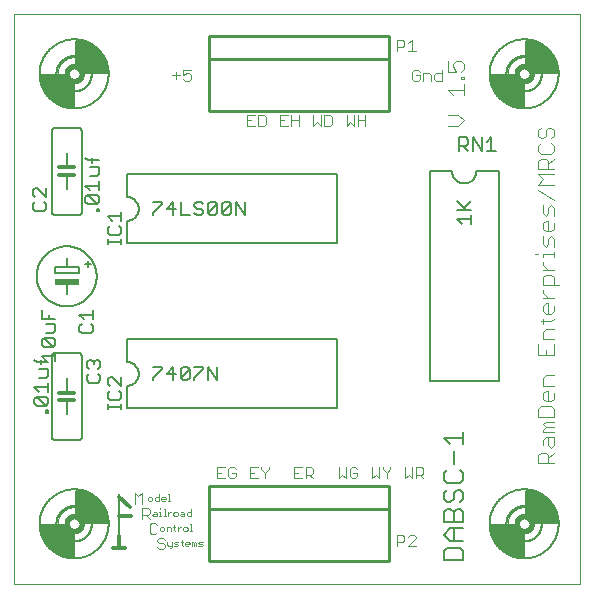
<source format=gto>
G75*
%MOIN*%
%OFA0B0*%
%FSLAX25Y25*%
%IPPOS*%
%LPD*%
%AMOC8*
5,1,8,0,0,1.08239X$1,22.5*
%
%ADD10C,0.00000*%
%ADD11C,0.00400*%
%ADD12C,0.00600*%
%ADD13C,0.00300*%
%ADD14C,0.01200*%
%ADD15C,0.00500*%
%ADD16R,0.08000X0.02000*%
%ADD17C,0.00900*%
%ADD18C,0.01800*%
%ADD19C,0.00800*%
%ADD20C,0.01000*%
%ADD21C,0.00200*%
D10*
X0001800Y0001800D02*
X0001800Y0191761D01*
X0190501Y0191761D01*
X0190501Y0001800D01*
X0001800Y0001800D01*
X0016288Y0021800D02*
X0016290Y0021948D01*
X0016296Y0022096D01*
X0016306Y0022244D01*
X0016320Y0022391D01*
X0016338Y0022538D01*
X0016359Y0022684D01*
X0016385Y0022830D01*
X0016415Y0022975D01*
X0016448Y0023119D01*
X0016486Y0023262D01*
X0016527Y0023404D01*
X0016572Y0023545D01*
X0016620Y0023685D01*
X0016673Y0023824D01*
X0016729Y0023961D01*
X0016789Y0024096D01*
X0016852Y0024230D01*
X0016919Y0024362D01*
X0016990Y0024492D01*
X0017064Y0024620D01*
X0017141Y0024746D01*
X0017222Y0024870D01*
X0017306Y0024992D01*
X0017393Y0025111D01*
X0017484Y0025228D01*
X0017578Y0025343D01*
X0017674Y0025455D01*
X0017774Y0025565D01*
X0017876Y0025671D01*
X0017982Y0025775D01*
X0018090Y0025876D01*
X0018201Y0025974D01*
X0018314Y0026070D01*
X0018430Y0026162D01*
X0018548Y0026251D01*
X0018669Y0026336D01*
X0018792Y0026419D01*
X0018917Y0026498D01*
X0019044Y0026574D01*
X0019173Y0026646D01*
X0019304Y0026715D01*
X0019437Y0026780D01*
X0019572Y0026841D01*
X0019708Y0026899D01*
X0019845Y0026954D01*
X0019984Y0027004D01*
X0020125Y0027051D01*
X0020266Y0027094D01*
X0020409Y0027134D01*
X0020553Y0027169D01*
X0020697Y0027201D01*
X0020843Y0027228D01*
X0020989Y0027252D01*
X0021136Y0027272D01*
X0021283Y0027288D01*
X0021430Y0027300D01*
X0021578Y0027308D01*
X0021726Y0027312D01*
X0021874Y0027312D01*
X0022022Y0027308D01*
X0022170Y0027300D01*
X0022317Y0027288D01*
X0022464Y0027272D01*
X0022611Y0027252D01*
X0022757Y0027228D01*
X0022903Y0027201D01*
X0023047Y0027169D01*
X0023191Y0027134D01*
X0023334Y0027094D01*
X0023475Y0027051D01*
X0023616Y0027004D01*
X0023755Y0026954D01*
X0023892Y0026899D01*
X0024028Y0026841D01*
X0024163Y0026780D01*
X0024296Y0026715D01*
X0024427Y0026646D01*
X0024556Y0026574D01*
X0024683Y0026498D01*
X0024808Y0026419D01*
X0024931Y0026336D01*
X0025052Y0026251D01*
X0025170Y0026162D01*
X0025286Y0026070D01*
X0025399Y0025974D01*
X0025510Y0025876D01*
X0025618Y0025775D01*
X0025724Y0025671D01*
X0025826Y0025565D01*
X0025926Y0025455D01*
X0026022Y0025343D01*
X0026116Y0025228D01*
X0026207Y0025111D01*
X0026294Y0024992D01*
X0026378Y0024870D01*
X0026459Y0024746D01*
X0026536Y0024620D01*
X0026610Y0024492D01*
X0026681Y0024362D01*
X0026748Y0024230D01*
X0026811Y0024096D01*
X0026871Y0023961D01*
X0026927Y0023824D01*
X0026980Y0023685D01*
X0027028Y0023545D01*
X0027073Y0023404D01*
X0027114Y0023262D01*
X0027152Y0023119D01*
X0027185Y0022975D01*
X0027215Y0022830D01*
X0027241Y0022684D01*
X0027262Y0022538D01*
X0027280Y0022391D01*
X0027294Y0022244D01*
X0027304Y0022096D01*
X0027310Y0021948D01*
X0027312Y0021800D01*
X0027310Y0021652D01*
X0027304Y0021504D01*
X0027294Y0021356D01*
X0027280Y0021209D01*
X0027262Y0021062D01*
X0027241Y0020916D01*
X0027215Y0020770D01*
X0027185Y0020625D01*
X0027152Y0020481D01*
X0027114Y0020338D01*
X0027073Y0020196D01*
X0027028Y0020055D01*
X0026980Y0019915D01*
X0026927Y0019776D01*
X0026871Y0019639D01*
X0026811Y0019504D01*
X0026748Y0019370D01*
X0026681Y0019238D01*
X0026610Y0019108D01*
X0026536Y0018980D01*
X0026459Y0018854D01*
X0026378Y0018730D01*
X0026294Y0018608D01*
X0026207Y0018489D01*
X0026116Y0018372D01*
X0026022Y0018257D01*
X0025926Y0018145D01*
X0025826Y0018035D01*
X0025724Y0017929D01*
X0025618Y0017825D01*
X0025510Y0017724D01*
X0025399Y0017626D01*
X0025286Y0017530D01*
X0025170Y0017438D01*
X0025052Y0017349D01*
X0024931Y0017264D01*
X0024808Y0017181D01*
X0024683Y0017102D01*
X0024556Y0017026D01*
X0024427Y0016954D01*
X0024296Y0016885D01*
X0024163Y0016820D01*
X0024028Y0016759D01*
X0023892Y0016701D01*
X0023755Y0016646D01*
X0023616Y0016596D01*
X0023475Y0016549D01*
X0023334Y0016506D01*
X0023191Y0016466D01*
X0023047Y0016431D01*
X0022903Y0016399D01*
X0022757Y0016372D01*
X0022611Y0016348D01*
X0022464Y0016328D01*
X0022317Y0016312D01*
X0022170Y0016300D01*
X0022022Y0016292D01*
X0021874Y0016288D01*
X0021726Y0016288D01*
X0021578Y0016292D01*
X0021430Y0016300D01*
X0021283Y0016312D01*
X0021136Y0016328D01*
X0020989Y0016348D01*
X0020843Y0016372D01*
X0020697Y0016399D01*
X0020553Y0016431D01*
X0020409Y0016466D01*
X0020266Y0016506D01*
X0020125Y0016549D01*
X0019984Y0016596D01*
X0019845Y0016646D01*
X0019708Y0016701D01*
X0019572Y0016759D01*
X0019437Y0016820D01*
X0019304Y0016885D01*
X0019173Y0016954D01*
X0019044Y0017026D01*
X0018917Y0017102D01*
X0018792Y0017181D01*
X0018669Y0017264D01*
X0018548Y0017349D01*
X0018430Y0017438D01*
X0018314Y0017530D01*
X0018201Y0017626D01*
X0018090Y0017724D01*
X0017982Y0017825D01*
X0017876Y0017929D01*
X0017774Y0018035D01*
X0017674Y0018145D01*
X0017578Y0018257D01*
X0017484Y0018372D01*
X0017393Y0018489D01*
X0017306Y0018608D01*
X0017222Y0018730D01*
X0017141Y0018854D01*
X0017064Y0018980D01*
X0016990Y0019108D01*
X0016919Y0019238D01*
X0016852Y0019370D01*
X0016789Y0019504D01*
X0016729Y0019639D01*
X0016673Y0019776D01*
X0016620Y0019915D01*
X0016572Y0020055D01*
X0016527Y0020196D01*
X0016486Y0020338D01*
X0016448Y0020481D01*
X0016415Y0020625D01*
X0016385Y0020770D01*
X0016359Y0020916D01*
X0016338Y0021062D01*
X0016320Y0021209D01*
X0016306Y0021356D01*
X0016296Y0021504D01*
X0016290Y0021652D01*
X0016288Y0021800D01*
X0016288Y0171800D02*
X0016290Y0171948D01*
X0016296Y0172096D01*
X0016306Y0172244D01*
X0016320Y0172391D01*
X0016338Y0172538D01*
X0016359Y0172684D01*
X0016385Y0172830D01*
X0016415Y0172975D01*
X0016448Y0173119D01*
X0016486Y0173262D01*
X0016527Y0173404D01*
X0016572Y0173545D01*
X0016620Y0173685D01*
X0016673Y0173824D01*
X0016729Y0173961D01*
X0016789Y0174096D01*
X0016852Y0174230D01*
X0016919Y0174362D01*
X0016990Y0174492D01*
X0017064Y0174620D01*
X0017141Y0174746D01*
X0017222Y0174870D01*
X0017306Y0174992D01*
X0017393Y0175111D01*
X0017484Y0175228D01*
X0017578Y0175343D01*
X0017674Y0175455D01*
X0017774Y0175565D01*
X0017876Y0175671D01*
X0017982Y0175775D01*
X0018090Y0175876D01*
X0018201Y0175974D01*
X0018314Y0176070D01*
X0018430Y0176162D01*
X0018548Y0176251D01*
X0018669Y0176336D01*
X0018792Y0176419D01*
X0018917Y0176498D01*
X0019044Y0176574D01*
X0019173Y0176646D01*
X0019304Y0176715D01*
X0019437Y0176780D01*
X0019572Y0176841D01*
X0019708Y0176899D01*
X0019845Y0176954D01*
X0019984Y0177004D01*
X0020125Y0177051D01*
X0020266Y0177094D01*
X0020409Y0177134D01*
X0020553Y0177169D01*
X0020697Y0177201D01*
X0020843Y0177228D01*
X0020989Y0177252D01*
X0021136Y0177272D01*
X0021283Y0177288D01*
X0021430Y0177300D01*
X0021578Y0177308D01*
X0021726Y0177312D01*
X0021874Y0177312D01*
X0022022Y0177308D01*
X0022170Y0177300D01*
X0022317Y0177288D01*
X0022464Y0177272D01*
X0022611Y0177252D01*
X0022757Y0177228D01*
X0022903Y0177201D01*
X0023047Y0177169D01*
X0023191Y0177134D01*
X0023334Y0177094D01*
X0023475Y0177051D01*
X0023616Y0177004D01*
X0023755Y0176954D01*
X0023892Y0176899D01*
X0024028Y0176841D01*
X0024163Y0176780D01*
X0024296Y0176715D01*
X0024427Y0176646D01*
X0024556Y0176574D01*
X0024683Y0176498D01*
X0024808Y0176419D01*
X0024931Y0176336D01*
X0025052Y0176251D01*
X0025170Y0176162D01*
X0025286Y0176070D01*
X0025399Y0175974D01*
X0025510Y0175876D01*
X0025618Y0175775D01*
X0025724Y0175671D01*
X0025826Y0175565D01*
X0025926Y0175455D01*
X0026022Y0175343D01*
X0026116Y0175228D01*
X0026207Y0175111D01*
X0026294Y0174992D01*
X0026378Y0174870D01*
X0026459Y0174746D01*
X0026536Y0174620D01*
X0026610Y0174492D01*
X0026681Y0174362D01*
X0026748Y0174230D01*
X0026811Y0174096D01*
X0026871Y0173961D01*
X0026927Y0173824D01*
X0026980Y0173685D01*
X0027028Y0173545D01*
X0027073Y0173404D01*
X0027114Y0173262D01*
X0027152Y0173119D01*
X0027185Y0172975D01*
X0027215Y0172830D01*
X0027241Y0172684D01*
X0027262Y0172538D01*
X0027280Y0172391D01*
X0027294Y0172244D01*
X0027304Y0172096D01*
X0027310Y0171948D01*
X0027312Y0171800D01*
X0027310Y0171652D01*
X0027304Y0171504D01*
X0027294Y0171356D01*
X0027280Y0171209D01*
X0027262Y0171062D01*
X0027241Y0170916D01*
X0027215Y0170770D01*
X0027185Y0170625D01*
X0027152Y0170481D01*
X0027114Y0170338D01*
X0027073Y0170196D01*
X0027028Y0170055D01*
X0026980Y0169915D01*
X0026927Y0169776D01*
X0026871Y0169639D01*
X0026811Y0169504D01*
X0026748Y0169370D01*
X0026681Y0169238D01*
X0026610Y0169108D01*
X0026536Y0168980D01*
X0026459Y0168854D01*
X0026378Y0168730D01*
X0026294Y0168608D01*
X0026207Y0168489D01*
X0026116Y0168372D01*
X0026022Y0168257D01*
X0025926Y0168145D01*
X0025826Y0168035D01*
X0025724Y0167929D01*
X0025618Y0167825D01*
X0025510Y0167724D01*
X0025399Y0167626D01*
X0025286Y0167530D01*
X0025170Y0167438D01*
X0025052Y0167349D01*
X0024931Y0167264D01*
X0024808Y0167181D01*
X0024683Y0167102D01*
X0024556Y0167026D01*
X0024427Y0166954D01*
X0024296Y0166885D01*
X0024163Y0166820D01*
X0024028Y0166759D01*
X0023892Y0166701D01*
X0023755Y0166646D01*
X0023616Y0166596D01*
X0023475Y0166549D01*
X0023334Y0166506D01*
X0023191Y0166466D01*
X0023047Y0166431D01*
X0022903Y0166399D01*
X0022757Y0166372D01*
X0022611Y0166348D01*
X0022464Y0166328D01*
X0022317Y0166312D01*
X0022170Y0166300D01*
X0022022Y0166292D01*
X0021874Y0166288D01*
X0021726Y0166288D01*
X0021578Y0166292D01*
X0021430Y0166300D01*
X0021283Y0166312D01*
X0021136Y0166328D01*
X0020989Y0166348D01*
X0020843Y0166372D01*
X0020697Y0166399D01*
X0020553Y0166431D01*
X0020409Y0166466D01*
X0020266Y0166506D01*
X0020125Y0166549D01*
X0019984Y0166596D01*
X0019845Y0166646D01*
X0019708Y0166701D01*
X0019572Y0166759D01*
X0019437Y0166820D01*
X0019304Y0166885D01*
X0019173Y0166954D01*
X0019044Y0167026D01*
X0018917Y0167102D01*
X0018792Y0167181D01*
X0018669Y0167264D01*
X0018548Y0167349D01*
X0018430Y0167438D01*
X0018314Y0167530D01*
X0018201Y0167626D01*
X0018090Y0167724D01*
X0017982Y0167825D01*
X0017876Y0167929D01*
X0017774Y0168035D01*
X0017674Y0168145D01*
X0017578Y0168257D01*
X0017484Y0168372D01*
X0017393Y0168489D01*
X0017306Y0168608D01*
X0017222Y0168730D01*
X0017141Y0168854D01*
X0017064Y0168980D01*
X0016990Y0169108D01*
X0016919Y0169238D01*
X0016852Y0169370D01*
X0016789Y0169504D01*
X0016729Y0169639D01*
X0016673Y0169776D01*
X0016620Y0169915D01*
X0016572Y0170055D01*
X0016527Y0170196D01*
X0016486Y0170338D01*
X0016448Y0170481D01*
X0016415Y0170625D01*
X0016385Y0170770D01*
X0016359Y0170916D01*
X0016338Y0171062D01*
X0016320Y0171209D01*
X0016306Y0171356D01*
X0016296Y0171504D01*
X0016290Y0171652D01*
X0016288Y0171800D01*
X0166288Y0171800D02*
X0166290Y0171948D01*
X0166296Y0172096D01*
X0166306Y0172244D01*
X0166320Y0172391D01*
X0166338Y0172538D01*
X0166359Y0172684D01*
X0166385Y0172830D01*
X0166415Y0172975D01*
X0166448Y0173119D01*
X0166486Y0173262D01*
X0166527Y0173404D01*
X0166572Y0173545D01*
X0166620Y0173685D01*
X0166673Y0173824D01*
X0166729Y0173961D01*
X0166789Y0174096D01*
X0166852Y0174230D01*
X0166919Y0174362D01*
X0166990Y0174492D01*
X0167064Y0174620D01*
X0167141Y0174746D01*
X0167222Y0174870D01*
X0167306Y0174992D01*
X0167393Y0175111D01*
X0167484Y0175228D01*
X0167578Y0175343D01*
X0167674Y0175455D01*
X0167774Y0175565D01*
X0167876Y0175671D01*
X0167982Y0175775D01*
X0168090Y0175876D01*
X0168201Y0175974D01*
X0168314Y0176070D01*
X0168430Y0176162D01*
X0168548Y0176251D01*
X0168669Y0176336D01*
X0168792Y0176419D01*
X0168917Y0176498D01*
X0169044Y0176574D01*
X0169173Y0176646D01*
X0169304Y0176715D01*
X0169437Y0176780D01*
X0169572Y0176841D01*
X0169708Y0176899D01*
X0169845Y0176954D01*
X0169984Y0177004D01*
X0170125Y0177051D01*
X0170266Y0177094D01*
X0170409Y0177134D01*
X0170553Y0177169D01*
X0170697Y0177201D01*
X0170843Y0177228D01*
X0170989Y0177252D01*
X0171136Y0177272D01*
X0171283Y0177288D01*
X0171430Y0177300D01*
X0171578Y0177308D01*
X0171726Y0177312D01*
X0171874Y0177312D01*
X0172022Y0177308D01*
X0172170Y0177300D01*
X0172317Y0177288D01*
X0172464Y0177272D01*
X0172611Y0177252D01*
X0172757Y0177228D01*
X0172903Y0177201D01*
X0173047Y0177169D01*
X0173191Y0177134D01*
X0173334Y0177094D01*
X0173475Y0177051D01*
X0173616Y0177004D01*
X0173755Y0176954D01*
X0173892Y0176899D01*
X0174028Y0176841D01*
X0174163Y0176780D01*
X0174296Y0176715D01*
X0174427Y0176646D01*
X0174556Y0176574D01*
X0174683Y0176498D01*
X0174808Y0176419D01*
X0174931Y0176336D01*
X0175052Y0176251D01*
X0175170Y0176162D01*
X0175286Y0176070D01*
X0175399Y0175974D01*
X0175510Y0175876D01*
X0175618Y0175775D01*
X0175724Y0175671D01*
X0175826Y0175565D01*
X0175926Y0175455D01*
X0176022Y0175343D01*
X0176116Y0175228D01*
X0176207Y0175111D01*
X0176294Y0174992D01*
X0176378Y0174870D01*
X0176459Y0174746D01*
X0176536Y0174620D01*
X0176610Y0174492D01*
X0176681Y0174362D01*
X0176748Y0174230D01*
X0176811Y0174096D01*
X0176871Y0173961D01*
X0176927Y0173824D01*
X0176980Y0173685D01*
X0177028Y0173545D01*
X0177073Y0173404D01*
X0177114Y0173262D01*
X0177152Y0173119D01*
X0177185Y0172975D01*
X0177215Y0172830D01*
X0177241Y0172684D01*
X0177262Y0172538D01*
X0177280Y0172391D01*
X0177294Y0172244D01*
X0177304Y0172096D01*
X0177310Y0171948D01*
X0177312Y0171800D01*
X0177310Y0171652D01*
X0177304Y0171504D01*
X0177294Y0171356D01*
X0177280Y0171209D01*
X0177262Y0171062D01*
X0177241Y0170916D01*
X0177215Y0170770D01*
X0177185Y0170625D01*
X0177152Y0170481D01*
X0177114Y0170338D01*
X0177073Y0170196D01*
X0177028Y0170055D01*
X0176980Y0169915D01*
X0176927Y0169776D01*
X0176871Y0169639D01*
X0176811Y0169504D01*
X0176748Y0169370D01*
X0176681Y0169238D01*
X0176610Y0169108D01*
X0176536Y0168980D01*
X0176459Y0168854D01*
X0176378Y0168730D01*
X0176294Y0168608D01*
X0176207Y0168489D01*
X0176116Y0168372D01*
X0176022Y0168257D01*
X0175926Y0168145D01*
X0175826Y0168035D01*
X0175724Y0167929D01*
X0175618Y0167825D01*
X0175510Y0167724D01*
X0175399Y0167626D01*
X0175286Y0167530D01*
X0175170Y0167438D01*
X0175052Y0167349D01*
X0174931Y0167264D01*
X0174808Y0167181D01*
X0174683Y0167102D01*
X0174556Y0167026D01*
X0174427Y0166954D01*
X0174296Y0166885D01*
X0174163Y0166820D01*
X0174028Y0166759D01*
X0173892Y0166701D01*
X0173755Y0166646D01*
X0173616Y0166596D01*
X0173475Y0166549D01*
X0173334Y0166506D01*
X0173191Y0166466D01*
X0173047Y0166431D01*
X0172903Y0166399D01*
X0172757Y0166372D01*
X0172611Y0166348D01*
X0172464Y0166328D01*
X0172317Y0166312D01*
X0172170Y0166300D01*
X0172022Y0166292D01*
X0171874Y0166288D01*
X0171726Y0166288D01*
X0171578Y0166292D01*
X0171430Y0166300D01*
X0171283Y0166312D01*
X0171136Y0166328D01*
X0170989Y0166348D01*
X0170843Y0166372D01*
X0170697Y0166399D01*
X0170553Y0166431D01*
X0170409Y0166466D01*
X0170266Y0166506D01*
X0170125Y0166549D01*
X0169984Y0166596D01*
X0169845Y0166646D01*
X0169708Y0166701D01*
X0169572Y0166759D01*
X0169437Y0166820D01*
X0169304Y0166885D01*
X0169173Y0166954D01*
X0169044Y0167026D01*
X0168917Y0167102D01*
X0168792Y0167181D01*
X0168669Y0167264D01*
X0168548Y0167349D01*
X0168430Y0167438D01*
X0168314Y0167530D01*
X0168201Y0167626D01*
X0168090Y0167724D01*
X0167982Y0167825D01*
X0167876Y0167929D01*
X0167774Y0168035D01*
X0167674Y0168145D01*
X0167578Y0168257D01*
X0167484Y0168372D01*
X0167393Y0168489D01*
X0167306Y0168608D01*
X0167222Y0168730D01*
X0167141Y0168854D01*
X0167064Y0168980D01*
X0166990Y0169108D01*
X0166919Y0169238D01*
X0166852Y0169370D01*
X0166789Y0169504D01*
X0166729Y0169639D01*
X0166673Y0169776D01*
X0166620Y0169915D01*
X0166572Y0170055D01*
X0166527Y0170196D01*
X0166486Y0170338D01*
X0166448Y0170481D01*
X0166415Y0170625D01*
X0166385Y0170770D01*
X0166359Y0170916D01*
X0166338Y0171062D01*
X0166320Y0171209D01*
X0166306Y0171356D01*
X0166296Y0171504D01*
X0166290Y0171652D01*
X0166288Y0171800D01*
X0166288Y0021800D02*
X0166290Y0021948D01*
X0166296Y0022096D01*
X0166306Y0022244D01*
X0166320Y0022391D01*
X0166338Y0022538D01*
X0166359Y0022684D01*
X0166385Y0022830D01*
X0166415Y0022975D01*
X0166448Y0023119D01*
X0166486Y0023262D01*
X0166527Y0023404D01*
X0166572Y0023545D01*
X0166620Y0023685D01*
X0166673Y0023824D01*
X0166729Y0023961D01*
X0166789Y0024096D01*
X0166852Y0024230D01*
X0166919Y0024362D01*
X0166990Y0024492D01*
X0167064Y0024620D01*
X0167141Y0024746D01*
X0167222Y0024870D01*
X0167306Y0024992D01*
X0167393Y0025111D01*
X0167484Y0025228D01*
X0167578Y0025343D01*
X0167674Y0025455D01*
X0167774Y0025565D01*
X0167876Y0025671D01*
X0167982Y0025775D01*
X0168090Y0025876D01*
X0168201Y0025974D01*
X0168314Y0026070D01*
X0168430Y0026162D01*
X0168548Y0026251D01*
X0168669Y0026336D01*
X0168792Y0026419D01*
X0168917Y0026498D01*
X0169044Y0026574D01*
X0169173Y0026646D01*
X0169304Y0026715D01*
X0169437Y0026780D01*
X0169572Y0026841D01*
X0169708Y0026899D01*
X0169845Y0026954D01*
X0169984Y0027004D01*
X0170125Y0027051D01*
X0170266Y0027094D01*
X0170409Y0027134D01*
X0170553Y0027169D01*
X0170697Y0027201D01*
X0170843Y0027228D01*
X0170989Y0027252D01*
X0171136Y0027272D01*
X0171283Y0027288D01*
X0171430Y0027300D01*
X0171578Y0027308D01*
X0171726Y0027312D01*
X0171874Y0027312D01*
X0172022Y0027308D01*
X0172170Y0027300D01*
X0172317Y0027288D01*
X0172464Y0027272D01*
X0172611Y0027252D01*
X0172757Y0027228D01*
X0172903Y0027201D01*
X0173047Y0027169D01*
X0173191Y0027134D01*
X0173334Y0027094D01*
X0173475Y0027051D01*
X0173616Y0027004D01*
X0173755Y0026954D01*
X0173892Y0026899D01*
X0174028Y0026841D01*
X0174163Y0026780D01*
X0174296Y0026715D01*
X0174427Y0026646D01*
X0174556Y0026574D01*
X0174683Y0026498D01*
X0174808Y0026419D01*
X0174931Y0026336D01*
X0175052Y0026251D01*
X0175170Y0026162D01*
X0175286Y0026070D01*
X0175399Y0025974D01*
X0175510Y0025876D01*
X0175618Y0025775D01*
X0175724Y0025671D01*
X0175826Y0025565D01*
X0175926Y0025455D01*
X0176022Y0025343D01*
X0176116Y0025228D01*
X0176207Y0025111D01*
X0176294Y0024992D01*
X0176378Y0024870D01*
X0176459Y0024746D01*
X0176536Y0024620D01*
X0176610Y0024492D01*
X0176681Y0024362D01*
X0176748Y0024230D01*
X0176811Y0024096D01*
X0176871Y0023961D01*
X0176927Y0023824D01*
X0176980Y0023685D01*
X0177028Y0023545D01*
X0177073Y0023404D01*
X0177114Y0023262D01*
X0177152Y0023119D01*
X0177185Y0022975D01*
X0177215Y0022830D01*
X0177241Y0022684D01*
X0177262Y0022538D01*
X0177280Y0022391D01*
X0177294Y0022244D01*
X0177304Y0022096D01*
X0177310Y0021948D01*
X0177312Y0021800D01*
X0177310Y0021652D01*
X0177304Y0021504D01*
X0177294Y0021356D01*
X0177280Y0021209D01*
X0177262Y0021062D01*
X0177241Y0020916D01*
X0177215Y0020770D01*
X0177185Y0020625D01*
X0177152Y0020481D01*
X0177114Y0020338D01*
X0177073Y0020196D01*
X0177028Y0020055D01*
X0176980Y0019915D01*
X0176927Y0019776D01*
X0176871Y0019639D01*
X0176811Y0019504D01*
X0176748Y0019370D01*
X0176681Y0019238D01*
X0176610Y0019108D01*
X0176536Y0018980D01*
X0176459Y0018854D01*
X0176378Y0018730D01*
X0176294Y0018608D01*
X0176207Y0018489D01*
X0176116Y0018372D01*
X0176022Y0018257D01*
X0175926Y0018145D01*
X0175826Y0018035D01*
X0175724Y0017929D01*
X0175618Y0017825D01*
X0175510Y0017724D01*
X0175399Y0017626D01*
X0175286Y0017530D01*
X0175170Y0017438D01*
X0175052Y0017349D01*
X0174931Y0017264D01*
X0174808Y0017181D01*
X0174683Y0017102D01*
X0174556Y0017026D01*
X0174427Y0016954D01*
X0174296Y0016885D01*
X0174163Y0016820D01*
X0174028Y0016759D01*
X0173892Y0016701D01*
X0173755Y0016646D01*
X0173616Y0016596D01*
X0173475Y0016549D01*
X0173334Y0016506D01*
X0173191Y0016466D01*
X0173047Y0016431D01*
X0172903Y0016399D01*
X0172757Y0016372D01*
X0172611Y0016348D01*
X0172464Y0016328D01*
X0172317Y0016312D01*
X0172170Y0016300D01*
X0172022Y0016292D01*
X0171874Y0016288D01*
X0171726Y0016288D01*
X0171578Y0016292D01*
X0171430Y0016300D01*
X0171283Y0016312D01*
X0171136Y0016328D01*
X0170989Y0016348D01*
X0170843Y0016372D01*
X0170697Y0016399D01*
X0170553Y0016431D01*
X0170409Y0016466D01*
X0170266Y0016506D01*
X0170125Y0016549D01*
X0169984Y0016596D01*
X0169845Y0016646D01*
X0169708Y0016701D01*
X0169572Y0016759D01*
X0169437Y0016820D01*
X0169304Y0016885D01*
X0169173Y0016954D01*
X0169044Y0017026D01*
X0168917Y0017102D01*
X0168792Y0017181D01*
X0168669Y0017264D01*
X0168548Y0017349D01*
X0168430Y0017438D01*
X0168314Y0017530D01*
X0168201Y0017626D01*
X0168090Y0017724D01*
X0167982Y0017825D01*
X0167876Y0017929D01*
X0167774Y0018035D01*
X0167674Y0018145D01*
X0167578Y0018257D01*
X0167484Y0018372D01*
X0167393Y0018489D01*
X0167306Y0018608D01*
X0167222Y0018730D01*
X0167141Y0018854D01*
X0167064Y0018980D01*
X0166990Y0019108D01*
X0166919Y0019238D01*
X0166852Y0019370D01*
X0166789Y0019504D01*
X0166729Y0019639D01*
X0166673Y0019776D01*
X0166620Y0019915D01*
X0166572Y0020055D01*
X0166527Y0020196D01*
X0166486Y0020338D01*
X0166448Y0020481D01*
X0166415Y0020625D01*
X0166385Y0020770D01*
X0166359Y0020916D01*
X0166338Y0021062D01*
X0166320Y0021209D01*
X0166306Y0021356D01*
X0166296Y0021504D01*
X0166290Y0021652D01*
X0166288Y0021800D01*
D11*
X0176396Y0042000D02*
X0176396Y0044602D01*
X0177263Y0045470D01*
X0178998Y0045470D01*
X0179865Y0044602D01*
X0179865Y0042000D01*
X0179865Y0043735D02*
X0181600Y0045470D01*
X0180733Y0047156D02*
X0179865Y0048024D01*
X0179865Y0050626D01*
X0178998Y0050626D02*
X0181600Y0050626D01*
X0181600Y0048024D01*
X0180733Y0047156D01*
X0178130Y0048024D02*
X0178130Y0049759D01*
X0178998Y0050626D01*
X0178130Y0052313D02*
X0178130Y0053180D01*
X0178998Y0054048D01*
X0178130Y0054915D01*
X0178998Y0055782D01*
X0181600Y0055782D01*
X0181600Y0057469D02*
X0181600Y0060071D01*
X0180733Y0060939D01*
X0177263Y0060939D01*
X0176396Y0060071D01*
X0176396Y0057469D01*
X0181600Y0057469D01*
X0181600Y0054048D02*
X0178998Y0054048D01*
X0178130Y0052313D02*
X0181600Y0052313D01*
X0180733Y0062626D02*
X0178998Y0062626D01*
X0178130Y0063493D01*
X0178130Y0065228D01*
X0178998Y0066095D01*
X0179865Y0066095D01*
X0179865Y0062626D01*
X0180733Y0062626D02*
X0181600Y0063493D01*
X0181600Y0065228D01*
X0181600Y0067782D02*
X0178130Y0067782D01*
X0178130Y0070384D01*
X0178998Y0071252D01*
X0181600Y0071252D01*
X0181600Y0078095D02*
X0176396Y0078095D01*
X0176396Y0081564D01*
X0178130Y0083251D02*
X0178130Y0085853D01*
X0178998Y0086721D01*
X0181600Y0086721D01*
X0181600Y0083251D02*
X0178130Y0083251D01*
X0181600Y0081564D02*
X0181600Y0078095D01*
X0178998Y0078095D02*
X0178998Y0079830D01*
X0178130Y0088408D02*
X0178130Y0090142D01*
X0177263Y0089275D02*
X0180733Y0089275D01*
X0181600Y0090142D01*
X0180733Y0091845D02*
X0178998Y0091845D01*
X0178130Y0092713D01*
X0178130Y0094447D01*
X0178998Y0095315D01*
X0179865Y0095315D01*
X0179865Y0091845D01*
X0180733Y0091845D02*
X0181600Y0092713D01*
X0181600Y0094447D01*
X0181600Y0097002D02*
X0178130Y0097002D01*
X0178130Y0098736D02*
X0179865Y0097002D01*
X0178130Y0098736D02*
X0178130Y0099604D01*
X0178130Y0101299D02*
X0178130Y0103901D01*
X0178998Y0104768D01*
X0180733Y0104768D01*
X0181600Y0103901D01*
X0181600Y0101299D01*
X0183335Y0101299D02*
X0178130Y0101299D01*
X0178130Y0106455D02*
X0181600Y0106455D01*
X0179865Y0106455D02*
X0178130Y0108190D01*
X0178130Y0109057D01*
X0178130Y0110752D02*
X0178130Y0111619D01*
X0181600Y0111619D01*
X0181600Y0110752D02*
X0181600Y0112487D01*
X0181600Y0114190D02*
X0181600Y0116792D01*
X0180733Y0117659D01*
X0179865Y0116792D01*
X0179865Y0115057D01*
X0178998Y0114190D01*
X0178130Y0115057D01*
X0178130Y0117659D01*
X0178998Y0119346D02*
X0178130Y0120213D01*
X0178130Y0121948D01*
X0178998Y0122816D01*
X0179865Y0122816D01*
X0179865Y0119346D01*
X0178998Y0119346D02*
X0180733Y0119346D01*
X0181600Y0120213D01*
X0181600Y0121948D01*
X0181600Y0124502D02*
X0181600Y0127105D01*
X0180733Y0127972D01*
X0179865Y0127105D01*
X0179865Y0125370D01*
X0178998Y0124502D01*
X0178130Y0125370D01*
X0178130Y0127972D01*
X0181600Y0129659D02*
X0176396Y0133128D01*
X0176396Y0134815D02*
X0178130Y0136550D01*
X0176396Y0138285D01*
X0181600Y0138285D01*
X0181600Y0139972D02*
X0176396Y0139972D01*
X0176396Y0142574D01*
X0177263Y0143441D01*
X0178998Y0143441D01*
X0179865Y0142574D01*
X0179865Y0139972D01*
X0179865Y0141706D02*
X0181600Y0143441D01*
X0180733Y0145128D02*
X0181600Y0145995D01*
X0181600Y0147730D01*
X0180733Y0148598D01*
X0180733Y0150284D02*
X0181600Y0151152D01*
X0181600Y0152887D01*
X0180733Y0153754D01*
X0179865Y0153754D01*
X0178998Y0152887D01*
X0178998Y0151152D01*
X0178130Y0150284D01*
X0177263Y0150284D01*
X0176396Y0151152D01*
X0176396Y0152887D01*
X0177263Y0153754D01*
X0177263Y0148598D02*
X0176396Y0147730D01*
X0176396Y0145995D01*
X0177263Y0145128D01*
X0180733Y0145128D01*
X0181600Y0134815D02*
X0176396Y0134815D01*
X0176396Y0111619D02*
X0175528Y0111619D01*
X0149865Y0154500D02*
X0146396Y0154500D01*
X0149865Y0154500D02*
X0151600Y0156235D01*
X0149865Y0157970D01*
X0146396Y0157970D01*
X0148130Y0164813D02*
X0146396Y0166548D01*
X0151600Y0166548D01*
X0151600Y0168282D02*
X0151600Y0164813D01*
X0151600Y0169969D02*
X0150733Y0169969D01*
X0150733Y0170837D01*
X0151600Y0170837D01*
X0151600Y0169969D01*
X0150733Y0172547D02*
X0151600Y0173415D01*
X0151600Y0175150D01*
X0150733Y0176017D01*
X0148998Y0176017D01*
X0148130Y0175150D01*
X0148130Y0174282D01*
X0148998Y0172547D01*
X0146396Y0172547D01*
X0146396Y0176017D01*
X0135585Y0179500D02*
X0133183Y0179500D01*
X0134384Y0179500D02*
X0134384Y0183103D01*
X0133183Y0181902D01*
X0131902Y0181302D02*
X0131302Y0180701D01*
X0129500Y0180701D01*
X0129500Y0179500D02*
X0129500Y0183103D01*
X0131302Y0183103D01*
X0131902Y0182503D01*
X0131902Y0181302D01*
X0176396Y0042000D02*
X0181600Y0042000D01*
X0135585Y0017503D02*
X0135585Y0016902D01*
X0133183Y0014500D01*
X0135585Y0014500D01*
X0135585Y0017503D02*
X0134985Y0018103D01*
X0133784Y0018103D01*
X0133183Y0017503D01*
X0131902Y0017503D02*
X0131902Y0016302D01*
X0131302Y0015701D01*
X0129500Y0015701D01*
X0129500Y0014500D02*
X0129500Y0018103D01*
X0131302Y0018103D01*
X0131902Y0017503D01*
D12*
X0145095Y0018181D02*
X0147230Y0020316D01*
X0151500Y0020316D01*
X0151500Y0022491D02*
X0151500Y0025694D01*
X0150432Y0026761D01*
X0149365Y0026761D01*
X0148297Y0025694D01*
X0148297Y0022491D01*
X0148297Y0020316D02*
X0148297Y0016045D01*
X0147230Y0016045D02*
X0145095Y0018181D01*
X0147230Y0016045D02*
X0151500Y0016045D01*
X0150432Y0013870D02*
X0146162Y0013870D01*
X0145095Y0012803D01*
X0145095Y0009600D01*
X0151500Y0009600D01*
X0151500Y0012803D01*
X0150432Y0013870D01*
X0151500Y0022491D02*
X0145095Y0022491D01*
X0145095Y0025694D01*
X0146162Y0026761D01*
X0147230Y0026761D01*
X0148297Y0025694D01*
X0147230Y0028936D02*
X0146162Y0028936D01*
X0145095Y0030004D01*
X0145095Y0032139D01*
X0146162Y0033207D01*
X0146162Y0035382D02*
X0145095Y0036450D01*
X0145095Y0038585D01*
X0146162Y0039652D01*
X0148297Y0041827D02*
X0148297Y0046098D01*
X0147230Y0048273D02*
X0145095Y0050408D01*
X0151500Y0050408D01*
X0151500Y0048273D02*
X0151500Y0052543D01*
X0150432Y0039652D02*
X0151500Y0038585D01*
X0151500Y0036450D01*
X0150432Y0035382D01*
X0146162Y0035382D01*
X0149365Y0033207D02*
X0148297Y0032139D01*
X0148297Y0030004D01*
X0147230Y0028936D01*
X0150432Y0028936D02*
X0151500Y0030004D01*
X0151500Y0032139D01*
X0150432Y0033207D01*
X0149365Y0033207D01*
X0160300Y0021800D02*
X0160303Y0022082D01*
X0160314Y0022364D01*
X0160331Y0022646D01*
X0160355Y0022927D01*
X0160386Y0023208D01*
X0160424Y0023487D01*
X0160469Y0023766D01*
X0160521Y0024044D01*
X0160579Y0024320D01*
X0160645Y0024594D01*
X0160717Y0024867D01*
X0160795Y0025138D01*
X0160880Y0025407D01*
X0160972Y0025674D01*
X0161071Y0025939D01*
X0161175Y0026201D01*
X0161287Y0026460D01*
X0161404Y0026717D01*
X0161528Y0026971D01*
X0161658Y0027221D01*
X0161794Y0027468D01*
X0161936Y0027712D01*
X0162084Y0027952D01*
X0162238Y0028189D01*
X0162398Y0028422D01*
X0162563Y0028651D01*
X0162734Y0028875D01*
X0162910Y0029096D01*
X0163092Y0029311D01*
X0163279Y0029523D01*
X0163471Y0029730D01*
X0163668Y0029932D01*
X0163870Y0030129D01*
X0164077Y0030321D01*
X0164289Y0030508D01*
X0164504Y0030690D01*
X0164725Y0030866D01*
X0164949Y0031037D01*
X0165178Y0031202D01*
X0165411Y0031362D01*
X0165648Y0031516D01*
X0165888Y0031664D01*
X0166132Y0031806D01*
X0166379Y0031942D01*
X0166629Y0032072D01*
X0166883Y0032196D01*
X0167140Y0032313D01*
X0167399Y0032425D01*
X0167661Y0032529D01*
X0167926Y0032628D01*
X0168193Y0032720D01*
X0168462Y0032805D01*
X0168733Y0032883D01*
X0169006Y0032955D01*
X0169280Y0033021D01*
X0169556Y0033079D01*
X0169834Y0033131D01*
X0170113Y0033176D01*
X0170392Y0033214D01*
X0170673Y0033245D01*
X0170954Y0033269D01*
X0171236Y0033286D01*
X0171518Y0033297D01*
X0171800Y0033300D01*
X0172082Y0033297D01*
X0172364Y0033286D01*
X0172646Y0033269D01*
X0172927Y0033245D01*
X0173208Y0033214D01*
X0173487Y0033176D01*
X0173766Y0033131D01*
X0174044Y0033079D01*
X0174320Y0033021D01*
X0174594Y0032955D01*
X0174867Y0032883D01*
X0175138Y0032805D01*
X0175407Y0032720D01*
X0175674Y0032628D01*
X0175939Y0032529D01*
X0176201Y0032425D01*
X0176460Y0032313D01*
X0176717Y0032196D01*
X0176971Y0032072D01*
X0177221Y0031942D01*
X0177468Y0031806D01*
X0177712Y0031664D01*
X0177952Y0031516D01*
X0178189Y0031362D01*
X0178422Y0031202D01*
X0178651Y0031037D01*
X0178875Y0030866D01*
X0179096Y0030690D01*
X0179311Y0030508D01*
X0179523Y0030321D01*
X0179730Y0030129D01*
X0179932Y0029932D01*
X0180129Y0029730D01*
X0180321Y0029523D01*
X0180508Y0029311D01*
X0180690Y0029096D01*
X0180866Y0028875D01*
X0181037Y0028651D01*
X0181202Y0028422D01*
X0181362Y0028189D01*
X0181516Y0027952D01*
X0181664Y0027712D01*
X0181806Y0027468D01*
X0181942Y0027221D01*
X0182072Y0026971D01*
X0182196Y0026717D01*
X0182313Y0026460D01*
X0182425Y0026201D01*
X0182529Y0025939D01*
X0182628Y0025674D01*
X0182720Y0025407D01*
X0182805Y0025138D01*
X0182883Y0024867D01*
X0182955Y0024594D01*
X0183021Y0024320D01*
X0183079Y0024044D01*
X0183131Y0023766D01*
X0183176Y0023487D01*
X0183214Y0023208D01*
X0183245Y0022927D01*
X0183269Y0022646D01*
X0183286Y0022364D01*
X0183297Y0022082D01*
X0183300Y0021800D01*
X0183297Y0021518D01*
X0183286Y0021236D01*
X0183269Y0020954D01*
X0183245Y0020673D01*
X0183214Y0020392D01*
X0183176Y0020113D01*
X0183131Y0019834D01*
X0183079Y0019556D01*
X0183021Y0019280D01*
X0182955Y0019006D01*
X0182883Y0018733D01*
X0182805Y0018462D01*
X0182720Y0018193D01*
X0182628Y0017926D01*
X0182529Y0017661D01*
X0182425Y0017399D01*
X0182313Y0017140D01*
X0182196Y0016883D01*
X0182072Y0016629D01*
X0181942Y0016379D01*
X0181806Y0016132D01*
X0181664Y0015888D01*
X0181516Y0015648D01*
X0181362Y0015411D01*
X0181202Y0015178D01*
X0181037Y0014949D01*
X0180866Y0014725D01*
X0180690Y0014504D01*
X0180508Y0014289D01*
X0180321Y0014077D01*
X0180129Y0013870D01*
X0179932Y0013668D01*
X0179730Y0013471D01*
X0179523Y0013279D01*
X0179311Y0013092D01*
X0179096Y0012910D01*
X0178875Y0012734D01*
X0178651Y0012563D01*
X0178422Y0012398D01*
X0178189Y0012238D01*
X0177952Y0012084D01*
X0177712Y0011936D01*
X0177468Y0011794D01*
X0177221Y0011658D01*
X0176971Y0011528D01*
X0176717Y0011404D01*
X0176460Y0011287D01*
X0176201Y0011175D01*
X0175939Y0011071D01*
X0175674Y0010972D01*
X0175407Y0010880D01*
X0175138Y0010795D01*
X0174867Y0010717D01*
X0174594Y0010645D01*
X0174320Y0010579D01*
X0174044Y0010521D01*
X0173766Y0010469D01*
X0173487Y0010424D01*
X0173208Y0010386D01*
X0172927Y0010355D01*
X0172646Y0010331D01*
X0172364Y0010314D01*
X0172082Y0010303D01*
X0171800Y0010300D01*
X0171518Y0010303D01*
X0171236Y0010314D01*
X0170954Y0010331D01*
X0170673Y0010355D01*
X0170392Y0010386D01*
X0170113Y0010424D01*
X0169834Y0010469D01*
X0169556Y0010521D01*
X0169280Y0010579D01*
X0169006Y0010645D01*
X0168733Y0010717D01*
X0168462Y0010795D01*
X0168193Y0010880D01*
X0167926Y0010972D01*
X0167661Y0011071D01*
X0167399Y0011175D01*
X0167140Y0011287D01*
X0166883Y0011404D01*
X0166629Y0011528D01*
X0166379Y0011658D01*
X0166132Y0011794D01*
X0165888Y0011936D01*
X0165648Y0012084D01*
X0165411Y0012238D01*
X0165178Y0012398D01*
X0164949Y0012563D01*
X0164725Y0012734D01*
X0164504Y0012910D01*
X0164289Y0013092D01*
X0164077Y0013279D01*
X0163870Y0013471D01*
X0163668Y0013668D01*
X0163471Y0013870D01*
X0163279Y0014077D01*
X0163092Y0014289D01*
X0162910Y0014504D01*
X0162734Y0014725D01*
X0162563Y0014949D01*
X0162398Y0015178D01*
X0162238Y0015411D01*
X0162084Y0015648D01*
X0161936Y0015888D01*
X0161794Y0016132D01*
X0161658Y0016379D01*
X0161528Y0016629D01*
X0161404Y0016883D01*
X0161287Y0017140D01*
X0161175Y0017399D01*
X0161071Y0017661D01*
X0160972Y0017926D01*
X0160880Y0018193D01*
X0160795Y0018462D01*
X0160717Y0018733D01*
X0160645Y0019006D01*
X0160579Y0019280D01*
X0160521Y0019556D01*
X0160469Y0019834D01*
X0160424Y0020113D01*
X0160386Y0020392D01*
X0160355Y0020673D01*
X0160331Y0020954D01*
X0160314Y0021236D01*
X0160303Y0021518D01*
X0160300Y0021800D01*
X0163300Y0069300D02*
X0140300Y0069300D01*
X0140300Y0139300D01*
X0147800Y0139300D01*
X0147802Y0139174D01*
X0147808Y0139049D01*
X0147818Y0138924D01*
X0147832Y0138799D01*
X0147849Y0138674D01*
X0147871Y0138550D01*
X0147896Y0138427D01*
X0147926Y0138305D01*
X0147959Y0138184D01*
X0147996Y0138064D01*
X0148036Y0137945D01*
X0148081Y0137828D01*
X0148129Y0137711D01*
X0148181Y0137597D01*
X0148236Y0137484D01*
X0148295Y0137373D01*
X0148357Y0137264D01*
X0148423Y0137157D01*
X0148492Y0137052D01*
X0148564Y0136949D01*
X0148639Y0136848D01*
X0148718Y0136750D01*
X0148800Y0136655D01*
X0148884Y0136562D01*
X0148972Y0136472D01*
X0149062Y0136384D01*
X0149155Y0136300D01*
X0149250Y0136218D01*
X0149348Y0136139D01*
X0149449Y0136064D01*
X0149552Y0135992D01*
X0149657Y0135923D01*
X0149764Y0135857D01*
X0149873Y0135795D01*
X0149984Y0135736D01*
X0150097Y0135681D01*
X0150211Y0135629D01*
X0150328Y0135581D01*
X0150445Y0135536D01*
X0150564Y0135496D01*
X0150684Y0135459D01*
X0150805Y0135426D01*
X0150927Y0135396D01*
X0151050Y0135371D01*
X0151174Y0135349D01*
X0151299Y0135332D01*
X0151424Y0135318D01*
X0151549Y0135308D01*
X0151674Y0135302D01*
X0151800Y0135300D01*
X0151926Y0135302D01*
X0152051Y0135308D01*
X0152176Y0135318D01*
X0152301Y0135332D01*
X0152426Y0135349D01*
X0152550Y0135371D01*
X0152673Y0135396D01*
X0152795Y0135426D01*
X0152916Y0135459D01*
X0153036Y0135496D01*
X0153155Y0135536D01*
X0153272Y0135581D01*
X0153389Y0135629D01*
X0153503Y0135681D01*
X0153616Y0135736D01*
X0153727Y0135795D01*
X0153836Y0135857D01*
X0153943Y0135923D01*
X0154048Y0135992D01*
X0154151Y0136064D01*
X0154252Y0136139D01*
X0154350Y0136218D01*
X0154445Y0136300D01*
X0154538Y0136384D01*
X0154628Y0136472D01*
X0154716Y0136562D01*
X0154800Y0136655D01*
X0154882Y0136750D01*
X0154961Y0136848D01*
X0155036Y0136949D01*
X0155108Y0137052D01*
X0155177Y0137157D01*
X0155243Y0137264D01*
X0155305Y0137373D01*
X0155364Y0137484D01*
X0155419Y0137597D01*
X0155471Y0137711D01*
X0155519Y0137828D01*
X0155564Y0137945D01*
X0155604Y0138064D01*
X0155641Y0138184D01*
X0155674Y0138305D01*
X0155704Y0138427D01*
X0155729Y0138550D01*
X0155751Y0138674D01*
X0155768Y0138799D01*
X0155782Y0138924D01*
X0155792Y0139049D01*
X0155798Y0139174D01*
X0155800Y0139300D01*
X0163300Y0139300D01*
X0163300Y0069300D01*
X0109300Y0060300D02*
X0109300Y0083300D01*
X0039300Y0083300D01*
X0039300Y0075800D01*
X0039426Y0075798D01*
X0039551Y0075792D01*
X0039676Y0075782D01*
X0039801Y0075768D01*
X0039926Y0075751D01*
X0040050Y0075729D01*
X0040173Y0075704D01*
X0040295Y0075674D01*
X0040416Y0075641D01*
X0040536Y0075604D01*
X0040655Y0075564D01*
X0040772Y0075519D01*
X0040889Y0075471D01*
X0041003Y0075419D01*
X0041116Y0075364D01*
X0041227Y0075305D01*
X0041336Y0075243D01*
X0041443Y0075177D01*
X0041548Y0075108D01*
X0041651Y0075036D01*
X0041752Y0074961D01*
X0041850Y0074882D01*
X0041945Y0074800D01*
X0042038Y0074716D01*
X0042128Y0074628D01*
X0042216Y0074538D01*
X0042300Y0074445D01*
X0042382Y0074350D01*
X0042461Y0074252D01*
X0042536Y0074151D01*
X0042608Y0074048D01*
X0042677Y0073943D01*
X0042743Y0073836D01*
X0042805Y0073727D01*
X0042864Y0073616D01*
X0042919Y0073503D01*
X0042971Y0073389D01*
X0043019Y0073272D01*
X0043064Y0073155D01*
X0043104Y0073036D01*
X0043141Y0072916D01*
X0043174Y0072795D01*
X0043204Y0072673D01*
X0043229Y0072550D01*
X0043251Y0072426D01*
X0043268Y0072301D01*
X0043282Y0072176D01*
X0043292Y0072051D01*
X0043298Y0071926D01*
X0043300Y0071800D01*
X0043298Y0071674D01*
X0043292Y0071549D01*
X0043282Y0071424D01*
X0043268Y0071299D01*
X0043251Y0071174D01*
X0043229Y0071050D01*
X0043204Y0070927D01*
X0043174Y0070805D01*
X0043141Y0070684D01*
X0043104Y0070564D01*
X0043064Y0070445D01*
X0043019Y0070328D01*
X0042971Y0070211D01*
X0042919Y0070097D01*
X0042864Y0069984D01*
X0042805Y0069873D01*
X0042743Y0069764D01*
X0042677Y0069657D01*
X0042608Y0069552D01*
X0042536Y0069449D01*
X0042461Y0069348D01*
X0042382Y0069250D01*
X0042300Y0069155D01*
X0042216Y0069062D01*
X0042128Y0068972D01*
X0042038Y0068884D01*
X0041945Y0068800D01*
X0041850Y0068718D01*
X0041752Y0068639D01*
X0041651Y0068564D01*
X0041548Y0068492D01*
X0041443Y0068423D01*
X0041336Y0068357D01*
X0041227Y0068295D01*
X0041116Y0068236D01*
X0041003Y0068181D01*
X0040889Y0068129D01*
X0040772Y0068081D01*
X0040655Y0068036D01*
X0040536Y0067996D01*
X0040416Y0067959D01*
X0040295Y0067926D01*
X0040173Y0067896D01*
X0040050Y0067871D01*
X0039926Y0067849D01*
X0039801Y0067832D01*
X0039676Y0067818D01*
X0039551Y0067808D01*
X0039426Y0067802D01*
X0039300Y0067800D01*
X0039300Y0060300D01*
X0109300Y0060300D01*
X0109300Y0115300D02*
X0109300Y0138300D01*
X0039300Y0138300D01*
X0039300Y0130800D01*
X0039426Y0130798D01*
X0039551Y0130792D01*
X0039676Y0130782D01*
X0039801Y0130768D01*
X0039926Y0130751D01*
X0040050Y0130729D01*
X0040173Y0130704D01*
X0040295Y0130674D01*
X0040416Y0130641D01*
X0040536Y0130604D01*
X0040655Y0130564D01*
X0040772Y0130519D01*
X0040889Y0130471D01*
X0041003Y0130419D01*
X0041116Y0130364D01*
X0041227Y0130305D01*
X0041336Y0130243D01*
X0041443Y0130177D01*
X0041548Y0130108D01*
X0041651Y0130036D01*
X0041752Y0129961D01*
X0041850Y0129882D01*
X0041945Y0129800D01*
X0042038Y0129716D01*
X0042128Y0129628D01*
X0042216Y0129538D01*
X0042300Y0129445D01*
X0042382Y0129350D01*
X0042461Y0129252D01*
X0042536Y0129151D01*
X0042608Y0129048D01*
X0042677Y0128943D01*
X0042743Y0128836D01*
X0042805Y0128727D01*
X0042864Y0128616D01*
X0042919Y0128503D01*
X0042971Y0128389D01*
X0043019Y0128272D01*
X0043064Y0128155D01*
X0043104Y0128036D01*
X0043141Y0127916D01*
X0043174Y0127795D01*
X0043204Y0127673D01*
X0043229Y0127550D01*
X0043251Y0127426D01*
X0043268Y0127301D01*
X0043282Y0127176D01*
X0043292Y0127051D01*
X0043298Y0126926D01*
X0043300Y0126800D01*
X0043298Y0126674D01*
X0043292Y0126549D01*
X0043282Y0126424D01*
X0043268Y0126299D01*
X0043251Y0126174D01*
X0043229Y0126050D01*
X0043204Y0125927D01*
X0043174Y0125805D01*
X0043141Y0125684D01*
X0043104Y0125564D01*
X0043064Y0125445D01*
X0043019Y0125328D01*
X0042971Y0125211D01*
X0042919Y0125097D01*
X0042864Y0124984D01*
X0042805Y0124873D01*
X0042743Y0124764D01*
X0042677Y0124657D01*
X0042608Y0124552D01*
X0042536Y0124449D01*
X0042461Y0124348D01*
X0042382Y0124250D01*
X0042300Y0124155D01*
X0042216Y0124062D01*
X0042128Y0123972D01*
X0042038Y0123884D01*
X0041945Y0123800D01*
X0041850Y0123718D01*
X0041752Y0123639D01*
X0041651Y0123564D01*
X0041548Y0123492D01*
X0041443Y0123423D01*
X0041336Y0123357D01*
X0041227Y0123295D01*
X0041116Y0123236D01*
X0041003Y0123181D01*
X0040889Y0123129D01*
X0040772Y0123081D01*
X0040655Y0123036D01*
X0040536Y0122996D01*
X0040416Y0122959D01*
X0040295Y0122926D01*
X0040173Y0122896D01*
X0040050Y0122871D01*
X0039926Y0122849D01*
X0039801Y0122832D01*
X0039676Y0122818D01*
X0039551Y0122808D01*
X0039426Y0122802D01*
X0039300Y0122800D01*
X0039300Y0115300D01*
X0109300Y0115300D01*
X0160300Y0171800D02*
X0160303Y0172082D01*
X0160314Y0172364D01*
X0160331Y0172646D01*
X0160355Y0172927D01*
X0160386Y0173208D01*
X0160424Y0173487D01*
X0160469Y0173766D01*
X0160521Y0174044D01*
X0160579Y0174320D01*
X0160645Y0174594D01*
X0160717Y0174867D01*
X0160795Y0175138D01*
X0160880Y0175407D01*
X0160972Y0175674D01*
X0161071Y0175939D01*
X0161175Y0176201D01*
X0161287Y0176460D01*
X0161404Y0176717D01*
X0161528Y0176971D01*
X0161658Y0177221D01*
X0161794Y0177468D01*
X0161936Y0177712D01*
X0162084Y0177952D01*
X0162238Y0178189D01*
X0162398Y0178422D01*
X0162563Y0178651D01*
X0162734Y0178875D01*
X0162910Y0179096D01*
X0163092Y0179311D01*
X0163279Y0179523D01*
X0163471Y0179730D01*
X0163668Y0179932D01*
X0163870Y0180129D01*
X0164077Y0180321D01*
X0164289Y0180508D01*
X0164504Y0180690D01*
X0164725Y0180866D01*
X0164949Y0181037D01*
X0165178Y0181202D01*
X0165411Y0181362D01*
X0165648Y0181516D01*
X0165888Y0181664D01*
X0166132Y0181806D01*
X0166379Y0181942D01*
X0166629Y0182072D01*
X0166883Y0182196D01*
X0167140Y0182313D01*
X0167399Y0182425D01*
X0167661Y0182529D01*
X0167926Y0182628D01*
X0168193Y0182720D01*
X0168462Y0182805D01*
X0168733Y0182883D01*
X0169006Y0182955D01*
X0169280Y0183021D01*
X0169556Y0183079D01*
X0169834Y0183131D01*
X0170113Y0183176D01*
X0170392Y0183214D01*
X0170673Y0183245D01*
X0170954Y0183269D01*
X0171236Y0183286D01*
X0171518Y0183297D01*
X0171800Y0183300D01*
X0172082Y0183297D01*
X0172364Y0183286D01*
X0172646Y0183269D01*
X0172927Y0183245D01*
X0173208Y0183214D01*
X0173487Y0183176D01*
X0173766Y0183131D01*
X0174044Y0183079D01*
X0174320Y0183021D01*
X0174594Y0182955D01*
X0174867Y0182883D01*
X0175138Y0182805D01*
X0175407Y0182720D01*
X0175674Y0182628D01*
X0175939Y0182529D01*
X0176201Y0182425D01*
X0176460Y0182313D01*
X0176717Y0182196D01*
X0176971Y0182072D01*
X0177221Y0181942D01*
X0177468Y0181806D01*
X0177712Y0181664D01*
X0177952Y0181516D01*
X0178189Y0181362D01*
X0178422Y0181202D01*
X0178651Y0181037D01*
X0178875Y0180866D01*
X0179096Y0180690D01*
X0179311Y0180508D01*
X0179523Y0180321D01*
X0179730Y0180129D01*
X0179932Y0179932D01*
X0180129Y0179730D01*
X0180321Y0179523D01*
X0180508Y0179311D01*
X0180690Y0179096D01*
X0180866Y0178875D01*
X0181037Y0178651D01*
X0181202Y0178422D01*
X0181362Y0178189D01*
X0181516Y0177952D01*
X0181664Y0177712D01*
X0181806Y0177468D01*
X0181942Y0177221D01*
X0182072Y0176971D01*
X0182196Y0176717D01*
X0182313Y0176460D01*
X0182425Y0176201D01*
X0182529Y0175939D01*
X0182628Y0175674D01*
X0182720Y0175407D01*
X0182805Y0175138D01*
X0182883Y0174867D01*
X0182955Y0174594D01*
X0183021Y0174320D01*
X0183079Y0174044D01*
X0183131Y0173766D01*
X0183176Y0173487D01*
X0183214Y0173208D01*
X0183245Y0172927D01*
X0183269Y0172646D01*
X0183286Y0172364D01*
X0183297Y0172082D01*
X0183300Y0171800D01*
X0183297Y0171518D01*
X0183286Y0171236D01*
X0183269Y0170954D01*
X0183245Y0170673D01*
X0183214Y0170392D01*
X0183176Y0170113D01*
X0183131Y0169834D01*
X0183079Y0169556D01*
X0183021Y0169280D01*
X0182955Y0169006D01*
X0182883Y0168733D01*
X0182805Y0168462D01*
X0182720Y0168193D01*
X0182628Y0167926D01*
X0182529Y0167661D01*
X0182425Y0167399D01*
X0182313Y0167140D01*
X0182196Y0166883D01*
X0182072Y0166629D01*
X0181942Y0166379D01*
X0181806Y0166132D01*
X0181664Y0165888D01*
X0181516Y0165648D01*
X0181362Y0165411D01*
X0181202Y0165178D01*
X0181037Y0164949D01*
X0180866Y0164725D01*
X0180690Y0164504D01*
X0180508Y0164289D01*
X0180321Y0164077D01*
X0180129Y0163870D01*
X0179932Y0163668D01*
X0179730Y0163471D01*
X0179523Y0163279D01*
X0179311Y0163092D01*
X0179096Y0162910D01*
X0178875Y0162734D01*
X0178651Y0162563D01*
X0178422Y0162398D01*
X0178189Y0162238D01*
X0177952Y0162084D01*
X0177712Y0161936D01*
X0177468Y0161794D01*
X0177221Y0161658D01*
X0176971Y0161528D01*
X0176717Y0161404D01*
X0176460Y0161287D01*
X0176201Y0161175D01*
X0175939Y0161071D01*
X0175674Y0160972D01*
X0175407Y0160880D01*
X0175138Y0160795D01*
X0174867Y0160717D01*
X0174594Y0160645D01*
X0174320Y0160579D01*
X0174044Y0160521D01*
X0173766Y0160469D01*
X0173487Y0160424D01*
X0173208Y0160386D01*
X0172927Y0160355D01*
X0172646Y0160331D01*
X0172364Y0160314D01*
X0172082Y0160303D01*
X0171800Y0160300D01*
X0171518Y0160303D01*
X0171236Y0160314D01*
X0170954Y0160331D01*
X0170673Y0160355D01*
X0170392Y0160386D01*
X0170113Y0160424D01*
X0169834Y0160469D01*
X0169556Y0160521D01*
X0169280Y0160579D01*
X0169006Y0160645D01*
X0168733Y0160717D01*
X0168462Y0160795D01*
X0168193Y0160880D01*
X0167926Y0160972D01*
X0167661Y0161071D01*
X0167399Y0161175D01*
X0167140Y0161287D01*
X0166883Y0161404D01*
X0166629Y0161528D01*
X0166379Y0161658D01*
X0166132Y0161794D01*
X0165888Y0161936D01*
X0165648Y0162084D01*
X0165411Y0162238D01*
X0165178Y0162398D01*
X0164949Y0162563D01*
X0164725Y0162734D01*
X0164504Y0162910D01*
X0164289Y0163092D01*
X0164077Y0163279D01*
X0163870Y0163471D01*
X0163668Y0163668D01*
X0163471Y0163870D01*
X0163279Y0164077D01*
X0163092Y0164289D01*
X0162910Y0164504D01*
X0162734Y0164725D01*
X0162563Y0164949D01*
X0162398Y0165178D01*
X0162238Y0165411D01*
X0162084Y0165648D01*
X0161936Y0165888D01*
X0161794Y0166132D01*
X0161658Y0166379D01*
X0161528Y0166629D01*
X0161404Y0166883D01*
X0161287Y0167140D01*
X0161175Y0167399D01*
X0161071Y0167661D01*
X0160972Y0167926D01*
X0160880Y0168193D01*
X0160795Y0168462D01*
X0160717Y0168733D01*
X0160645Y0169006D01*
X0160579Y0169280D01*
X0160521Y0169556D01*
X0160469Y0169834D01*
X0160424Y0170113D01*
X0160386Y0170392D01*
X0160355Y0170673D01*
X0160331Y0170954D01*
X0160314Y0171236D01*
X0160303Y0171518D01*
X0160300Y0171800D01*
X0027300Y0108300D02*
X0025300Y0108300D01*
X0026300Y0109300D02*
X0026300Y0107300D01*
X0023300Y0107300D02*
X0023300Y0105300D01*
X0015300Y0105300D01*
X0015300Y0107300D01*
X0019300Y0107300D01*
X0023300Y0107300D01*
X0019300Y0107300D02*
X0019300Y0110300D01*
X0009300Y0104300D02*
X0009303Y0104545D01*
X0009312Y0104791D01*
X0009327Y0105036D01*
X0009348Y0105280D01*
X0009375Y0105524D01*
X0009408Y0105767D01*
X0009447Y0106010D01*
X0009492Y0106251D01*
X0009543Y0106491D01*
X0009600Y0106730D01*
X0009662Y0106967D01*
X0009731Y0107203D01*
X0009805Y0107437D01*
X0009885Y0107669D01*
X0009970Y0107899D01*
X0010061Y0108127D01*
X0010158Y0108352D01*
X0010260Y0108576D01*
X0010368Y0108796D01*
X0010481Y0109014D01*
X0010599Y0109229D01*
X0010723Y0109441D01*
X0010851Y0109650D01*
X0010985Y0109856D01*
X0011124Y0110058D01*
X0011268Y0110257D01*
X0011417Y0110452D01*
X0011570Y0110644D01*
X0011728Y0110832D01*
X0011890Y0111016D01*
X0012058Y0111195D01*
X0012229Y0111371D01*
X0012405Y0111542D01*
X0012584Y0111710D01*
X0012768Y0111872D01*
X0012956Y0112030D01*
X0013148Y0112183D01*
X0013343Y0112332D01*
X0013542Y0112476D01*
X0013744Y0112615D01*
X0013950Y0112749D01*
X0014159Y0112877D01*
X0014371Y0113001D01*
X0014586Y0113119D01*
X0014804Y0113232D01*
X0015024Y0113340D01*
X0015248Y0113442D01*
X0015473Y0113539D01*
X0015701Y0113630D01*
X0015931Y0113715D01*
X0016163Y0113795D01*
X0016397Y0113869D01*
X0016633Y0113938D01*
X0016870Y0114000D01*
X0017109Y0114057D01*
X0017349Y0114108D01*
X0017590Y0114153D01*
X0017833Y0114192D01*
X0018076Y0114225D01*
X0018320Y0114252D01*
X0018564Y0114273D01*
X0018809Y0114288D01*
X0019055Y0114297D01*
X0019300Y0114300D01*
X0019545Y0114297D01*
X0019791Y0114288D01*
X0020036Y0114273D01*
X0020280Y0114252D01*
X0020524Y0114225D01*
X0020767Y0114192D01*
X0021010Y0114153D01*
X0021251Y0114108D01*
X0021491Y0114057D01*
X0021730Y0114000D01*
X0021967Y0113938D01*
X0022203Y0113869D01*
X0022437Y0113795D01*
X0022669Y0113715D01*
X0022899Y0113630D01*
X0023127Y0113539D01*
X0023352Y0113442D01*
X0023576Y0113340D01*
X0023796Y0113232D01*
X0024014Y0113119D01*
X0024229Y0113001D01*
X0024441Y0112877D01*
X0024650Y0112749D01*
X0024856Y0112615D01*
X0025058Y0112476D01*
X0025257Y0112332D01*
X0025452Y0112183D01*
X0025644Y0112030D01*
X0025832Y0111872D01*
X0026016Y0111710D01*
X0026195Y0111542D01*
X0026371Y0111371D01*
X0026542Y0111195D01*
X0026710Y0111016D01*
X0026872Y0110832D01*
X0027030Y0110644D01*
X0027183Y0110452D01*
X0027332Y0110257D01*
X0027476Y0110058D01*
X0027615Y0109856D01*
X0027749Y0109650D01*
X0027877Y0109441D01*
X0028001Y0109229D01*
X0028119Y0109014D01*
X0028232Y0108796D01*
X0028340Y0108576D01*
X0028442Y0108352D01*
X0028539Y0108127D01*
X0028630Y0107899D01*
X0028715Y0107669D01*
X0028795Y0107437D01*
X0028869Y0107203D01*
X0028938Y0106967D01*
X0029000Y0106730D01*
X0029057Y0106491D01*
X0029108Y0106251D01*
X0029153Y0106010D01*
X0029192Y0105767D01*
X0029225Y0105524D01*
X0029252Y0105280D01*
X0029273Y0105036D01*
X0029288Y0104791D01*
X0029297Y0104545D01*
X0029300Y0104300D01*
X0029297Y0104055D01*
X0029288Y0103809D01*
X0029273Y0103564D01*
X0029252Y0103320D01*
X0029225Y0103076D01*
X0029192Y0102833D01*
X0029153Y0102590D01*
X0029108Y0102349D01*
X0029057Y0102109D01*
X0029000Y0101870D01*
X0028938Y0101633D01*
X0028869Y0101397D01*
X0028795Y0101163D01*
X0028715Y0100931D01*
X0028630Y0100701D01*
X0028539Y0100473D01*
X0028442Y0100248D01*
X0028340Y0100024D01*
X0028232Y0099804D01*
X0028119Y0099586D01*
X0028001Y0099371D01*
X0027877Y0099159D01*
X0027749Y0098950D01*
X0027615Y0098744D01*
X0027476Y0098542D01*
X0027332Y0098343D01*
X0027183Y0098148D01*
X0027030Y0097956D01*
X0026872Y0097768D01*
X0026710Y0097584D01*
X0026542Y0097405D01*
X0026371Y0097229D01*
X0026195Y0097058D01*
X0026016Y0096890D01*
X0025832Y0096728D01*
X0025644Y0096570D01*
X0025452Y0096417D01*
X0025257Y0096268D01*
X0025058Y0096124D01*
X0024856Y0095985D01*
X0024650Y0095851D01*
X0024441Y0095723D01*
X0024229Y0095599D01*
X0024014Y0095481D01*
X0023796Y0095368D01*
X0023576Y0095260D01*
X0023352Y0095158D01*
X0023127Y0095061D01*
X0022899Y0094970D01*
X0022669Y0094885D01*
X0022437Y0094805D01*
X0022203Y0094731D01*
X0021967Y0094662D01*
X0021730Y0094600D01*
X0021491Y0094543D01*
X0021251Y0094492D01*
X0021010Y0094447D01*
X0020767Y0094408D01*
X0020524Y0094375D01*
X0020280Y0094348D01*
X0020036Y0094327D01*
X0019791Y0094312D01*
X0019545Y0094303D01*
X0019300Y0094300D01*
X0019055Y0094303D01*
X0018809Y0094312D01*
X0018564Y0094327D01*
X0018320Y0094348D01*
X0018076Y0094375D01*
X0017833Y0094408D01*
X0017590Y0094447D01*
X0017349Y0094492D01*
X0017109Y0094543D01*
X0016870Y0094600D01*
X0016633Y0094662D01*
X0016397Y0094731D01*
X0016163Y0094805D01*
X0015931Y0094885D01*
X0015701Y0094970D01*
X0015473Y0095061D01*
X0015248Y0095158D01*
X0015024Y0095260D01*
X0014804Y0095368D01*
X0014586Y0095481D01*
X0014371Y0095599D01*
X0014159Y0095723D01*
X0013950Y0095851D01*
X0013744Y0095985D01*
X0013542Y0096124D01*
X0013343Y0096268D01*
X0013148Y0096417D01*
X0012956Y0096570D01*
X0012768Y0096728D01*
X0012584Y0096890D01*
X0012405Y0097058D01*
X0012229Y0097229D01*
X0012058Y0097405D01*
X0011890Y0097584D01*
X0011728Y0097768D01*
X0011570Y0097956D01*
X0011417Y0098148D01*
X0011268Y0098343D01*
X0011124Y0098542D01*
X0010985Y0098744D01*
X0010851Y0098950D01*
X0010723Y0099159D01*
X0010599Y0099371D01*
X0010481Y0099586D01*
X0010368Y0099804D01*
X0010260Y0100024D01*
X0010158Y0100248D01*
X0010061Y0100473D01*
X0009970Y0100701D01*
X0009885Y0100931D01*
X0009805Y0101163D01*
X0009731Y0101397D01*
X0009662Y0101633D01*
X0009600Y0101870D01*
X0009543Y0102109D01*
X0009492Y0102349D01*
X0009447Y0102590D01*
X0009408Y0102833D01*
X0009375Y0103076D01*
X0009348Y0103320D01*
X0009327Y0103564D01*
X0009312Y0103809D01*
X0009303Y0104055D01*
X0009300Y0104300D01*
X0019300Y0101800D02*
X0019300Y0098300D01*
X0023300Y0078800D02*
X0015300Y0078800D01*
X0015240Y0078798D01*
X0015179Y0078793D01*
X0015120Y0078784D01*
X0015061Y0078771D01*
X0015002Y0078755D01*
X0014945Y0078735D01*
X0014890Y0078712D01*
X0014835Y0078685D01*
X0014783Y0078656D01*
X0014732Y0078623D01*
X0014683Y0078587D01*
X0014637Y0078549D01*
X0014593Y0078507D01*
X0014551Y0078463D01*
X0014513Y0078417D01*
X0014477Y0078368D01*
X0014444Y0078317D01*
X0014415Y0078265D01*
X0014388Y0078210D01*
X0014365Y0078155D01*
X0014345Y0078098D01*
X0014329Y0078039D01*
X0014316Y0077980D01*
X0014307Y0077921D01*
X0014302Y0077860D01*
X0014300Y0077800D01*
X0014300Y0050800D01*
X0014302Y0050740D01*
X0014307Y0050679D01*
X0014316Y0050620D01*
X0014329Y0050561D01*
X0014345Y0050502D01*
X0014365Y0050445D01*
X0014388Y0050390D01*
X0014415Y0050335D01*
X0014444Y0050283D01*
X0014477Y0050232D01*
X0014513Y0050183D01*
X0014551Y0050137D01*
X0014593Y0050093D01*
X0014637Y0050051D01*
X0014683Y0050013D01*
X0014732Y0049977D01*
X0014783Y0049944D01*
X0014835Y0049915D01*
X0014890Y0049888D01*
X0014945Y0049865D01*
X0015002Y0049845D01*
X0015061Y0049829D01*
X0015120Y0049816D01*
X0015179Y0049807D01*
X0015240Y0049802D01*
X0015300Y0049800D01*
X0023300Y0049800D01*
X0023360Y0049802D01*
X0023421Y0049807D01*
X0023480Y0049816D01*
X0023539Y0049829D01*
X0023598Y0049845D01*
X0023655Y0049865D01*
X0023710Y0049888D01*
X0023765Y0049915D01*
X0023817Y0049944D01*
X0023868Y0049977D01*
X0023917Y0050013D01*
X0023963Y0050051D01*
X0024007Y0050093D01*
X0024049Y0050137D01*
X0024087Y0050183D01*
X0024123Y0050232D01*
X0024156Y0050283D01*
X0024185Y0050335D01*
X0024212Y0050390D01*
X0024235Y0050445D01*
X0024255Y0050502D01*
X0024271Y0050561D01*
X0024284Y0050620D01*
X0024293Y0050679D01*
X0024298Y0050740D01*
X0024300Y0050800D01*
X0024300Y0077800D01*
X0024298Y0077860D01*
X0024293Y0077921D01*
X0024284Y0077980D01*
X0024271Y0078039D01*
X0024255Y0078098D01*
X0024235Y0078155D01*
X0024212Y0078210D01*
X0024185Y0078265D01*
X0024156Y0078317D01*
X0024123Y0078368D01*
X0024087Y0078417D01*
X0024049Y0078463D01*
X0024007Y0078507D01*
X0023963Y0078549D01*
X0023917Y0078587D01*
X0023868Y0078623D01*
X0023817Y0078656D01*
X0023765Y0078685D01*
X0023710Y0078712D01*
X0023655Y0078735D01*
X0023598Y0078755D01*
X0023539Y0078771D01*
X0023480Y0078784D01*
X0023421Y0078793D01*
X0023360Y0078798D01*
X0023300Y0078800D01*
X0019300Y0070300D02*
X0019300Y0065500D01*
X0019300Y0063000D02*
X0019300Y0058300D01*
X0010300Y0021800D02*
X0010303Y0022082D01*
X0010314Y0022364D01*
X0010331Y0022646D01*
X0010355Y0022927D01*
X0010386Y0023208D01*
X0010424Y0023487D01*
X0010469Y0023766D01*
X0010521Y0024044D01*
X0010579Y0024320D01*
X0010645Y0024594D01*
X0010717Y0024867D01*
X0010795Y0025138D01*
X0010880Y0025407D01*
X0010972Y0025674D01*
X0011071Y0025939D01*
X0011175Y0026201D01*
X0011287Y0026460D01*
X0011404Y0026717D01*
X0011528Y0026971D01*
X0011658Y0027221D01*
X0011794Y0027468D01*
X0011936Y0027712D01*
X0012084Y0027952D01*
X0012238Y0028189D01*
X0012398Y0028422D01*
X0012563Y0028651D01*
X0012734Y0028875D01*
X0012910Y0029096D01*
X0013092Y0029311D01*
X0013279Y0029523D01*
X0013471Y0029730D01*
X0013668Y0029932D01*
X0013870Y0030129D01*
X0014077Y0030321D01*
X0014289Y0030508D01*
X0014504Y0030690D01*
X0014725Y0030866D01*
X0014949Y0031037D01*
X0015178Y0031202D01*
X0015411Y0031362D01*
X0015648Y0031516D01*
X0015888Y0031664D01*
X0016132Y0031806D01*
X0016379Y0031942D01*
X0016629Y0032072D01*
X0016883Y0032196D01*
X0017140Y0032313D01*
X0017399Y0032425D01*
X0017661Y0032529D01*
X0017926Y0032628D01*
X0018193Y0032720D01*
X0018462Y0032805D01*
X0018733Y0032883D01*
X0019006Y0032955D01*
X0019280Y0033021D01*
X0019556Y0033079D01*
X0019834Y0033131D01*
X0020113Y0033176D01*
X0020392Y0033214D01*
X0020673Y0033245D01*
X0020954Y0033269D01*
X0021236Y0033286D01*
X0021518Y0033297D01*
X0021800Y0033300D01*
X0022082Y0033297D01*
X0022364Y0033286D01*
X0022646Y0033269D01*
X0022927Y0033245D01*
X0023208Y0033214D01*
X0023487Y0033176D01*
X0023766Y0033131D01*
X0024044Y0033079D01*
X0024320Y0033021D01*
X0024594Y0032955D01*
X0024867Y0032883D01*
X0025138Y0032805D01*
X0025407Y0032720D01*
X0025674Y0032628D01*
X0025939Y0032529D01*
X0026201Y0032425D01*
X0026460Y0032313D01*
X0026717Y0032196D01*
X0026971Y0032072D01*
X0027221Y0031942D01*
X0027468Y0031806D01*
X0027712Y0031664D01*
X0027952Y0031516D01*
X0028189Y0031362D01*
X0028422Y0031202D01*
X0028651Y0031037D01*
X0028875Y0030866D01*
X0029096Y0030690D01*
X0029311Y0030508D01*
X0029523Y0030321D01*
X0029730Y0030129D01*
X0029932Y0029932D01*
X0030129Y0029730D01*
X0030321Y0029523D01*
X0030508Y0029311D01*
X0030690Y0029096D01*
X0030866Y0028875D01*
X0031037Y0028651D01*
X0031202Y0028422D01*
X0031362Y0028189D01*
X0031516Y0027952D01*
X0031664Y0027712D01*
X0031806Y0027468D01*
X0031942Y0027221D01*
X0032072Y0026971D01*
X0032196Y0026717D01*
X0032313Y0026460D01*
X0032425Y0026201D01*
X0032529Y0025939D01*
X0032628Y0025674D01*
X0032720Y0025407D01*
X0032805Y0025138D01*
X0032883Y0024867D01*
X0032955Y0024594D01*
X0033021Y0024320D01*
X0033079Y0024044D01*
X0033131Y0023766D01*
X0033176Y0023487D01*
X0033214Y0023208D01*
X0033245Y0022927D01*
X0033269Y0022646D01*
X0033286Y0022364D01*
X0033297Y0022082D01*
X0033300Y0021800D01*
X0033297Y0021518D01*
X0033286Y0021236D01*
X0033269Y0020954D01*
X0033245Y0020673D01*
X0033214Y0020392D01*
X0033176Y0020113D01*
X0033131Y0019834D01*
X0033079Y0019556D01*
X0033021Y0019280D01*
X0032955Y0019006D01*
X0032883Y0018733D01*
X0032805Y0018462D01*
X0032720Y0018193D01*
X0032628Y0017926D01*
X0032529Y0017661D01*
X0032425Y0017399D01*
X0032313Y0017140D01*
X0032196Y0016883D01*
X0032072Y0016629D01*
X0031942Y0016379D01*
X0031806Y0016132D01*
X0031664Y0015888D01*
X0031516Y0015648D01*
X0031362Y0015411D01*
X0031202Y0015178D01*
X0031037Y0014949D01*
X0030866Y0014725D01*
X0030690Y0014504D01*
X0030508Y0014289D01*
X0030321Y0014077D01*
X0030129Y0013870D01*
X0029932Y0013668D01*
X0029730Y0013471D01*
X0029523Y0013279D01*
X0029311Y0013092D01*
X0029096Y0012910D01*
X0028875Y0012734D01*
X0028651Y0012563D01*
X0028422Y0012398D01*
X0028189Y0012238D01*
X0027952Y0012084D01*
X0027712Y0011936D01*
X0027468Y0011794D01*
X0027221Y0011658D01*
X0026971Y0011528D01*
X0026717Y0011404D01*
X0026460Y0011287D01*
X0026201Y0011175D01*
X0025939Y0011071D01*
X0025674Y0010972D01*
X0025407Y0010880D01*
X0025138Y0010795D01*
X0024867Y0010717D01*
X0024594Y0010645D01*
X0024320Y0010579D01*
X0024044Y0010521D01*
X0023766Y0010469D01*
X0023487Y0010424D01*
X0023208Y0010386D01*
X0022927Y0010355D01*
X0022646Y0010331D01*
X0022364Y0010314D01*
X0022082Y0010303D01*
X0021800Y0010300D01*
X0021518Y0010303D01*
X0021236Y0010314D01*
X0020954Y0010331D01*
X0020673Y0010355D01*
X0020392Y0010386D01*
X0020113Y0010424D01*
X0019834Y0010469D01*
X0019556Y0010521D01*
X0019280Y0010579D01*
X0019006Y0010645D01*
X0018733Y0010717D01*
X0018462Y0010795D01*
X0018193Y0010880D01*
X0017926Y0010972D01*
X0017661Y0011071D01*
X0017399Y0011175D01*
X0017140Y0011287D01*
X0016883Y0011404D01*
X0016629Y0011528D01*
X0016379Y0011658D01*
X0016132Y0011794D01*
X0015888Y0011936D01*
X0015648Y0012084D01*
X0015411Y0012238D01*
X0015178Y0012398D01*
X0014949Y0012563D01*
X0014725Y0012734D01*
X0014504Y0012910D01*
X0014289Y0013092D01*
X0014077Y0013279D01*
X0013870Y0013471D01*
X0013668Y0013668D01*
X0013471Y0013870D01*
X0013279Y0014077D01*
X0013092Y0014289D01*
X0012910Y0014504D01*
X0012734Y0014725D01*
X0012563Y0014949D01*
X0012398Y0015178D01*
X0012238Y0015411D01*
X0012084Y0015648D01*
X0011936Y0015888D01*
X0011794Y0016132D01*
X0011658Y0016379D01*
X0011528Y0016629D01*
X0011404Y0016883D01*
X0011287Y0017140D01*
X0011175Y0017399D01*
X0011071Y0017661D01*
X0010972Y0017926D01*
X0010880Y0018193D01*
X0010795Y0018462D01*
X0010717Y0018733D01*
X0010645Y0019006D01*
X0010579Y0019280D01*
X0010521Y0019556D01*
X0010469Y0019834D01*
X0010424Y0020113D01*
X0010386Y0020392D01*
X0010355Y0020673D01*
X0010331Y0020954D01*
X0010314Y0021236D01*
X0010303Y0021518D01*
X0010300Y0021800D01*
X0015300Y0124800D02*
X0023300Y0124800D01*
X0023360Y0124802D01*
X0023421Y0124807D01*
X0023480Y0124816D01*
X0023539Y0124829D01*
X0023598Y0124845D01*
X0023655Y0124865D01*
X0023710Y0124888D01*
X0023765Y0124915D01*
X0023817Y0124944D01*
X0023868Y0124977D01*
X0023917Y0125013D01*
X0023963Y0125051D01*
X0024007Y0125093D01*
X0024049Y0125137D01*
X0024087Y0125183D01*
X0024123Y0125232D01*
X0024156Y0125283D01*
X0024185Y0125335D01*
X0024212Y0125390D01*
X0024235Y0125445D01*
X0024255Y0125502D01*
X0024271Y0125561D01*
X0024284Y0125620D01*
X0024293Y0125679D01*
X0024298Y0125740D01*
X0024300Y0125800D01*
X0024300Y0152800D01*
X0024298Y0152860D01*
X0024293Y0152921D01*
X0024284Y0152980D01*
X0024271Y0153039D01*
X0024255Y0153098D01*
X0024235Y0153155D01*
X0024212Y0153210D01*
X0024185Y0153265D01*
X0024156Y0153317D01*
X0024123Y0153368D01*
X0024087Y0153417D01*
X0024049Y0153463D01*
X0024007Y0153507D01*
X0023963Y0153549D01*
X0023917Y0153587D01*
X0023868Y0153623D01*
X0023817Y0153656D01*
X0023765Y0153685D01*
X0023710Y0153712D01*
X0023655Y0153735D01*
X0023598Y0153755D01*
X0023539Y0153771D01*
X0023480Y0153784D01*
X0023421Y0153793D01*
X0023360Y0153798D01*
X0023300Y0153800D01*
X0015300Y0153800D01*
X0015240Y0153798D01*
X0015179Y0153793D01*
X0015120Y0153784D01*
X0015061Y0153771D01*
X0015002Y0153755D01*
X0014945Y0153735D01*
X0014890Y0153712D01*
X0014835Y0153685D01*
X0014783Y0153656D01*
X0014732Y0153623D01*
X0014683Y0153587D01*
X0014637Y0153549D01*
X0014593Y0153507D01*
X0014551Y0153463D01*
X0014513Y0153417D01*
X0014477Y0153368D01*
X0014444Y0153317D01*
X0014415Y0153265D01*
X0014388Y0153210D01*
X0014365Y0153155D01*
X0014345Y0153098D01*
X0014329Y0153039D01*
X0014316Y0152980D01*
X0014307Y0152921D01*
X0014302Y0152860D01*
X0014300Y0152800D01*
X0014300Y0125800D01*
X0014302Y0125740D01*
X0014307Y0125679D01*
X0014316Y0125620D01*
X0014329Y0125561D01*
X0014345Y0125502D01*
X0014365Y0125445D01*
X0014388Y0125390D01*
X0014415Y0125335D01*
X0014444Y0125283D01*
X0014477Y0125232D01*
X0014513Y0125183D01*
X0014551Y0125137D01*
X0014593Y0125093D01*
X0014637Y0125051D01*
X0014683Y0125013D01*
X0014732Y0124977D01*
X0014783Y0124944D01*
X0014835Y0124915D01*
X0014890Y0124888D01*
X0014945Y0124865D01*
X0015002Y0124845D01*
X0015061Y0124829D01*
X0015120Y0124816D01*
X0015179Y0124807D01*
X0015240Y0124802D01*
X0015300Y0124800D01*
X0019300Y0133300D02*
X0019300Y0138100D01*
X0019300Y0140600D02*
X0019300Y0145300D01*
X0010300Y0171800D02*
X0010303Y0172082D01*
X0010314Y0172364D01*
X0010331Y0172646D01*
X0010355Y0172927D01*
X0010386Y0173208D01*
X0010424Y0173487D01*
X0010469Y0173766D01*
X0010521Y0174044D01*
X0010579Y0174320D01*
X0010645Y0174594D01*
X0010717Y0174867D01*
X0010795Y0175138D01*
X0010880Y0175407D01*
X0010972Y0175674D01*
X0011071Y0175939D01*
X0011175Y0176201D01*
X0011287Y0176460D01*
X0011404Y0176717D01*
X0011528Y0176971D01*
X0011658Y0177221D01*
X0011794Y0177468D01*
X0011936Y0177712D01*
X0012084Y0177952D01*
X0012238Y0178189D01*
X0012398Y0178422D01*
X0012563Y0178651D01*
X0012734Y0178875D01*
X0012910Y0179096D01*
X0013092Y0179311D01*
X0013279Y0179523D01*
X0013471Y0179730D01*
X0013668Y0179932D01*
X0013870Y0180129D01*
X0014077Y0180321D01*
X0014289Y0180508D01*
X0014504Y0180690D01*
X0014725Y0180866D01*
X0014949Y0181037D01*
X0015178Y0181202D01*
X0015411Y0181362D01*
X0015648Y0181516D01*
X0015888Y0181664D01*
X0016132Y0181806D01*
X0016379Y0181942D01*
X0016629Y0182072D01*
X0016883Y0182196D01*
X0017140Y0182313D01*
X0017399Y0182425D01*
X0017661Y0182529D01*
X0017926Y0182628D01*
X0018193Y0182720D01*
X0018462Y0182805D01*
X0018733Y0182883D01*
X0019006Y0182955D01*
X0019280Y0183021D01*
X0019556Y0183079D01*
X0019834Y0183131D01*
X0020113Y0183176D01*
X0020392Y0183214D01*
X0020673Y0183245D01*
X0020954Y0183269D01*
X0021236Y0183286D01*
X0021518Y0183297D01*
X0021800Y0183300D01*
X0022082Y0183297D01*
X0022364Y0183286D01*
X0022646Y0183269D01*
X0022927Y0183245D01*
X0023208Y0183214D01*
X0023487Y0183176D01*
X0023766Y0183131D01*
X0024044Y0183079D01*
X0024320Y0183021D01*
X0024594Y0182955D01*
X0024867Y0182883D01*
X0025138Y0182805D01*
X0025407Y0182720D01*
X0025674Y0182628D01*
X0025939Y0182529D01*
X0026201Y0182425D01*
X0026460Y0182313D01*
X0026717Y0182196D01*
X0026971Y0182072D01*
X0027221Y0181942D01*
X0027468Y0181806D01*
X0027712Y0181664D01*
X0027952Y0181516D01*
X0028189Y0181362D01*
X0028422Y0181202D01*
X0028651Y0181037D01*
X0028875Y0180866D01*
X0029096Y0180690D01*
X0029311Y0180508D01*
X0029523Y0180321D01*
X0029730Y0180129D01*
X0029932Y0179932D01*
X0030129Y0179730D01*
X0030321Y0179523D01*
X0030508Y0179311D01*
X0030690Y0179096D01*
X0030866Y0178875D01*
X0031037Y0178651D01*
X0031202Y0178422D01*
X0031362Y0178189D01*
X0031516Y0177952D01*
X0031664Y0177712D01*
X0031806Y0177468D01*
X0031942Y0177221D01*
X0032072Y0176971D01*
X0032196Y0176717D01*
X0032313Y0176460D01*
X0032425Y0176201D01*
X0032529Y0175939D01*
X0032628Y0175674D01*
X0032720Y0175407D01*
X0032805Y0175138D01*
X0032883Y0174867D01*
X0032955Y0174594D01*
X0033021Y0174320D01*
X0033079Y0174044D01*
X0033131Y0173766D01*
X0033176Y0173487D01*
X0033214Y0173208D01*
X0033245Y0172927D01*
X0033269Y0172646D01*
X0033286Y0172364D01*
X0033297Y0172082D01*
X0033300Y0171800D01*
X0033297Y0171518D01*
X0033286Y0171236D01*
X0033269Y0170954D01*
X0033245Y0170673D01*
X0033214Y0170392D01*
X0033176Y0170113D01*
X0033131Y0169834D01*
X0033079Y0169556D01*
X0033021Y0169280D01*
X0032955Y0169006D01*
X0032883Y0168733D01*
X0032805Y0168462D01*
X0032720Y0168193D01*
X0032628Y0167926D01*
X0032529Y0167661D01*
X0032425Y0167399D01*
X0032313Y0167140D01*
X0032196Y0166883D01*
X0032072Y0166629D01*
X0031942Y0166379D01*
X0031806Y0166132D01*
X0031664Y0165888D01*
X0031516Y0165648D01*
X0031362Y0165411D01*
X0031202Y0165178D01*
X0031037Y0164949D01*
X0030866Y0164725D01*
X0030690Y0164504D01*
X0030508Y0164289D01*
X0030321Y0164077D01*
X0030129Y0163870D01*
X0029932Y0163668D01*
X0029730Y0163471D01*
X0029523Y0163279D01*
X0029311Y0163092D01*
X0029096Y0162910D01*
X0028875Y0162734D01*
X0028651Y0162563D01*
X0028422Y0162398D01*
X0028189Y0162238D01*
X0027952Y0162084D01*
X0027712Y0161936D01*
X0027468Y0161794D01*
X0027221Y0161658D01*
X0026971Y0161528D01*
X0026717Y0161404D01*
X0026460Y0161287D01*
X0026201Y0161175D01*
X0025939Y0161071D01*
X0025674Y0160972D01*
X0025407Y0160880D01*
X0025138Y0160795D01*
X0024867Y0160717D01*
X0024594Y0160645D01*
X0024320Y0160579D01*
X0024044Y0160521D01*
X0023766Y0160469D01*
X0023487Y0160424D01*
X0023208Y0160386D01*
X0022927Y0160355D01*
X0022646Y0160331D01*
X0022364Y0160314D01*
X0022082Y0160303D01*
X0021800Y0160300D01*
X0021518Y0160303D01*
X0021236Y0160314D01*
X0020954Y0160331D01*
X0020673Y0160355D01*
X0020392Y0160386D01*
X0020113Y0160424D01*
X0019834Y0160469D01*
X0019556Y0160521D01*
X0019280Y0160579D01*
X0019006Y0160645D01*
X0018733Y0160717D01*
X0018462Y0160795D01*
X0018193Y0160880D01*
X0017926Y0160972D01*
X0017661Y0161071D01*
X0017399Y0161175D01*
X0017140Y0161287D01*
X0016883Y0161404D01*
X0016629Y0161528D01*
X0016379Y0161658D01*
X0016132Y0161794D01*
X0015888Y0161936D01*
X0015648Y0162084D01*
X0015411Y0162238D01*
X0015178Y0162398D01*
X0014949Y0162563D01*
X0014725Y0162734D01*
X0014504Y0162910D01*
X0014289Y0163092D01*
X0014077Y0163279D01*
X0013870Y0163471D01*
X0013668Y0163668D01*
X0013471Y0163870D01*
X0013279Y0164077D01*
X0013092Y0164289D01*
X0012910Y0164504D01*
X0012734Y0164725D01*
X0012563Y0164949D01*
X0012398Y0165178D01*
X0012238Y0165411D01*
X0012084Y0165648D01*
X0011936Y0165888D01*
X0011794Y0166132D01*
X0011658Y0166379D01*
X0011528Y0166629D01*
X0011404Y0166883D01*
X0011287Y0167140D01*
X0011175Y0167399D01*
X0011071Y0167661D01*
X0010972Y0167926D01*
X0010880Y0168193D01*
X0010795Y0168462D01*
X0010717Y0168733D01*
X0010645Y0169006D01*
X0010579Y0169280D01*
X0010521Y0169556D01*
X0010469Y0169834D01*
X0010424Y0170113D01*
X0010386Y0170392D01*
X0010355Y0170673D01*
X0010331Y0170954D01*
X0010314Y0171236D01*
X0010303Y0171518D01*
X0010300Y0171800D01*
D13*
X0054450Y0171302D02*
X0056919Y0171302D01*
X0058133Y0171302D02*
X0058133Y0173153D01*
X0060602Y0173153D01*
X0059985Y0171919D02*
X0060602Y0171302D01*
X0060602Y0170067D01*
X0059985Y0169450D01*
X0058750Y0169450D01*
X0058133Y0170067D01*
X0058133Y0171302D02*
X0059368Y0171919D01*
X0059985Y0171919D01*
X0055684Y0172536D02*
X0055684Y0170067D01*
X0079450Y0158153D02*
X0079450Y0154450D01*
X0081919Y0154450D01*
X0083133Y0154450D02*
X0084985Y0154450D01*
X0085602Y0155067D01*
X0085602Y0157536D01*
X0084985Y0158153D01*
X0083133Y0158153D01*
X0083133Y0154450D01*
X0080684Y0156302D02*
X0079450Y0156302D01*
X0079450Y0158153D02*
X0081919Y0158153D01*
X0090499Y0158153D02*
X0090499Y0154450D01*
X0092968Y0154450D01*
X0094183Y0154450D02*
X0094183Y0158153D01*
X0092968Y0158153D02*
X0090499Y0158153D01*
X0090499Y0156302D02*
X0091734Y0156302D01*
X0094183Y0156302D02*
X0096651Y0156302D01*
X0096651Y0158153D02*
X0096651Y0154450D01*
X0101549Y0154450D02*
X0102783Y0155684D01*
X0104018Y0154450D01*
X0104018Y0158153D01*
X0105232Y0158153D02*
X0107084Y0158153D01*
X0107701Y0157536D01*
X0107701Y0155067D01*
X0107084Y0154450D01*
X0105232Y0154450D01*
X0105232Y0158153D01*
X0101549Y0158153D02*
X0101549Y0154450D01*
X0112598Y0154450D02*
X0113833Y0155684D01*
X0115067Y0154450D01*
X0115067Y0158153D01*
X0116281Y0158153D02*
X0116281Y0154450D01*
X0116281Y0156302D02*
X0118750Y0156302D01*
X0118750Y0158153D02*
X0118750Y0154450D01*
X0112598Y0154450D02*
X0112598Y0158153D01*
X0134450Y0170067D02*
X0135067Y0169450D01*
X0136302Y0169450D01*
X0136919Y0170067D01*
X0136919Y0171302D01*
X0135684Y0171302D01*
X0134450Y0172536D02*
X0134450Y0170067D01*
X0134450Y0172536D02*
X0135067Y0173153D01*
X0136302Y0173153D01*
X0136919Y0172536D01*
X0138133Y0171919D02*
X0139985Y0171919D01*
X0140602Y0171302D01*
X0140602Y0169450D01*
X0141816Y0170067D02*
X0141816Y0171302D01*
X0142433Y0171919D01*
X0144285Y0171919D01*
X0144285Y0173153D02*
X0144285Y0169450D01*
X0142433Y0169450D01*
X0141816Y0170067D01*
X0138133Y0169450D02*
X0138133Y0171919D01*
X0137598Y0040653D02*
X0135747Y0040653D01*
X0135747Y0036950D01*
X0134532Y0036950D02*
X0134532Y0040653D01*
X0132063Y0040653D02*
X0132063Y0036950D01*
X0133298Y0038184D01*
X0134532Y0036950D01*
X0135747Y0038184D02*
X0137598Y0038184D01*
X0138215Y0038802D01*
X0138215Y0040036D01*
X0137598Y0040653D01*
X0136981Y0038184D02*
X0138215Y0036950D01*
X0127166Y0040036D02*
X0127166Y0040653D01*
X0127166Y0040036D02*
X0125932Y0038802D01*
X0125932Y0036950D01*
X0125932Y0038802D02*
X0124697Y0040036D01*
X0124697Y0040653D01*
X0123483Y0040653D02*
X0123483Y0036950D01*
X0122248Y0038184D01*
X0121014Y0036950D01*
X0121014Y0040653D01*
X0116117Y0040036D02*
X0115499Y0040653D01*
X0114265Y0040653D01*
X0113648Y0040036D01*
X0113648Y0037567D01*
X0114265Y0036950D01*
X0115499Y0036950D01*
X0116117Y0037567D01*
X0116117Y0038802D01*
X0114882Y0038802D01*
X0112433Y0040653D02*
X0112433Y0036950D01*
X0111199Y0038184D01*
X0109965Y0036950D01*
X0109965Y0040653D01*
X0101384Y0040036D02*
X0101384Y0038802D01*
X0100767Y0038184D01*
X0098915Y0038184D01*
X0098915Y0036950D02*
X0098915Y0040653D01*
X0100767Y0040653D01*
X0101384Y0040036D01*
X0100150Y0038184D02*
X0101384Y0036950D01*
X0097701Y0036950D02*
X0095232Y0036950D01*
X0095232Y0040653D01*
X0097701Y0040653D01*
X0096466Y0038802D02*
X0095232Y0038802D01*
X0086651Y0040036D02*
X0086651Y0040653D01*
X0086651Y0040036D02*
X0085417Y0038802D01*
X0085417Y0036950D01*
X0085417Y0038802D02*
X0084183Y0040036D01*
X0084183Y0040653D01*
X0082968Y0040653D02*
X0080499Y0040653D01*
X0080499Y0036950D01*
X0082968Y0036950D01*
X0081734Y0038802D02*
X0080499Y0038802D01*
X0075602Y0038802D02*
X0075602Y0037567D01*
X0074985Y0036950D01*
X0073750Y0036950D01*
X0073133Y0037567D01*
X0073133Y0040036D01*
X0073750Y0040653D01*
X0074985Y0040653D01*
X0075602Y0040036D01*
X0075602Y0038802D02*
X0074368Y0038802D01*
X0071919Y0040653D02*
X0069450Y0040653D01*
X0069450Y0036950D01*
X0071919Y0036950D01*
X0070684Y0038802D02*
X0069450Y0038802D01*
X0049419Y0021536D02*
X0048802Y0022153D01*
X0047567Y0022153D01*
X0046950Y0021536D01*
X0046950Y0019067D01*
X0047567Y0018450D01*
X0048802Y0018450D01*
X0049419Y0019067D01*
X0050067Y0017153D02*
X0049450Y0016536D01*
X0049450Y0015919D01*
X0050067Y0015302D01*
X0051302Y0015302D01*
X0051919Y0014684D01*
X0051919Y0014067D01*
X0051302Y0013450D01*
X0050067Y0013450D01*
X0049450Y0014067D01*
X0050067Y0017153D02*
X0051302Y0017153D01*
X0051919Y0016536D01*
X0046919Y0023450D02*
X0045684Y0024684D01*
X0046302Y0024684D02*
X0044450Y0024684D01*
X0044450Y0023450D02*
X0044450Y0027153D01*
X0046302Y0027153D01*
X0046919Y0026536D01*
X0046919Y0025302D01*
X0046302Y0024684D01*
X0044419Y0028450D02*
X0044419Y0032153D01*
X0043184Y0030919D01*
X0041950Y0032153D01*
X0041950Y0028450D01*
D14*
X0040300Y0027300D02*
X0036800Y0030800D01*
X0036800Y0024300D02*
X0040800Y0024300D01*
X0036800Y0017800D02*
X0036800Y0013800D01*
X0038800Y0013800D01*
X0036800Y0013800D02*
X0034800Y0013800D01*
X0021800Y0063000D02*
X0019300Y0063000D01*
X0016800Y0063000D01*
X0016800Y0065500D02*
X0019300Y0065500D01*
X0021800Y0065500D01*
X0021800Y0138100D02*
X0019300Y0138100D01*
X0016800Y0138100D01*
X0016800Y0140600D02*
X0019300Y0140600D01*
X0021800Y0140600D01*
D15*
X0025546Y0143665D02*
X0026297Y0142914D01*
X0030050Y0142914D01*
X0030050Y0140562D02*
X0027047Y0140562D01*
X0027798Y0142164D02*
X0027798Y0143665D01*
X0030050Y0140562D02*
X0030050Y0138310D01*
X0029299Y0137560D01*
X0027047Y0137560D01*
X0030050Y0135958D02*
X0030050Y0132956D01*
X0030050Y0134457D02*
X0025546Y0134457D01*
X0027047Y0132956D01*
X0026297Y0131355D02*
X0029299Y0128352D01*
X0030050Y0129103D01*
X0030050Y0130604D01*
X0029299Y0131355D01*
X0026297Y0131355D01*
X0025546Y0130604D01*
X0025546Y0129103D01*
X0026297Y0128352D01*
X0029299Y0128352D01*
X0029299Y0126801D02*
X0030050Y0126801D01*
X0030050Y0126050D01*
X0029299Y0126050D01*
X0029299Y0126801D01*
X0033046Y0124224D02*
X0034547Y0122723D01*
X0033797Y0121122D02*
X0033046Y0120371D01*
X0033046Y0118870D01*
X0033797Y0118119D01*
X0036799Y0118119D01*
X0037550Y0118870D01*
X0037550Y0120371D01*
X0036799Y0121122D01*
X0037550Y0122723D02*
X0037550Y0125726D01*
X0037550Y0124224D02*
X0033046Y0124224D01*
X0033046Y0116551D02*
X0033046Y0115050D01*
X0033046Y0115801D02*
X0037550Y0115801D01*
X0037550Y0116551D02*
X0037550Y0115050D01*
X0048050Y0124550D02*
X0048050Y0125301D01*
X0051053Y0128303D01*
X0051053Y0129054D01*
X0048050Y0129054D01*
X0052654Y0126802D02*
X0055656Y0126802D01*
X0054906Y0124550D02*
X0054906Y0129054D01*
X0052654Y0126802D01*
X0057258Y0129054D02*
X0057258Y0124550D01*
X0060260Y0124550D01*
X0061862Y0125301D02*
X0062612Y0124550D01*
X0064114Y0124550D01*
X0064864Y0125301D01*
X0064864Y0126051D01*
X0064114Y0126802D01*
X0062612Y0126802D01*
X0061862Y0127553D01*
X0061862Y0128303D01*
X0062612Y0129054D01*
X0064114Y0129054D01*
X0064864Y0128303D01*
X0066466Y0128303D02*
X0067216Y0129054D01*
X0068718Y0129054D01*
X0069468Y0128303D01*
X0066466Y0125301D01*
X0067216Y0124550D01*
X0068718Y0124550D01*
X0069468Y0125301D01*
X0069468Y0128303D01*
X0071070Y0128303D02*
X0071820Y0129054D01*
X0073322Y0129054D01*
X0074072Y0128303D01*
X0071070Y0125301D01*
X0071820Y0124550D01*
X0073322Y0124550D01*
X0074072Y0125301D01*
X0074072Y0128303D01*
X0075674Y0129054D02*
X0078676Y0124550D01*
X0078676Y0129054D01*
X0075674Y0129054D02*
X0075674Y0124550D01*
X0071070Y0125301D02*
X0071070Y0128303D01*
X0066466Y0128303D02*
X0066466Y0125301D01*
X0028050Y0092949D02*
X0028050Y0089946D01*
X0028050Y0091447D02*
X0023546Y0091447D01*
X0025047Y0089946D01*
X0024297Y0088345D02*
X0023546Y0087594D01*
X0023546Y0086093D01*
X0024297Y0085342D01*
X0027299Y0085342D01*
X0028050Y0086093D01*
X0028050Y0087594D01*
X0027299Y0088345D01*
X0015550Y0088345D02*
X0015550Y0086093D01*
X0014799Y0085342D01*
X0012547Y0085342D01*
X0011797Y0083741D02*
X0014799Y0080738D01*
X0015550Y0081489D01*
X0015550Y0082990D01*
X0014799Y0083741D01*
X0011797Y0083741D01*
X0011046Y0082990D01*
X0011046Y0081489D01*
X0011797Y0080738D01*
X0014799Y0080738D01*
X0015550Y0079137D02*
X0015550Y0076134D01*
X0015550Y0077636D02*
X0011046Y0077636D01*
X0012547Y0076134D01*
X0013050Y0075731D02*
X0009297Y0075731D01*
X0008546Y0076482D01*
X0010798Y0076482D02*
X0010798Y0074981D01*
X0010047Y0073379D02*
X0013050Y0073379D01*
X0013050Y0071127D01*
X0012299Y0070377D01*
X0010047Y0070377D01*
X0013050Y0068775D02*
X0013050Y0065773D01*
X0013050Y0067274D02*
X0008546Y0067274D01*
X0010047Y0065773D01*
X0009297Y0064171D02*
X0008546Y0063421D01*
X0008546Y0061920D01*
X0009297Y0061169D01*
X0012299Y0061169D01*
X0009297Y0064171D01*
X0012299Y0064171D01*
X0013050Y0063421D01*
X0013050Y0061920D01*
X0012299Y0061169D01*
X0012299Y0059618D02*
X0013050Y0059618D01*
X0013050Y0058867D01*
X0012299Y0058867D01*
X0012299Y0059618D01*
X0026046Y0069593D02*
X0026797Y0068842D01*
X0029799Y0068842D01*
X0030550Y0069593D01*
X0030550Y0071094D01*
X0029799Y0071845D01*
X0029799Y0073446D02*
X0030550Y0074197D01*
X0030550Y0075698D01*
X0029799Y0076449D01*
X0029049Y0076449D01*
X0028298Y0075698D01*
X0028298Y0074947D01*
X0028298Y0075698D02*
X0027547Y0076449D01*
X0026797Y0076449D01*
X0026046Y0075698D01*
X0026046Y0074197D01*
X0026797Y0073446D01*
X0026797Y0071845D02*
X0026046Y0071094D01*
X0026046Y0069593D01*
X0033046Y0069975D02*
X0033046Y0068474D01*
X0033797Y0067723D01*
X0033797Y0066122D02*
X0033046Y0065371D01*
X0033046Y0063870D01*
X0033797Y0063119D01*
X0036799Y0063119D01*
X0037550Y0063870D01*
X0037550Y0065371D01*
X0036799Y0066122D01*
X0037550Y0067723D02*
X0034547Y0070726D01*
X0033797Y0070726D01*
X0033046Y0069975D01*
X0037550Y0070726D02*
X0037550Y0067723D01*
X0037550Y0061551D02*
X0037550Y0060050D01*
X0037550Y0060801D02*
X0033046Y0060801D01*
X0033046Y0061551D02*
X0033046Y0060050D01*
X0048050Y0069550D02*
X0048050Y0070301D01*
X0051053Y0073303D01*
X0051053Y0074054D01*
X0048050Y0074054D01*
X0052654Y0071802D02*
X0055656Y0071802D01*
X0057258Y0070301D02*
X0057258Y0073303D01*
X0058008Y0074054D01*
X0059510Y0074054D01*
X0060260Y0073303D01*
X0057258Y0070301D01*
X0058008Y0069550D01*
X0059510Y0069550D01*
X0060260Y0070301D01*
X0060260Y0073303D01*
X0061862Y0074054D02*
X0064864Y0074054D01*
X0064864Y0073303D01*
X0061862Y0070301D01*
X0061862Y0069550D01*
X0066466Y0069550D02*
X0066466Y0074054D01*
X0069468Y0069550D01*
X0069468Y0074054D01*
X0054906Y0074054D02*
X0054906Y0069550D01*
X0052654Y0071802D02*
X0054906Y0074054D01*
X0015550Y0088345D02*
X0012547Y0088345D01*
X0013298Y0089946D02*
X0013298Y0091447D01*
X0011046Y0089946D02*
X0011046Y0092949D01*
X0011046Y0089946D02*
X0015550Y0089946D01*
X0011799Y0126050D02*
X0008797Y0126050D01*
X0008046Y0126801D01*
X0008046Y0128302D01*
X0008797Y0129053D01*
X0008797Y0130654D02*
X0008046Y0131405D01*
X0008046Y0132906D01*
X0008797Y0133656D01*
X0009547Y0133656D01*
X0012550Y0130654D01*
X0012550Y0133656D01*
X0011799Y0129053D02*
X0012550Y0128302D01*
X0012550Y0126801D01*
X0011799Y0126050D01*
X0036800Y0031800D02*
X0036800Y0030800D01*
X0036800Y0024300D01*
X0036800Y0017800D01*
X0149546Y0123343D02*
X0154050Y0123343D01*
X0154050Y0121842D02*
X0154050Y0124845D01*
X0154050Y0126446D02*
X0149546Y0126446D01*
X0151798Y0127197D02*
X0154050Y0129449D01*
X0152549Y0126446D02*
X0149546Y0129449D01*
X0149546Y0123343D02*
X0151047Y0121842D01*
X0150050Y0146050D02*
X0150050Y0150554D01*
X0152302Y0150554D01*
X0153053Y0149803D01*
X0153053Y0148302D01*
X0152302Y0147551D01*
X0150050Y0147551D01*
X0151551Y0147551D02*
X0153053Y0146050D01*
X0154654Y0146050D02*
X0154654Y0150554D01*
X0157656Y0146050D01*
X0157656Y0150554D01*
X0159258Y0149053D02*
X0160759Y0150554D01*
X0160759Y0146050D01*
X0159258Y0146050D02*
X0162260Y0146050D01*
D16*
X0019300Y0102300D03*
D17*
X0032840Y0172249D02*
X0024715Y0172248D01*
X0024716Y0172248D02*
X0024698Y0172353D01*
X0024676Y0172458D01*
X0024650Y0172561D01*
X0024621Y0172664D01*
X0024588Y0172765D01*
X0024551Y0172865D01*
X0024511Y0172964D01*
X0024467Y0173061D01*
X0024419Y0173157D01*
X0024369Y0173251D01*
X0024314Y0173343D01*
X0024257Y0173433D01*
X0024196Y0173520D01*
X0024133Y0173606D01*
X0024066Y0173689D01*
X0023996Y0173770D01*
X0023923Y0173848D01*
X0023848Y0173923D01*
X0023770Y0173996D01*
X0023689Y0174066D01*
X0023606Y0174133D01*
X0023520Y0174196D01*
X0023433Y0174257D01*
X0023343Y0174314D01*
X0023251Y0174369D01*
X0023157Y0174419D01*
X0023061Y0174467D01*
X0022964Y0174511D01*
X0022865Y0174551D01*
X0022765Y0174588D01*
X0022664Y0174621D01*
X0022561Y0174650D01*
X0022458Y0174676D01*
X0022353Y0174698D01*
X0022248Y0174716D01*
X0022249Y0182840D01*
X0022250Y0182841D01*
X0022519Y0182827D01*
X0022788Y0182806D01*
X0023057Y0182778D01*
X0023324Y0182744D01*
X0023591Y0182704D01*
X0023857Y0182657D01*
X0024121Y0182603D01*
X0024384Y0182544D01*
X0024646Y0182477D01*
X0024906Y0182405D01*
X0025163Y0182326D01*
X0025419Y0182240D01*
X0025673Y0182149D01*
X0025925Y0182051D01*
X0026174Y0181948D01*
X0026420Y0181838D01*
X0026664Y0181722D01*
X0026905Y0181600D01*
X0027142Y0181473D01*
X0027377Y0181339D01*
X0027608Y0181200D01*
X0027836Y0181056D01*
X0028060Y0180906D01*
X0028281Y0180750D01*
X0028497Y0180589D01*
X0028710Y0180423D01*
X0028918Y0180252D01*
X0029122Y0180076D01*
X0029322Y0179894D01*
X0029518Y0179708D01*
X0029708Y0179518D01*
X0029894Y0179322D01*
X0030076Y0179122D01*
X0030252Y0178918D01*
X0030423Y0178710D01*
X0030589Y0178497D01*
X0030750Y0178281D01*
X0030906Y0178060D01*
X0031056Y0177836D01*
X0031200Y0177608D01*
X0031339Y0177377D01*
X0031473Y0177142D01*
X0031600Y0176905D01*
X0031722Y0176664D01*
X0031838Y0176420D01*
X0031948Y0176174D01*
X0032051Y0175925D01*
X0032149Y0175673D01*
X0032240Y0175419D01*
X0032326Y0175163D01*
X0032405Y0174906D01*
X0032477Y0174646D01*
X0032544Y0174384D01*
X0032603Y0174121D01*
X0032657Y0173857D01*
X0032704Y0173591D01*
X0032744Y0173324D01*
X0032778Y0173057D01*
X0032806Y0172788D01*
X0032827Y0172519D01*
X0032841Y0172250D01*
X0031986Y0172250D01*
X0031972Y0172497D01*
X0031952Y0172744D01*
X0031926Y0172991D01*
X0031894Y0173236D01*
X0031856Y0173481D01*
X0031813Y0173725D01*
X0031763Y0173968D01*
X0031707Y0174209D01*
X0031646Y0174449D01*
X0031578Y0174688D01*
X0031505Y0174925D01*
X0031427Y0175160D01*
X0031342Y0175393D01*
X0031252Y0175623D01*
X0031156Y0175852D01*
X0031055Y0176078D01*
X0030948Y0176302D01*
X0030836Y0176523D01*
X0030719Y0176741D01*
X0030596Y0176956D01*
X0030468Y0177168D01*
X0030335Y0177378D01*
X0030197Y0177583D01*
X0030054Y0177786D01*
X0029906Y0177984D01*
X0029754Y0178180D01*
X0029596Y0178371D01*
X0029434Y0178559D01*
X0029268Y0178742D01*
X0029097Y0178922D01*
X0028922Y0179097D01*
X0028742Y0179268D01*
X0028559Y0179434D01*
X0028371Y0179596D01*
X0028180Y0179754D01*
X0027984Y0179906D01*
X0027786Y0180054D01*
X0027583Y0180197D01*
X0027378Y0180335D01*
X0027168Y0180468D01*
X0026956Y0180596D01*
X0026741Y0180719D01*
X0026523Y0180836D01*
X0026302Y0180948D01*
X0026078Y0181055D01*
X0025852Y0181156D01*
X0025623Y0181252D01*
X0025393Y0181342D01*
X0025160Y0181427D01*
X0024925Y0181505D01*
X0024688Y0181578D01*
X0024449Y0181646D01*
X0024209Y0181707D01*
X0023968Y0181763D01*
X0023725Y0181813D01*
X0023481Y0181856D01*
X0023236Y0181894D01*
X0022991Y0181926D01*
X0022744Y0181952D01*
X0022497Y0181972D01*
X0022250Y0181986D01*
X0022250Y0181131D01*
X0022475Y0181118D01*
X0022700Y0181099D01*
X0022925Y0181074D01*
X0023149Y0181044D01*
X0023372Y0181009D01*
X0023594Y0180968D01*
X0023815Y0180922D01*
X0024035Y0180871D01*
X0024253Y0180814D01*
X0024470Y0180752D01*
X0024686Y0180685D01*
X0024900Y0180613D01*
X0025112Y0180535D01*
X0025322Y0180453D01*
X0025530Y0180365D01*
X0025736Y0180272D01*
X0025940Y0180175D01*
X0026141Y0180072D01*
X0026340Y0179965D01*
X0026536Y0179853D01*
X0026729Y0179736D01*
X0026919Y0179615D01*
X0027107Y0179489D01*
X0027291Y0179358D01*
X0027472Y0179223D01*
X0027650Y0179084D01*
X0027824Y0178940D01*
X0027995Y0178793D01*
X0028162Y0178641D01*
X0028325Y0178485D01*
X0028485Y0178325D01*
X0028641Y0178162D01*
X0028793Y0177995D01*
X0028940Y0177824D01*
X0029084Y0177650D01*
X0029223Y0177472D01*
X0029358Y0177291D01*
X0029489Y0177107D01*
X0029615Y0176919D01*
X0029736Y0176729D01*
X0029853Y0176536D01*
X0029965Y0176340D01*
X0030072Y0176141D01*
X0030175Y0175940D01*
X0030272Y0175736D01*
X0030365Y0175530D01*
X0030453Y0175322D01*
X0030535Y0175112D01*
X0030613Y0174900D01*
X0030685Y0174686D01*
X0030752Y0174470D01*
X0030814Y0174253D01*
X0030871Y0174035D01*
X0030922Y0173815D01*
X0030968Y0173594D01*
X0031009Y0173372D01*
X0031044Y0173149D01*
X0031074Y0172925D01*
X0031099Y0172700D01*
X0031118Y0172475D01*
X0031131Y0172250D01*
X0030276Y0172250D01*
X0030263Y0172457D01*
X0030244Y0172663D01*
X0030220Y0172869D01*
X0030192Y0173074D01*
X0030158Y0173278D01*
X0030120Y0173482D01*
X0030076Y0173685D01*
X0030028Y0173886D01*
X0029974Y0174086D01*
X0029916Y0174285D01*
X0029853Y0174483D01*
X0029785Y0174678D01*
X0029712Y0174872D01*
X0029635Y0175065D01*
X0029553Y0175255D01*
X0029466Y0175443D01*
X0029375Y0175629D01*
X0029279Y0175813D01*
X0029179Y0175994D01*
X0029075Y0176173D01*
X0028966Y0176350D01*
X0028853Y0176523D01*
X0028735Y0176694D01*
X0028614Y0176862D01*
X0028488Y0177026D01*
X0028358Y0177188D01*
X0028225Y0177347D01*
X0028088Y0177502D01*
X0027947Y0177654D01*
X0027802Y0177802D01*
X0027654Y0177947D01*
X0027502Y0178088D01*
X0027347Y0178225D01*
X0027188Y0178358D01*
X0027026Y0178488D01*
X0026862Y0178614D01*
X0026694Y0178735D01*
X0026523Y0178853D01*
X0026350Y0178966D01*
X0026173Y0179075D01*
X0025994Y0179179D01*
X0025813Y0179279D01*
X0025629Y0179375D01*
X0025443Y0179466D01*
X0025255Y0179553D01*
X0025065Y0179635D01*
X0024872Y0179712D01*
X0024678Y0179785D01*
X0024483Y0179853D01*
X0024285Y0179916D01*
X0024086Y0179974D01*
X0023886Y0180028D01*
X0023685Y0180076D01*
X0023482Y0180120D01*
X0023278Y0180158D01*
X0023074Y0180192D01*
X0022869Y0180220D01*
X0022663Y0180244D01*
X0022457Y0180263D01*
X0022250Y0180276D01*
X0022250Y0179421D01*
X0022434Y0179408D01*
X0022618Y0179390D01*
X0022802Y0179368D01*
X0022985Y0179342D01*
X0023167Y0179311D01*
X0023348Y0179275D01*
X0023529Y0179236D01*
X0023708Y0179192D01*
X0023887Y0179143D01*
X0024064Y0179091D01*
X0024240Y0179034D01*
X0024414Y0178972D01*
X0024587Y0178907D01*
X0024758Y0178837D01*
X0024928Y0178764D01*
X0025096Y0178686D01*
X0025261Y0178604D01*
X0025425Y0178518D01*
X0025587Y0178429D01*
X0025746Y0178335D01*
X0025903Y0178238D01*
X0026058Y0178136D01*
X0026210Y0178031D01*
X0026360Y0177923D01*
X0026507Y0177811D01*
X0026651Y0177695D01*
X0026792Y0177576D01*
X0026930Y0177453D01*
X0027066Y0177327D01*
X0027198Y0177198D01*
X0027327Y0177066D01*
X0027453Y0176930D01*
X0027576Y0176792D01*
X0027695Y0176651D01*
X0027811Y0176507D01*
X0027923Y0176360D01*
X0028031Y0176210D01*
X0028136Y0176058D01*
X0028238Y0175903D01*
X0028335Y0175746D01*
X0028429Y0175587D01*
X0028518Y0175425D01*
X0028604Y0175261D01*
X0028686Y0175096D01*
X0028764Y0174928D01*
X0028837Y0174758D01*
X0028907Y0174587D01*
X0028972Y0174414D01*
X0029034Y0174240D01*
X0029091Y0174064D01*
X0029143Y0173887D01*
X0029192Y0173708D01*
X0029236Y0173529D01*
X0029275Y0173348D01*
X0029311Y0173167D01*
X0029342Y0172985D01*
X0029368Y0172802D01*
X0029390Y0172618D01*
X0029408Y0172434D01*
X0029421Y0172250D01*
X0028565Y0172250D01*
X0028552Y0172414D01*
X0028535Y0172579D01*
X0028514Y0172743D01*
X0028489Y0172906D01*
X0028460Y0173069D01*
X0028427Y0173231D01*
X0028390Y0173392D01*
X0028350Y0173552D01*
X0028305Y0173711D01*
X0028257Y0173869D01*
X0028204Y0174026D01*
X0028148Y0174181D01*
X0028088Y0174335D01*
X0028025Y0174488D01*
X0027957Y0174639D01*
X0027886Y0174788D01*
X0027812Y0174935D01*
X0027733Y0175081D01*
X0027652Y0175224D01*
X0027566Y0175366D01*
X0027478Y0175506D01*
X0027386Y0175643D01*
X0027291Y0175778D01*
X0027192Y0175910D01*
X0027090Y0176041D01*
X0026985Y0176168D01*
X0026877Y0176293D01*
X0026766Y0176416D01*
X0026652Y0176535D01*
X0026535Y0176652D01*
X0026416Y0176766D01*
X0026293Y0176877D01*
X0026168Y0176985D01*
X0026041Y0177090D01*
X0025910Y0177192D01*
X0025778Y0177291D01*
X0025643Y0177386D01*
X0025506Y0177478D01*
X0025366Y0177566D01*
X0025224Y0177652D01*
X0025081Y0177733D01*
X0024935Y0177812D01*
X0024788Y0177886D01*
X0024639Y0177957D01*
X0024488Y0178025D01*
X0024335Y0178088D01*
X0024181Y0178148D01*
X0024026Y0178204D01*
X0023869Y0178257D01*
X0023711Y0178305D01*
X0023552Y0178350D01*
X0023392Y0178390D01*
X0023231Y0178427D01*
X0023069Y0178460D01*
X0022906Y0178489D01*
X0022743Y0178514D01*
X0022579Y0178535D01*
X0022414Y0178552D01*
X0022250Y0178565D01*
X0022250Y0177709D01*
X0022402Y0177695D01*
X0022554Y0177678D01*
X0022705Y0177656D01*
X0022856Y0177631D01*
X0023006Y0177602D01*
X0023155Y0177569D01*
X0023304Y0177532D01*
X0023451Y0177491D01*
X0023597Y0177447D01*
X0023742Y0177399D01*
X0023886Y0177347D01*
X0024028Y0177291D01*
X0024169Y0177232D01*
X0024309Y0177169D01*
X0024446Y0177102D01*
X0024582Y0177032D01*
X0024716Y0176959D01*
X0024848Y0176882D01*
X0024978Y0176802D01*
X0025106Y0176718D01*
X0025232Y0176631D01*
X0025356Y0176541D01*
X0025477Y0176447D01*
X0025595Y0176351D01*
X0025712Y0176252D01*
X0025825Y0176149D01*
X0025936Y0176044D01*
X0026044Y0175936D01*
X0026149Y0175825D01*
X0026252Y0175712D01*
X0026351Y0175595D01*
X0026447Y0175477D01*
X0026541Y0175356D01*
X0026631Y0175232D01*
X0026718Y0175106D01*
X0026802Y0174978D01*
X0026882Y0174848D01*
X0026959Y0174716D01*
X0027032Y0174582D01*
X0027102Y0174446D01*
X0027169Y0174309D01*
X0027232Y0174169D01*
X0027291Y0174028D01*
X0027347Y0173886D01*
X0027399Y0173742D01*
X0027447Y0173597D01*
X0027491Y0173451D01*
X0027532Y0173304D01*
X0027569Y0173155D01*
X0027602Y0173006D01*
X0027631Y0172856D01*
X0027656Y0172705D01*
X0027678Y0172554D01*
X0027695Y0172402D01*
X0027709Y0172250D01*
X0026852Y0172249D01*
X0026838Y0172390D01*
X0026819Y0172530D01*
X0026797Y0172670D01*
X0026771Y0172809D01*
X0026741Y0172947D01*
X0026707Y0173084D01*
X0026669Y0173220D01*
X0026628Y0173355D01*
X0026582Y0173489D01*
X0026534Y0173622D01*
X0026481Y0173753D01*
X0026425Y0173883D01*
X0026365Y0174011D01*
X0026302Y0174137D01*
X0026235Y0174262D01*
X0026164Y0174384D01*
X0026091Y0174505D01*
X0026014Y0174623D01*
X0025933Y0174740D01*
X0025850Y0174854D01*
X0025763Y0174965D01*
X0025673Y0175074D01*
X0025581Y0175181D01*
X0025485Y0175285D01*
X0025386Y0175386D01*
X0025285Y0175485D01*
X0025181Y0175581D01*
X0025074Y0175673D01*
X0024965Y0175763D01*
X0024854Y0175850D01*
X0024740Y0175933D01*
X0024623Y0176014D01*
X0024505Y0176091D01*
X0024384Y0176164D01*
X0024262Y0176235D01*
X0024137Y0176302D01*
X0024011Y0176365D01*
X0023883Y0176425D01*
X0023753Y0176481D01*
X0023622Y0176534D01*
X0023489Y0176582D01*
X0023355Y0176628D01*
X0023220Y0176669D01*
X0023084Y0176707D01*
X0022947Y0176741D01*
X0022809Y0176771D01*
X0022670Y0176797D01*
X0022530Y0176819D01*
X0022390Y0176838D01*
X0022249Y0176852D01*
X0022249Y0175994D01*
X0022375Y0175979D01*
X0022501Y0175959D01*
X0022626Y0175936D01*
X0022751Y0175909D01*
X0022874Y0175879D01*
X0022997Y0175845D01*
X0023118Y0175807D01*
X0023238Y0175765D01*
X0023357Y0175720D01*
X0023475Y0175671D01*
X0023591Y0175619D01*
X0023705Y0175563D01*
X0023818Y0175504D01*
X0023929Y0175441D01*
X0024038Y0175376D01*
X0024144Y0175306D01*
X0024249Y0175234D01*
X0024352Y0175159D01*
X0024452Y0175080D01*
X0024549Y0174999D01*
X0024645Y0174914D01*
X0024737Y0174827D01*
X0024827Y0174737D01*
X0024914Y0174645D01*
X0024999Y0174549D01*
X0025080Y0174452D01*
X0025159Y0174352D01*
X0025234Y0174249D01*
X0025306Y0174144D01*
X0025376Y0174038D01*
X0025441Y0173929D01*
X0025504Y0173818D01*
X0025563Y0173705D01*
X0025619Y0173591D01*
X0025671Y0173475D01*
X0025720Y0173357D01*
X0025765Y0173238D01*
X0025807Y0173118D01*
X0025845Y0172997D01*
X0025879Y0172874D01*
X0025909Y0172751D01*
X0025936Y0172626D01*
X0025959Y0172501D01*
X0025979Y0172375D01*
X0025994Y0172249D01*
X0025134Y0172249D01*
X0025117Y0172363D01*
X0025095Y0172476D01*
X0025070Y0172589D01*
X0025041Y0172700D01*
X0025008Y0172811D01*
X0024972Y0172920D01*
X0024932Y0173029D01*
X0024888Y0173135D01*
X0024840Y0173240D01*
X0024789Y0173344D01*
X0024734Y0173445D01*
X0024676Y0173545D01*
X0024615Y0173642D01*
X0024550Y0173738D01*
X0024482Y0173831D01*
X0024410Y0173922D01*
X0024336Y0174010D01*
X0024259Y0174096D01*
X0024179Y0174179D01*
X0024096Y0174259D01*
X0024010Y0174336D01*
X0023922Y0174410D01*
X0023831Y0174482D01*
X0023738Y0174550D01*
X0023642Y0174615D01*
X0023545Y0174676D01*
X0023445Y0174734D01*
X0023344Y0174789D01*
X0023240Y0174840D01*
X0023135Y0174888D01*
X0023029Y0174932D01*
X0022920Y0174972D01*
X0022811Y0175008D01*
X0022700Y0175041D01*
X0022589Y0175070D01*
X0022476Y0175095D01*
X0022363Y0175117D01*
X0022249Y0175134D01*
X0010760Y0171351D02*
X0018885Y0171352D01*
X0018884Y0171352D02*
X0018902Y0171247D01*
X0018924Y0171142D01*
X0018950Y0171039D01*
X0018979Y0170936D01*
X0019012Y0170835D01*
X0019049Y0170735D01*
X0019089Y0170636D01*
X0019133Y0170539D01*
X0019181Y0170443D01*
X0019231Y0170349D01*
X0019286Y0170257D01*
X0019343Y0170167D01*
X0019404Y0170080D01*
X0019467Y0169994D01*
X0019534Y0169911D01*
X0019604Y0169830D01*
X0019677Y0169752D01*
X0019752Y0169677D01*
X0019830Y0169604D01*
X0019911Y0169534D01*
X0019994Y0169467D01*
X0020080Y0169404D01*
X0020167Y0169343D01*
X0020257Y0169286D01*
X0020349Y0169231D01*
X0020443Y0169181D01*
X0020539Y0169133D01*
X0020636Y0169089D01*
X0020735Y0169049D01*
X0020835Y0169012D01*
X0020936Y0168979D01*
X0021039Y0168950D01*
X0021142Y0168924D01*
X0021247Y0168902D01*
X0021352Y0168884D01*
X0021351Y0160760D01*
X0021350Y0160759D01*
X0021081Y0160773D01*
X0020812Y0160794D01*
X0020543Y0160822D01*
X0020276Y0160856D01*
X0020009Y0160896D01*
X0019743Y0160943D01*
X0019479Y0160997D01*
X0019216Y0161056D01*
X0018954Y0161123D01*
X0018694Y0161195D01*
X0018437Y0161274D01*
X0018181Y0161360D01*
X0017927Y0161451D01*
X0017675Y0161549D01*
X0017426Y0161652D01*
X0017180Y0161762D01*
X0016936Y0161878D01*
X0016695Y0162000D01*
X0016458Y0162127D01*
X0016223Y0162261D01*
X0015992Y0162400D01*
X0015764Y0162544D01*
X0015540Y0162694D01*
X0015319Y0162850D01*
X0015103Y0163011D01*
X0014890Y0163177D01*
X0014682Y0163348D01*
X0014478Y0163524D01*
X0014278Y0163706D01*
X0014082Y0163892D01*
X0013892Y0164082D01*
X0013706Y0164278D01*
X0013524Y0164478D01*
X0013348Y0164682D01*
X0013177Y0164890D01*
X0013011Y0165103D01*
X0012850Y0165319D01*
X0012694Y0165540D01*
X0012544Y0165764D01*
X0012400Y0165992D01*
X0012261Y0166223D01*
X0012127Y0166458D01*
X0012000Y0166695D01*
X0011878Y0166936D01*
X0011762Y0167180D01*
X0011652Y0167426D01*
X0011549Y0167675D01*
X0011451Y0167927D01*
X0011360Y0168181D01*
X0011274Y0168437D01*
X0011195Y0168694D01*
X0011123Y0168954D01*
X0011056Y0169216D01*
X0010997Y0169479D01*
X0010943Y0169743D01*
X0010896Y0170009D01*
X0010856Y0170276D01*
X0010822Y0170543D01*
X0010794Y0170812D01*
X0010773Y0171081D01*
X0010759Y0171350D01*
X0011614Y0171350D01*
X0011628Y0171103D01*
X0011648Y0170856D01*
X0011674Y0170609D01*
X0011706Y0170364D01*
X0011744Y0170119D01*
X0011787Y0169875D01*
X0011837Y0169632D01*
X0011893Y0169391D01*
X0011954Y0169151D01*
X0012022Y0168912D01*
X0012095Y0168675D01*
X0012173Y0168440D01*
X0012258Y0168207D01*
X0012348Y0167977D01*
X0012444Y0167748D01*
X0012545Y0167522D01*
X0012652Y0167298D01*
X0012764Y0167077D01*
X0012881Y0166859D01*
X0013004Y0166644D01*
X0013132Y0166432D01*
X0013265Y0166222D01*
X0013403Y0166017D01*
X0013546Y0165814D01*
X0013694Y0165616D01*
X0013846Y0165420D01*
X0014004Y0165229D01*
X0014166Y0165041D01*
X0014332Y0164858D01*
X0014503Y0164678D01*
X0014678Y0164503D01*
X0014858Y0164332D01*
X0015041Y0164166D01*
X0015229Y0164004D01*
X0015420Y0163846D01*
X0015616Y0163694D01*
X0015814Y0163546D01*
X0016017Y0163403D01*
X0016222Y0163265D01*
X0016432Y0163132D01*
X0016644Y0163004D01*
X0016859Y0162881D01*
X0017077Y0162764D01*
X0017298Y0162652D01*
X0017522Y0162545D01*
X0017748Y0162444D01*
X0017977Y0162348D01*
X0018207Y0162258D01*
X0018440Y0162173D01*
X0018675Y0162095D01*
X0018912Y0162022D01*
X0019151Y0161954D01*
X0019391Y0161893D01*
X0019632Y0161837D01*
X0019875Y0161787D01*
X0020119Y0161744D01*
X0020364Y0161706D01*
X0020609Y0161674D01*
X0020856Y0161648D01*
X0021103Y0161628D01*
X0021350Y0161614D01*
X0021350Y0162469D01*
X0021125Y0162482D01*
X0020900Y0162501D01*
X0020675Y0162526D01*
X0020451Y0162556D01*
X0020228Y0162591D01*
X0020006Y0162632D01*
X0019785Y0162678D01*
X0019565Y0162729D01*
X0019347Y0162786D01*
X0019130Y0162848D01*
X0018914Y0162915D01*
X0018700Y0162987D01*
X0018488Y0163065D01*
X0018278Y0163147D01*
X0018070Y0163235D01*
X0017864Y0163328D01*
X0017660Y0163425D01*
X0017459Y0163528D01*
X0017260Y0163635D01*
X0017064Y0163747D01*
X0016871Y0163864D01*
X0016681Y0163985D01*
X0016493Y0164111D01*
X0016309Y0164242D01*
X0016128Y0164377D01*
X0015950Y0164516D01*
X0015776Y0164660D01*
X0015605Y0164807D01*
X0015438Y0164959D01*
X0015275Y0165115D01*
X0015115Y0165275D01*
X0014959Y0165438D01*
X0014807Y0165605D01*
X0014660Y0165776D01*
X0014516Y0165950D01*
X0014377Y0166128D01*
X0014242Y0166309D01*
X0014111Y0166493D01*
X0013985Y0166681D01*
X0013864Y0166871D01*
X0013747Y0167064D01*
X0013635Y0167260D01*
X0013528Y0167459D01*
X0013425Y0167660D01*
X0013328Y0167864D01*
X0013235Y0168070D01*
X0013147Y0168278D01*
X0013065Y0168488D01*
X0012987Y0168700D01*
X0012915Y0168914D01*
X0012848Y0169130D01*
X0012786Y0169347D01*
X0012729Y0169565D01*
X0012678Y0169785D01*
X0012632Y0170006D01*
X0012591Y0170228D01*
X0012556Y0170451D01*
X0012526Y0170675D01*
X0012501Y0170900D01*
X0012482Y0171125D01*
X0012469Y0171350D01*
X0013324Y0171350D01*
X0013337Y0171143D01*
X0013356Y0170937D01*
X0013380Y0170731D01*
X0013408Y0170526D01*
X0013442Y0170322D01*
X0013480Y0170118D01*
X0013524Y0169915D01*
X0013572Y0169714D01*
X0013626Y0169514D01*
X0013684Y0169315D01*
X0013747Y0169117D01*
X0013815Y0168922D01*
X0013888Y0168728D01*
X0013965Y0168535D01*
X0014047Y0168345D01*
X0014134Y0168157D01*
X0014225Y0167971D01*
X0014321Y0167787D01*
X0014421Y0167606D01*
X0014525Y0167427D01*
X0014634Y0167250D01*
X0014747Y0167077D01*
X0014865Y0166906D01*
X0014986Y0166738D01*
X0015112Y0166574D01*
X0015242Y0166412D01*
X0015375Y0166253D01*
X0015512Y0166098D01*
X0015653Y0165946D01*
X0015798Y0165798D01*
X0015946Y0165653D01*
X0016098Y0165512D01*
X0016253Y0165375D01*
X0016412Y0165242D01*
X0016574Y0165112D01*
X0016738Y0164986D01*
X0016906Y0164865D01*
X0017077Y0164747D01*
X0017250Y0164634D01*
X0017427Y0164525D01*
X0017606Y0164421D01*
X0017787Y0164321D01*
X0017971Y0164225D01*
X0018157Y0164134D01*
X0018345Y0164047D01*
X0018535Y0163965D01*
X0018728Y0163888D01*
X0018922Y0163815D01*
X0019117Y0163747D01*
X0019315Y0163684D01*
X0019514Y0163626D01*
X0019714Y0163572D01*
X0019915Y0163524D01*
X0020118Y0163480D01*
X0020322Y0163442D01*
X0020526Y0163408D01*
X0020731Y0163380D01*
X0020937Y0163356D01*
X0021143Y0163337D01*
X0021350Y0163324D01*
X0021350Y0164179D01*
X0021166Y0164192D01*
X0020982Y0164210D01*
X0020798Y0164232D01*
X0020615Y0164258D01*
X0020433Y0164289D01*
X0020252Y0164325D01*
X0020071Y0164364D01*
X0019892Y0164408D01*
X0019713Y0164457D01*
X0019536Y0164509D01*
X0019360Y0164566D01*
X0019186Y0164628D01*
X0019013Y0164693D01*
X0018842Y0164763D01*
X0018672Y0164836D01*
X0018504Y0164914D01*
X0018339Y0164996D01*
X0018175Y0165082D01*
X0018013Y0165171D01*
X0017854Y0165265D01*
X0017697Y0165362D01*
X0017542Y0165464D01*
X0017390Y0165569D01*
X0017240Y0165677D01*
X0017093Y0165789D01*
X0016949Y0165905D01*
X0016808Y0166024D01*
X0016670Y0166147D01*
X0016534Y0166273D01*
X0016402Y0166402D01*
X0016273Y0166534D01*
X0016147Y0166670D01*
X0016024Y0166808D01*
X0015905Y0166949D01*
X0015789Y0167093D01*
X0015677Y0167240D01*
X0015569Y0167390D01*
X0015464Y0167542D01*
X0015362Y0167697D01*
X0015265Y0167854D01*
X0015171Y0168013D01*
X0015082Y0168175D01*
X0014996Y0168339D01*
X0014914Y0168504D01*
X0014836Y0168672D01*
X0014763Y0168842D01*
X0014693Y0169013D01*
X0014628Y0169186D01*
X0014566Y0169360D01*
X0014509Y0169536D01*
X0014457Y0169713D01*
X0014408Y0169892D01*
X0014364Y0170071D01*
X0014325Y0170252D01*
X0014289Y0170433D01*
X0014258Y0170615D01*
X0014232Y0170798D01*
X0014210Y0170982D01*
X0014192Y0171166D01*
X0014179Y0171350D01*
X0015035Y0171350D01*
X0015048Y0171186D01*
X0015065Y0171021D01*
X0015086Y0170857D01*
X0015111Y0170694D01*
X0015140Y0170531D01*
X0015173Y0170369D01*
X0015210Y0170208D01*
X0015250Y0170048D01*
X0015295Y0169889D01*
X0015343Y0169731D01*
X0015396Y0169574D01*
X0015452Y0169419D01*
X0015512Y0169265D01*
X0015575Y0169112D01*
X0015643Y0168961D01*
X0015714Y0168812D01*
X0015788Y0168665D01*
X0015867Y0168519D01*
X0015948Y0168376D01*
X0016034Y0168234D01*
X0016122Y0168094D01*
X0016214Y0167957D01*
X0016309Y0167822D01*
X0016408Y0167690D01*
X0016510Y0167559D01*
X0016615Y0167432D01*
X0016723Y0167307D01*
X0016834Y0167184D01*
X0016948Y0167065D01*
X0017065Y0166948D01*
X0017184Y0166834D01*
X0017307Y0166723D01*
X0017432Y0166615D01*
X0017559Y0166510D01*
X0017690Y0166408D01*
X0017822Y0166309D01*
X0017957Y0166214D01*
X0018094Y0166122D01*
X0018234Y0166034D01*
X0018376Y0165948D01*
X0018519Y0165867D01*
X0018665Y0165788D01*
X0018812Y0165714D01*
X0018961Y0165643D01*
X0019112Y0165575D01*
X0019265Y0165512D01*
X0019419Y0165452D01*
X0019574Y0165396D01*
X0019731Y0165343D01*
X0019889Y0165295D01*
X0020048Y0165250D01*
X0020208Y0165210D01*
X0020369Y0165173D01*
X0020531Y0165140D01*
X0020694Y0165111D01*
X0020857Y0165086D01*
X0021021Y0165065D01*
X0021186Y0165048D01*
X0021350Y0165035D01*
X0021350Y0165891D01*
X0021198Y0165905D01*
X0021046Y0165922D01*
X0020895Y0165944D01*
X0020744Y0165969D01*
X0020594Y0165998D01*
X0020445Y0166031D01*
X0020296Y0166068D01*
X0020149Y0166109D01*
X0020003Y0166153D01*
X0019858Y0166201D01*
X0019714Y0166253D01*
X0019572Y0166309D01*
X0019431Y0166368D01*
X0019291Y0166431D01*
X0019154Y0166498D01*
X0019018Y0166568D01*
X0018884Y0166641D01*
X0018752Y0166718D01*
X0018622Y0166798D01*
X0018494Y0166882D01*
X0018368Y0166969D01*
X0018244Y0167059D01*
X0018123Y0167153D01*
X0018005Y0167249D01*
X0017888Y0167348D01*
X0017775Y0167451D01*
X0017664Y0167556D01*
X0017556Y0167664D01*
X0017451Y0167775D01*
X0017348Y0167888D01*
X0017249Y0168005D01*
X0017153Y0168123D01*
X0017059Y0168244D01*
X0016969Y0168368D01*
X0016882Y0168494D01*
X0016798Y0168622D01*
X0016718Y0168752D01*
X0016641Y0168884D01*
X0016568Y0169018D01*
X0016498Y0169154D01*
X0016431Y0169291D01*
X0016368Y0169431D01*
X0016309Y0169572D01*
X0016253Y0169714D01*
X0016201Y0169858D01*
X0016153Y0170003D01*
X0016109Y0170149D01*
X0016068Y0170296D01*
X0016031Y0170445D01*
X0015998Y0170594D01*
X0015969Y0170744D01*
X0015944Y0170895D01*
X0015922Y0171046D01*
X0015905Y0171198D01*
X0015891Y0171350D01*
X0016748Y0171351D01*
X0016762Y0171210D01*
X0016781Y0171070D01*
X0016803Y0170930D01*
X0016829Y0170791D01*
X0016859Y0170653D01*
X0016893Y0170516D01*
X0016931Y0170380D01*
X0016972Y0170245D01*
X0017018Y0170111D01*
X0017066Y0169978D01*
X0017119Y0169847D01*
X0017175Y0169717D01*
X0017235Y0169589D01*
X0017298Y0169463D01*
X0017365Y0169338D01*
X0017436Y0169216D01*
X0017509Y0169095D01*
X0017586Y0168977D01*
X0017667Y0168860D01*
X0017750Y0168746D01*
X0017837Y0168635D01*
X0017927Y0168526D01*
X0018019Y0168419D01*
X0018115Y0168315D01*
X0018214Y0168214D01*
X0018315Y0168115D01*
X0018419Y0168019D01*
X0018526Y0167927D01*
X0018635Y0167837D01*
X0018746Y0167750D01*
X0018860Y0167667D01*
X0018977Y0167586D01*
X0019095Y0167509D01*
X0019216Y0167436D01*
X0019338Y0167365D01*
X0019463Y0167298D01*
X0019589Y0167235D01*
X0019717Y0167175D01*
X0019847Y0167119D01*
X0019978Y0167066D01*
X0020111Y0167018D01*
X0020245Y0166972D01*
X0020380Y0166931D01*
X0020516Y0166893D01*
X0020653Y0166859D01*
X0020791Y0166829D01*
X0020930Y0166803D01*
X0021070Y0166781D01*
X0021210Y0166762D01*
X0021351Y0166748D01*
X0021351Y0167606D01*
X0021225Y0167621D01*
X0021099Y0167641D01*
X0020974Y0167664D01*
X0020849Y0167691D01*
X0020726Y0167721D01*
X0020603Y0167755D01*
X0020482Y0167793D01*
X0020362Y0167835D01*
X0020243Y0167880D01*
X0020125Y0167929D01*
X0020009Y0167981D01*
X0019895Y0168037D01*
X0019782Y0168096D01*
X0019671Y0168159D01*
X0019562Y0168224D01*
X0019456Y0168294D01*
X0019351Y0168366D01*
X0019248Y0168441D01*
X0019148Y0168520D01*
X0019051Y0168601D01*
X0018955Y0168686D01*
X0018863Y0168773D01*
X0018773Y0168863D01*
X0018686Y0168955D01*
X0018601Y0169051D01*
X0018520Y0169148D01*
X0018441Y0169248D01*
X0018366Y0169351D01*
X0018294Y0169456D01*
X0018224Y0169562D01*
X0018159Y0169671D01*
X0018096Y0169782D01*
X0018037Y0169895D01*
X0017981Y0170009D01*
X0017929Y0170125D01*
X0017880Y0170243D01*
X0017835Y0170362D01*
X0017793Y0170482D01*
X0017755Y0170603D01*
X0017721Y0170726D01*
X0017691Y0170849D01*
X0017664Y0170974D01*
X0017641Y0171099D01*
X0017621Y0171225D01*
X0017606Y0171351D01*
X0018466Y0171351D01*
X0018483Y0171237D01*
X0018505Y0171124D01*
X0018530Y0171011D01*
X0018559Y0170900D01*
X0018592Y0170789D01*
X0018628Y0170680D01*
X0018668Y0170571D01*
X0018712Y0170465D01*
X0018760Y0170360D01*
X0018811Y0170256D01*
X0018866Y0170155D01*
X0018924Y0170055D01*
X0018985Y0169958D01*
X0019050Y0169862D01*
X0019118Y0169769D01*
X0019190Y0169678D01*
X0019264Y0169590D01*
X0019341Y0169504D01*
X0019421Y0169421D01*
X0019504Y0169341D01*
X0019590Y0169264D01*
X0019678Y0169190D01*
X0019769Y0169118D01*
X0019862Y0169050D01*
X0019958Y0168985D01*
X0020055Y0168924D01*
X0020155Y0168866D01*
X0020256Y0168811D01*
X0020360Y0168760D01*
X0020465Y0168712D01*
X0020571Y0168668D01*
X0020680Y0168628D01*
X0020789Y0168592D01*
X0020900Y0168559D01*
X0021011Y0168530D01*
X0021124Y0168505D01*
X0021237Y0168483D01*
X0021351Y0168466D01*
X0032840Y0022249D02*
X0024715Y0022248D01*
X0024716Y0022248D02*
X0024698Y0022353D01*
X0024676Y0022458D01*
X0024650Y0022561D01*
X0024621Y0022664D01*
X0024588Y0022765D01*
X0024551Y0022865D01*
X0024511Y0022964D01*
X0024467Y0023061D01*
X0024419Y0023157D01*
X0024369Y0023251D01*
X0024314Y0023343D01*
X0024257Y0023433D01*
X0024196Y0023520D01*
X0024133Y0023606D01*
X0024066Y0023689D01*
X0023996Y0023770D01*
X0023923Y0023848D01*
X0023848Y0023923D01*
X0023770Y0023996D01*
X0023689Y0024066D01*
X0023606Y0024133D01*
X0023520Y0024196D01*
X0023433Y0024257D01*
X0023343Y0024314D01*
X0023251Y0024369D01*
X0023157Y0024419D01*
X0023061Y0024467D01*
X0022964Y0024511D01*
X0022865Y0024551D01*
X0022765Y0024588D01*
X0022664Y0024621D01*
X0022561Y0024650D01*
X0022458Y0024676D01*
X0022353Y0024698D01*
X0022248Y0024716D01*
X0022249Y0032840D01*
X0022250Y0032841D01*
X0022519Y0032827D01*
X0022788Y0032806D01*
X0023057Y0032778D01*
X0023324Y0032744D01*
X0023591Y0032704D01*
X0023857Y0032657D01*
X0024121Y0032603D01*
X0024384Y0032544D01*
X0024646Y0032477D01*
X0024906Y0032405D01*
X0025163Y0032326D01*
X0025419Y0032240D01*
X0025673Y0032149D01*
X0025925Y0032051D01*
X0026174Y0031948D01*
X0026420Y0031838D01*
X0026664Y0031722D01*
X0026905Y0031600D01*
X0027142Y0031473D01*
X0027377Y0031339D01*
X0027608Y0031200D01*
X0027836Y0031056D01*
X0028060Y0030906D01*
X0028281Y0030750D01*
X0028497Y0030589D01*
X0028710Y0030423D01*
X0028918Y0030252D01*
X0029122Y0030076D01*
X0029322Y0029894D01*
X0029518Y0029708D01*
X0029708Y0029518D01*
X0029894Y0029322D01*
X0030076Y0029122D01*
X0030252Y0028918D01*
X0030423Y0028710D01*
X0030589Y0028497D01*
X0030750Y0028281D01*
X0030906Y0028060D01*
X0031056Y0027836D01*
X0031200Y0027608D01*
X0031339Y0027377D01*
X0031473Y0027142D01*
X0031600Y0026905D01*
X0031722Y0026664D01*
X0031838Y0026420D01*
X0031948Y0026174D01*
X0032051Y0025925D01*
X0032149Y0025673D01*
X0032240Y0025419D01*
X0032326Y0025163D01*
X0032405Y0024906D01*
X0032477Y0024646D01*
X0032544Y0024384D01*
X0032603Y0024121D01*
X0032657Y0023857D01*
X0032704Y0023591D01*
X0032744Y0023324D01*
X0032778Y0023057D01*
X0032806Y0022788D01*
X0032827Y0022519D01*
X0032841Y0022250D01*
X0031986Y0022250D01*
X0031972Y0022497D01*
X0031952Y0022744D01*
X0031926Y0022991D01*
X0031894Y0023236D01*
X0031856Y0023481D01*
X0031813Y0023725D01*
X0031763Y0023968D01*
X0031707Y0024209D01*
X0031646Y0024449D01*
X0031578Y0024688D01*
X0031505Y0024925D01*
X0031427Y0025160D01*
X0031342Y0025393D01*
X0031252Y0025623D01*
X0031156Y0025852D01*
X0031055Y0026078D01*
X0030948Y0026302D01*
X0030836Y0026523D01*
X0030719Y0026741D01*
X0030596Y0026956D01*
X0030468Y0027168D01*
X0030335Y0027378D01*
X0030197Y0027583D01*
X0030054Y0027786D01*
X0029906Y0027984D01*
X0029754Y0028180D01*
X0029596Y0028371D01*
X0029434Y0028559D01*
X0029268Y0028742D01*
X0029097Y0028922D01*
X0028922Y0029097D01*
X0028742Y0029268D01*
X0028559Y0029434D01*
X0028371Y0029596D01*
X0028180Y0029754D01*
X0027984Y0029906D01*
X0027786Y0030054D01*
X0027583Y0030197D01*
X0027378Y0030335D01*
X0027168Y0030468D01*
X0026956Y0030596D01*
X0026741Y0030719D01*
X0026523Y0030836D01*
X0026302Y0030948D01*
X0026078Y0031055D01*
X0025852Y0031156D01*
X0025623Y0031252D01*
X0025393Y0031342D01*
X0025160Y0031427D01*
X0024925Y0031505D01*
X0024688Y0031578D01*
X0024449Y0031646D01*
X0024209Y0031707D01*
X0023968Y0031763D01*
X0023725Y0031813D01*
X0023481Y0031856D01*
X0023236Y0031894D01*
X0022991Y0031926D01*
X0022744Y0031952D01*
X0022497Y0031972D01*
X0022250Y0031986D01*
X0022250Y0031131D01*
X0022475Y0031118D01*
X0022700Y0031099D01*
X0022925Y0031074D01*
X0023149Y0031044D01*
X0023372Y0031009D01*
X0023594Y0030968D01*
X0023815Y0030922D01*
X0024035Y0030871D01*
X0024253Y0030814D01*
X0024470Y0030752D01*
X0024686Y0030685D01*
X0024900Y0030613D01*
X0025112Y0030535D01*
X0025322Y0030453D01*
X0025530Y0030365D01*
X0025736Y0030272D01*
X0025940Y0030175D01*
X0026141Y0030072D01*
X0026340Y0029965D01*
X0026536Y0029853D01*
X0026729Y0029736D01*
X0026919Y0029615D01*
X0027107Y0029489D01*
X0027291Y0029358D01*
X0027472Y0029223D01*
X0027650Y0029084D01*
X0027824Y0028940D01*
X0027995Y0028793D01*
X0028162Y0028641D01*
X0028325Y0028485D01*
X0028485Y0028325D01*
X0028641Y0028162D01*
X0028793Y0027995D01*
X0028940Y0027824D01*
X0029084Y0027650D01*
X0029223Y0027472D01*
X0029358Y0027291D01*
X0029489Y0027107D01*
X0029615Y0026919D01*
X0029736Y0026729D01*
X0029853Y0026536D01*
X0029965Y0026340D01*
X0030072Y0026141D01*
X0030175Y0025940D01*
X0030272Y0025736D01*
X0030365Y0025530D01*
X0030453Y0025322D01*
X0030535Y0025112D01*
X0030613Y0024900D01*
X0030685Y0024686D01*
X0030752Y0024470D01*
X0030814Y0024253D01*
X0030871Y0024035D01*
X0030922Y0023815D01*
X0030968Y0023594D01*
X0031009Y0023372D01*
X0031044Y0023149D01*
X0031074Y0022925D01*
X0031099Y0022700D01*
X0031118Y0022475D01*
X0031131Y0022250D01*
X0030276Y0022250D01*
X0030263Y0022457D01*
X0030244Y0022663D01*
X0030220Y0022869D01*
X0030192Y0023074D01*
X0030158Y0023278D01*
X0030120Y0023482D01*
X0030076Y0023685D01*
X0030028Y0023886D01*
X0029974Y0024086D01*
X0029916Y0024285D01*
X0029853Y0024483D01*
X0029785Y0024678D01*
X0029712Y0024872D01*
X0029635Y0025065D01*
X0029553Y0025255D01*
X0029466Y0025443D01*
X0029375Y0025629D01*
X0029279Y0025813D01*
X0029179Y0025994D01*
X0029075Y0026173D01*
X0028966Y0026350D01*
X0028853Y0026523D01*
X0028735Y0026694D01*
X0028614Y0026862D01*
X0028488Y0027026D01*
X0028358Y0027188D01*
X0028225Y0027347D01*
X0028088Y0027502D01*
X0027947Y0027654D01*
X0027802Y0027802D01*
X0027654Y0027947D01*
X0027502Y0028088D01*
X0027347Y0028225D01*
X0027188Y0028358D01*
X0027026Y0028488D01*
X0026862Y0028614D01*
X0026694Y0028735D01*
X0026523Y0028853D01*
X0026350Y0028966D01*
X0026173Y0029075D01*
X0025994Y0029179D01*
X0025813Y0029279D01*
X0025629Y0029375D01*
X0025443Y0029466D01*
X0025255Y0029553D01*
X0025065Y0029635D01*
X0024872Y0029712D01*
X0024678Y0029785D01*
X0024483Y0029853D01*
X0024285Y0029916D01*
X0024086Y0029974D01*
X0023886Y0030028D01*
X0023685Y0030076D01*
X0023482Y0030120D01*
X0023278Y0030158D01*
X0023074Y0030192D01*
X0022869Y0030220D01*
X0022663Y0030244D01*
X0022457Y0030263D01*
X0022250Y0030276D01*
X0022250Y0029421D01*
X0022434Y0029408D01*
X0022618Y0029390D01*
X0022802Y0029368D01*
X0022985Y0029342D01*
X0023167Y0029311D01*
X0023348Y0029275D01*
X0023529Y0029236D01*
X0023708Y0029192D01*
X0023887Y0029143D01*
X0024064Y0029091D01*
X0024240Y0029034D01*
X0024414Y0028972D01*
X0024587Y0028907D01*
X0024758Y0028837D01*
X0024928Y0028764D01*
X0025096Y0028686D01*
X0025261Y0028604D01*
X0025425Y0028518D01*
X0025587Y0028429D01*
X0025746Y0028335D01*
X0025903Y0028238D01*
X0026058Y0028136D01*
X0026210Y0028031D01*
X0026360Y0027923D01*
X0026507Y0027811D01*
X0026651Y0027695D01*
X0026792Y0027576D01*
X0026930Y0027453D01*
X0027066Y0027327D01*
X0027198Y0027198D01*
X0027327Y0027066D01*
X0027453Y0026930D01*
X0027576Y0026792D01*
X0027695Y0026651D01*
X0027811Y0026507D01*
X0027923Y0026360D01*
X0028031Y0026210D01*
X0028136Y0026058D01*
X0028238Y0025903D01*
X0028335Y0025746D01*
X0028429Y0025587D01*
X0028518Y0025425D01*
X0028604Y0025261D01*
X0028686Y0025096D01*
X0028764Y0024928D01*
X0028837Y0024758D01*
X0028907Y0024587D01*
X0028972Y0024414D01*
X0029034Y0024240D01*
X0029091Y0024064D01*
X0029143Y0023887D01*
X0029192Y0023708D01*
X0029236Y0023529D01*
X0029275Y0023348D01*
X0029311Y0023167D01*
X0029342Y0022985D01*
X0029368Y0022802D01*
X0029390Y0022618D01*
X0029408Y0022434D01*
X0029421Y0022250D01*
X0028565Y0022250D01*
X0028552Y0022414D01*
X0028535Y0022579D01*
X0028514Y0022743D01*
X0028489Y0022906D01*
X0028460Y0023069D01*
X0028427Y0023231D01*
X0028390Y0023392D01*
X0028350Y0023552D01*
X0028305Y0023711D01*
X0028257Y0023869D01*
X0028204Y0024026D01*
X0028148Y0024181D01*
X0028088Y0024335D01*
X0028025Y0024488D01*
X0027957Y0024639D01*
X0027886Y0024788D01*
X0027812Y0024935D01*
X0027733Y0025081D01*
X0027652Y0025224D01*
X0027566Y0025366D01*
X0027478Y0025506D01*
X0027386Y0025643D01*
X0027291Y0025778D01*
X0027192Y0025910D01*
X0027090Y0026041D01*
X0026985Y0026168D01*
X0026877Y0026293D01*
X0026766Y0026416D01*
X0026652Y0026535D01*
X0026535Y0026652D01*
X0026416Y0026766D01*
X0026293Y0026877D01*
X0026168Y0026985D01*
X0026041Y0027090D01*
X0025910Y0027192D01*
X0025778Y0027291D01*
X0025643Y0027386D01*
X0025506Y0027478D01*
X0025366Y0027566D01*
X0025224Y0027652D01*
X0025081Y0027733D01*
X0024935Y0027812D01*
X0024788Y0027886D01*
X0024639Y0027957D01*
X0024488Y0028025D01*
X0024335Y0028088D01*
X0024181Y0028148D01*
X0024026Y0028204D01*
X0023869Y0028257D01*
X0023711Y0028305D01*
X0023552Y0028350D01*
X0023392Y0028390D01*
X0023231Y0028427D01*
X0023069Y0028460D01*
X0022906Y0028489D01*
X0022743Y0028514D01*
X0022579Y0028535D01*
X0022414Y0028552D01*
X0022250Y0028565D01*
X0022250Y0027709D01*
X0022402Y0027695D01*
X0022554Y0027678D01*
X0022705Y0027656D01*
X0022856Y0027631D01*
X0023006Y0027602D01*
X0023155Y0027569D01*
X0023304Y0027532D01*
X0023451Y0027491D01*
X0023597Y0027447D01*
X0023742Y0027399D01*
X0023886Y0027347D01*
X0024028Y0027291D01*
X0024169Y0027232D01*
X0024309Y0027169D01*
X0024446Y0027102D01*
X0024582Y0027032D01*
X0024716Y0026959D01*
X0024848Y0026882D01*
X0024978Y0026802D01*
X0025106Y0026718D01*
X0025232Y0026631D01*
X0025356Y0026541D01*
X0025477Y0026447D01*
X0025595Y0026351D01*
X0025712Y0026252D01*
X0025825Y0026149D01*
X0025936Y0026044D01*
X0026044Y0025936D01*
X0026149Y0025825D01*
X0026252Y0025712D01*
X0026351Y0025595D01*
X0026447Y0025477D01*
X0026541Y0025356D01*
X0026631Y0025232D01*
X0026718Y0025106D01*
X0026802Y0024978D01*
X0026882Y0024848D01*
X0026959Y0024716D01*
X0027032Y0024582D01*
X0027102Y0024446D01*
X0027169Y0024309D01*
X0027232Y0024169D01*
X0027291Y0024028D01*
X0027347Y0023886D01*
X0027399Y0023742D01*
X0027447Y0023597D01*
X0027491Y0023451D01*
X0027532Y0023304D01*
X0027569Y0023155D01*
X0027602Y0023006D01*
X0027631Y0022856D01*
X0027656Y0022705D01*
X0027678Y0022554D01*
X0027695Y0022402D01*
X0027709Y0022250D01*
X0026852Y0022249D01*
X0026838Y0022390D01*
X0026819Y0022530D01*
X0026797Y0022670D01*
X0026771Y0022809D01*
X0026741Y0022947D01*
X0026707Y0023084D01*
X0026669Y0023220D01*
X0026628Y0023355D01*
X0026582Y0023489D01*
X0026534Y0023622D01*
X0026481Y0023753D01*
X0026425Y0023883D01*
X0026365Y0024011D01*
X0026302Y0024137D01*
X0026235Y0024262D01*
X0026164Y0024384D01*
X0026091Y0024505D01*
X0026014Y0024623D01*
X0025933Y0024740D01*
X0025850Y0024854D01*
X0025763Y0024965D01*
X0025673Y0025074D01*
X0025581Y0025181D01*
X0025485Y0025285D01*
X0025386Y0025386D01*
X0025285Y0025485D01*
X0025181Y0025581D01*
X0025074Y0025673D01*
X0024965Y0025763D01*
X0024854Y0025850D01*
X0024740Y0025933D01*
X0024623Y0026014D01*
X0024505Y0026091D01*
X0024384Y0026164D01*
X0024262Y0026235D01*
X0024137Y0026302D01*
X0024011Y0026365D01*
X0023883Y0026425D01*
X0023753Y0026481D01*
X0023622Y0026534D01*
X0023489Y0026582D01*
X0023355Y0026628D01*
X0023220Y0026669D01*
X0023084Y0026707D01*
X0022947Y0026741D01*
X0022809Y0026771D01*
X0022670Y0026797D01*
X0022530Y0026819D01*
X0022390Y0026838D01*
X0022249Y0026852D01*
X0022249Y0025994D01*
X0022375Y0025979D01*
X0022501Y0025959D01*
X0022626Y0025936D01*
X0022751Y0025909D01*
X0022874Y0025879D01*
X0022997Y0025845D01*
X0023118Y0025807D01*
X0023238Y0025765D01*
X0023357Y0025720D01*
X0023475Y0025671D01*
X0023591Y0025619D01*
X0023705Y0025563D01*
X0023818Y0025504D01*
X0023929Y0025441D01*
X0024038Y0025376D01*
X0024144Y0025306D01*
X0024249Y0025234D01*
X0024352Y0025159D01*
X0024452Y0025080D01*
X0024549Y0024999D01*
X0024645Y0024914D01*
X0024737Y0024827D01*
X0024827Y0024737D01*
X0024914Y0024645D01*
X0024999Y0024549D01*
X0025080Y0024452D01*
X0025159Y0024352D01*
X0025234Y0024249D01*
X0025306Y0024144D01*
X0025376Y0024038D01*
X0025441Y0023929D01*
X0025504Y0023818D01*
X0025563Y0023705D01*
X0025619Y0023591D01*
X0025671Y0023475D01*
X0025720Y0023357D01*
X0025765Y0023238D01*
X0025807Y0023118D01*
X0025845Y0022997D01*
X0025879Y0022874D01*
X0025909Y0022751D01*
X0025936Y0022626D01*
X0025959Y0022501D01*
X0025979Y0022375D01*
X0025994Y0022249D01*
X0025134Y0022249D01*
X0025117Y0022363D01*
X0025095Y0022476D01*
X0025070Y0022589D01*
X0025041Y0022700D01*
X0025008Y0022811D01*
X0024972Y0022920D01*
X0024932Y0023029D01*
X0024888Y0023135D01*
X0024840Y0023240D01*
X0024789Y0023344D01*
X0024734Y0023445D01*
X0024676Y0023545D01*
X0024615Y0023642D01*
X0024550Y0023738D01*
X0024482Y0023831D01*
X0024410Y0023922D01*
X0024336Y0024010D01*
X0024259Y0024096D01*
X0024179Y0024179D01*
X0024096Y0024259D01*
X0024010Y0024336D01*
X0023922Y0024410D01*
X0023831Y0024482D01*
X0023738Y0024550D01*
X0023642Y0024615D01*
X0023545Y0024676D01*
X0023445Y0024734D01*
X0023344Y0024789D01*
X0023240Y0024840D01*
X0023135Y0024888D01*
X0023029Y0024932D01*
X0022920Y0024972D01*
X0022811Y0025008D01*
X0022700Y0025041D01*
X0022589Y0025070D01*
X0022476Y0025095D01*
X0022363Y0025117D01*
X0022249Y0025134D01*
X0010760Y0021351D02*
X0018885Y0021352D01*
X0018884Y0021352D02*
X0018902Y0021247D01*
X0018924Y0021142D01*
X0018950Y0021039D01*
X0018979Y0020936D01*
X0019012Y0020835D01*
X0019049Y0020735D01*
X0019089Y0020636D01*
X0019133Y0020539D01*
X0019181Y0020443D01*
X0019231Y0020349D01*
X0019286Y0020257D01*
X0019343Y0020167D01*
X0019404Y0020080D01*
X0019467Y0019994D01*
X0019534Y0019911D01*
X0019604Y0019830D01*
X0019677Y0019752D01*
X0019752Y0019677D01*
X0019830Y0019604D01*
X0019911Y0019534D01*
X0019994Y0019467D01*
X0020080Y0019404D01*
X0020167Y0019343D01*
X0020257Y0019286D01*
X0020349Y0019231D01*
X0020443Y0019181D01*
X0020539Y0019133D01*
X0020636Y0019089D01*
X0020735Y0019049D01*
X0020835Y0019012D01*
X0020936Y0018979D01*
X0021039Y0018950D01*
X0021142Y0018924D01*
X0021247Y0018902D01*
X0021352Y0018884D01*
X0021351Y0010760D01*
X0021350Y0010759D01*
X0021081Y0010773D01*
X0020812Y0010794D01*
X0020543Y0010822D01*
X0020276Y0010856D01*
X0020009Y0010896D01*
X0019743Y0010943D01*
X0019479Y0010997D01*
X0019216Y0011056D01*
X0018954Y0011123D01*
X0018694Y0011195D01*
X0018437Y0011274D01*
X0018181Y0011360D01*
X0017927Y0011451D01*
X0017675Y0011549D01*
X0017426Y0011652D01*
X0017180Y0011762D01*
X0016936Y0011878D01*
X0016695Y0012000D01*
X0016458Y0012127D01*
X0016223Y0012261D01*
X0015992Y0012400D01*
X0015764Y0012544D01*
X0015540Y0012694D01*
X0015319Y0012850D01*
X0015103Y0013011D01*
X0014890Y0013177D01*
X0014682Y0013348D01*
X0014478Y0013524D01*
X0014278Y0013706D01*
X0014082Y0013892D01*
X0013892Y0014082D01*
X0013706Y0014278D01*
X0013524Y0014478D01*
X0013348Y0014682D01*
X0013177Y0014890D01*
X0013011Y0015103D01*
X0012850Y0015319D01*
X0012694Y0015540D01*
X0012544Y0015764D01*
X0012400Y0015992D01*
X0012261Y0016223D01*
X0012127Y0016458D01*
X0012000Y0016695D01*
X0011878Y0016936D01*
X0011762Y0017180D01*
X0011652Y0017426D01*
X0011549Y0017675D01*
X0011451Y0017927D01*
X0011360Y0018181D01*
X0011274Y0018437D01*
X0011195Y0018694D01*
X0011123Y0018954D01*
X0011056Y0019216D01*
X0010997Y0019479D01*
X0010943Y0019743D01*
X0010896Y0020009D01*
X0010856Y0020276D01*
X0010822Y0020543D01*
X0010794Y0020812D01*
X0010773Y0021081D01*
X0010759Y0021350D01*
X0011614Y0021350D01*
X0011628Y0021103D01*
X0011648Y0020856D01*
X0011674Y0020609D01*
X0011706Y0020364D01*
X0011744Y0020119D01*
X0011787Y0019875D01*
X0011837Y0019632D01*
X0011893Y0019391D01*
X0011954Y0019151D01*
X0012022Y0018912D01*
X0012095Y0018675D01*
X0012173Y0018440D01*
X0012258Y0018207D01*
X0012348Y0017977D01*
X0012444Y0017748D01*
X0012545Y0017522D01*
X0012652Y0017298D01*
X0012764Y0017077D01*
X0012881Y0016859D01*
X0013004Y0016644D01*
X0013132Y0016432D01*
X0013265Y0016222D01*
X0013403Y0016017D01*
X0013546Y0015814D01*
X0013694Y0015616D01*
X0013846Y0015420D01*
X0014004Y0015229D01*
X0014166Y0015041D01*
X0014332Y0014858D01*
X0014503Y0014678D01*
X0014678Y0014503D01*
X0014858Y0014332D01*
X0015041Y0014166D01*
X0015229Y0014004D01*
X0015420Y0013846D01*
X0015616Y0013694D01*
X0015814Y0013546D01*
X0016017Y0013403D01*
X0016222Y0013265D01*
X0016432Y0013132D01*
X0016644Y0013004D01*
X0016859Y0012881D01*
X0017077Y0012764D01*
X0017298Y0012652D01*
X0017522Y0012545D01*
X0017748Y0012444D01*
X0017977Y0012348D01*
X0018207Y0012258D01*
X0018440Y0012173D01*
X0018675Y0012095D01*
X0018912Y0012022D01*
X0019151Y0011954D01*
X0019391Y0011893D01*
X0019632Y0011837D01*
X0019875Y0011787D01*
X0020119Y0011744D01*
X0020364Y0011706D01*
X0020609Y0011674D01*
X0020856Y0011648D01*
X0021103Y0011628D01*
X0021350Y0011614D01*
X0021350Y0012469D01*
X0021125Y0012482D01*
X0020900Y0012501D01*
X0020675Y0012526D01*
X0020451Y0012556D01*
X0020228Y0012591D01*
X0020006Y0012632D01*
X0019785Y0012678D01*
X0019565Y0012729D01*
X0019347Y0012786D01*
X0019130Y0012848D01*
X0018914Y0012915D01*
X0018700Y0012987D01*
X0018488Y0013065D01*
X0018278Y0013147D01*
X0018070Y0013235D01*
X0017864Y0013328D01*
X0017660Y0013425D01*
X0017459Y0013528D01*
X0017260Y0013635D01*
X0017064Y0013747D01*
X0016871Y0013864D01*
X0016681Y0013985D01*
X0016493Y0014111D01*
X0016309Y0014242D01*
X0016128Y0014377D01*
X0015950Y0014516D01*
X0015776Y0014660D01*
X0015605Y0014807D01*
X0015438Y0014959D01*
X0015275Y0015115D01*
X0015115Y0015275D01*
X0014959Y0015438D01*
X0014807Y0015605D01*
X0014660Y0015776D01*
X0014516Y0015950D01*
X0014377Y0016128D01*
X0014242Y0016309D01*
X0014111Y0016493D01*
X0013985Y0016681D01*
X0013864Y0016871D01*
X0013747Y0017064D01*
X0013635Y0017260D01*
X0013528Y0017459D01*
X0013425Y0017660D01*
X0013328Y0017864D01*
X0013235Y0018070D01*
X0013147Y0018278D01*
X0013065Y0018488D01*
X0012987Y0018700D01*
X0012915Y0018914D01*
X0012848Y0019130D01*
X0012786Y0019347D01*
X0012729Y0019565D01*
X0012678Y0019785D01*
X0012632Y0020006D01*
X0012591Y0020228D01*
X0012556Y0020451D01*
X0012526Y0020675D01*
X0012501Y0020900D01*
X0012482Y0021125D01*
X0012469Y0021350D01*
X0013324Y0021350D01*
X0013337Y0021143D01*
X0013356Y0020937D01*
X0013380Y0020731D01*
X0013408Y0020526D01*
X0013442Y0020322D01*
X0013480Y0020118D01*
X0013524Y0019915D01*
X0013572Y0019714D01*
X0013626Y0019514D01*
X0013684Y0019315D01*
X0013747Y0019117D01*
X0013815Y0018922D01*
X0013888Y0018728D01*
X0013965Y0018535D01*
X0014047Y0018345D01*
X0014134Y0018157D01*
X0014225Y0017971D01*
X0014321Y0017787D01*
X0014421Y0017606D01*
X0014525Y0017427D01*
X0014634Y0017250D01*
X0014747Y0017077D01*
X0014865Y0016906D01*
X0014986Y0016738D01*
X0015112Y0016574D01*
X0015242Y0016412D01*
X0015375Y0016253D01*
X0015512Y0016098D01*
X0015653Y0015946D01*
X0015798Y0015798D01*
X0015946Y0015653D01*
X0016098Y0015512D01*
X0016253Y0015375D01*
X0016412Y0015242D01*
X0016574Y0015112D01*
X0016738Y0014986D01*
X0016906Y0014865D01*
X0017077Y0014747D01*
X0017250Y0014634D01*
X0017427Y0014525D01*
X0017606Y0014421D01*
X0017787Y0014321D01*
X0017971Y0014225D01*
X0018157Y0014134D01*
X0018345Y0014047D01*
X0018535Y0013965D01*
X0018728Y0013888D01*
X0018922Y0013815D01*
X0019117Y0013747D01*
X0019315Y0013684D01*
X0019514Y0013626D01*
X0019714Y0013572D01*
X0019915Y0013524D01*
X0020118Y0013480D01*
X0020322Y0013442D01*
X0020526Y0013408D01*
X0020731Y0013380D01*
X0020937Y0013356D01*
X0021143Y0013337D01*
X0021350Y0013324D01*
X0021350Y0014179D01*
X0021166Y0014192D01*
X0020982Y0014210D01*
X0020798Y0014232D01*
X0020615Y0014258D01*
X0020433Y0014289D01*
X0020252Y0014325D01*
X0020071Y0014364D01*
X0019892Y0014408D01*
X0019713Y0014457D01*
X0019536Y0014509D01*
X0019360Y0014566D01*
X0019186Y0014628D01*
X0019013Y0014693D01*
X0018842Y0014763D01*
X0018672Y0014836D01*
X0018504Y0014914D01*
X0018339Y0014996D01*
X0018175Y0015082D01*
X0018013Y0015171D01*
X0017854Y0015265D01*
X0017697Y0015362D01*
X0017542Y0015464D01*
X0017390Y0015569D01*
X0017240Y0015677D01*
X0017093Y0015789D01*
X0016949Y0015905D01*
X0016808Y0016024D01*
X0016670Y0016147D01*
X0016534Y0016273D01*
X0016402Y0016402D01*
X0016273Y0016534D01*
X0016147Y0016670D01*
X0016024Y0016808D01*
X0015905Y0016949D01*
X0015789Y0017093D01*
X0015677Y0017240D01*
X0015569Y0017390D01*
X0015464Y0017542D01*
X0015362Y0017697D01*
X0015265Y0017854D01*
X0015171Y0018013D01*
X0015082Y0018175D01*
X0014996Y0018339D01*
X0014914Y0018504D01*
X0014836Y0018672D01*
X0014763Y0018842D01*
X0014693Y0019013D01*
X0014628Y0019186D01*
X0014566Y0019360D01*
X0014509Y0019536D01*
X0014457Y0019713D01*
X0014408Y0019892D01*
X0014364Y0020071D01*
X0014325Y0020252D01*
X0014289Y0020433D01*
X0014258Y0020615D01*
X0014232Y0020798D01*
X0014210Y0020982D01*
X0014192Y0021166D01*
X0014179Y0021350D01*
X0015035Y0021350D01*
X0015048Y0021186D01*
X0015065Y0021021D01*
X0015086Y0020857D01*
X0015111Y0020694D01*
X0015140Y0020531D01*
X0015173Y0020369D01*
X0015210Y0020208D01*
X0015250Y0020048D01*
X0015295Y0019889D01*
X0015343Y0019731D01*
X0015396Y0019574D01*
X0015452Y0019419D01*
X0015512Y0019265D01*
X0015575Y0019112D01*
X0015643Y0018961D01*
X0015714Y0018812D01*
X0015788Y0018665D01*
X0015867Y0018519D01*
X0015948Y0018376D01*
X0016034Y0018234D01*
X0016122Y0018094D01*
X0016214Y0017957D01*
X0016309Y0017822D01*
X0016408Y0017690D01*
X0016510Y0017559D01*
X0016615Y0017432D01*
X0016723Y0017307D01*
X0016834Y0017184D01*
X0016948Y0017065D01*
X0017065Y0016948D01*
X0017184Y0016834D01*
X0017307Y0016723D01*
X0017432Y0016615D01*
X0017559Y0016510D01*
X0017690Y0016408D01*
X0017822Y0016309D01*
X0017957Y0016214D01*
X0018094Y0016122D01*
X0018234Y0016034D01*
X0018376Y0015948D01*
X0018519Y0015867D01*
X0018665Y0015788D01*
X0018812Y0015714D01*
X0018961Y0015643D01*
X0019112Y0015575D01*
X0019265Y0015512D01*
X0019419Y0015452D01*
X0019574Y0015396D01*
X0019731Y0015343D01*
X0019889Y0015295D01*
X0020048Y0015250D01*
X0020208Y0015210D01*
X0020369Y0015173D01*
X0020531Y0015140D01*
X0020694Y0015111D01*
X0020857Y0015086D01*
X0021021Y0015065D01*
X0021186Y0015048D01*
X0021350Y0015035D01*
X0021350Y0015891D01*
X0021198Y0015905D01*
X0021046Y0015922D01*
X0020895Y0015944D01*
X0020744Y0015969D01*
X0020594Y0015998D01*
X0020445Y0016031D01*
X0020296Y0016068D01*
X0020149Y0016109D01*
X0020003Y0016153D01*
X0019858Y0016201D01*
X0019714Y0016253D01*
X0019572Y0016309D01*
X0019431Y0016368D01*
X0019291Y0016431D01*
X0019154Y0016498D01*
X0019018Y0016568D01*
X0018884Y0016641D01*
X0018752Y0016718D01*
X0018622Y0016798D01*
X0018494Y0016882D01*
X0018368Y0016969D01*
X0018244Y0017059D01*
X0018123Y0017153D01*
X0018005Y0017249D01*
X0017888Y0017348D01*
X0017775Y0017451D01*
X0017664Y0017556D01*
X0017556Y0017664D01*
X0017451Y0017775D01*
X0017348Y0017888D01*
X0017249Y0018005D01*
X0017153Y0018123D01*
X0017059Y0018244D01*
X0016969Y0018368D01*
X0016882Y0018494D01*
X0016798Y0018622D01*
X0016718Y0018752D01*
X0016641Y0018884D01*
X0016568Y0019018D01*
X0016498Y0019154D01*
X0016431Y0019291D01*
X0016368Y0019431D01*
X0016309Y0019572D01*
X0016253Y0019714D01*
X0016201Y0019858D01*
X0016153Y0020003D01*
X0016109Y0020149D01*
X0016068Y0020296D01*
X0016031Y0020445D01*
X0015998Y0020594D01*
X0015969Y0020744D01*
X0015944Y0020895D01*
X0015922Y0021046D01*
X0015905Y0021198D01*
X0015891Y0021350D01*
X0016748Y0021351D01*
X0016762Y0021210D01*
X0016781Y0021070D01*
X0016803Y0020930D01*
X0016829Y0020791D01*
X0016859Y0020653D01*
X0016893Y0020516D01*
X0016931Y0020380D01*
X0016972Y0020245D01*
X0017018Y0020111D01*
X0017066Y0019978D01*
X0017119Y0019847D01*
X0017175Y0019717D01*
X0017235Y0019589D01*
X0017298Y0019463D01*
X0017365Y0019338D01*
X0017436Y0019216D01*
X0017509Y0019095D01*
X0017586Y0018977D01*
X0017667Y0018860D01*
X0017750Y0018746D01*
X0017837Y0018635D01*
X0017927Y0018526D01*
X0018019Y0018419D01*
X0018115Y0018315D01*
X0018214Y0018214D01*
X0018315Y0018115D01*
X0018419Y0018019D01*
X0018526Y0017927D01*
X0018635Y0017837D01*
X0018746Y0017750D01*
X0018860Y0017667D01*
X0018977Y0017586D01*
X0019095Y0017509D01*
X0019216Y0017436D01*
X0019338Y0017365D01*
X0019463Y0017298D01*
X0019589Y0017235D01*
X0019717Y0017175D01*
X0019847Y0017119D01*
X0019978Y0017066D01*
X0020111Y0017018D01*
X0020245Y0016972D01*
X0020380Y0016931D01*
X0020516Y0016893D01*
X0020653Y0016859D01*
X0020791Y0016829D01*
X0020930Y0016803D01*
X0021070Y0016781D01*
X0021210Y0016762D01*
X0021351Y0016748D01*
X0021351Y0017606D01*
X0021225Y0017621D01*
X0021099Y0017641D01*
X0020974Y0017664D01*
X0020849Y0017691D01*
X0020726Y0017721D01*
X0020603Y0017755D01*
X0020482Y0017793D01*
X0020362Y0017835D01*
X0020243Y0017880D01*
X0020125Y0017929D01*
X0020009Y0017981D01*
X0019895Y0018037D01*
X0019782Y0018096D01*
X0019671Y0018159D01*
X0019562Y0018224D01*
X0019456Y0018294D01*
X0019351Y0018366D01*
X0019248Y0018441D01*
X0019148Y0018520D01*
X0019051Y0018601D01*
X0018955Y0018686D01*
X0018863Y0018773D01*
X0018773Y0018863D01*
X0018686Y0018955D01*
X0018601Y0019051D01*
X0018520Y0019148D01*
X0018441Y0019248D01*
X0018366Y0019351D01*
X0018294Y0019456D01*
X0018224Y0019562D01*
X0018159Y0019671D01*
X0018096Y0019782D01*
X0018037Y0019895D01*
X0017981Y0020009D01*
X0017929Y0020125D01*
X0017880Y0020243D01*
X0017835Y0020362D01*
X0017793Y0020482D01*
X0017755Y0020603D01*
X0017721Y0020726D01*
X0017691Y0020849D01*
X0017664Y0020974D01*
X0017641Y0021099D01*
X0017621Y0021225D01*
X0017606Y0021351D01*
X0018466Y0021351D01*
X0018483Y0021237D01*
X0018505Y0021124D01*
X0018530Y0021011D01*
X0018559Y0020900D01*
X0018592Y0020789D01*
X0018628Y0020680D01*
X0018668Y0020571D01*
X0018712Y0020465D01*
X0018760Y0020360D01*
X0018811Y0020256D01*
X0018866Y0020155D01*
X0018924Y0020055D01*
X0018985Y0019958D01*
X0019050Y0019862D01*
X0019118Y0019769D01*
X0019190Y0019678D01*
X0019264Y0019590D01*
X0019341Y0019504D01*
X0019421Y0019421D01*
X0019504Y0019341D01*
X0019590Y0019264D01*
X0019678Y0019190D01*
X0019769Y0019118D01*
X0019862Y0019050D01*
X0019958Y0018985D01*
X0020055Y0018924D01*
X0020155Y0018866D01*
X0020256Y0018811D01*
X0020360Y0018760D01*
X0020465Y0018712D01*
X0020571Y0018668D01*
X0020680Y0018628D01*
X0020789Y0018592D01*
X0020900Y0018559D01*
X0021011Y0018530D01*
X0021124Y0018505D01*
X0021237Y0018483D01*
X0021351Y0018466D01*
X0182840Y0022249D02*
X0174715Y0022248D01*
X0174716Y0022248D02*
X0174698Y0022353D01*
X0174676Y0022458D01*
X0174650Y0022561D01*
X0174621Y0022664D01*
X0174588Y0022765D01*
X0174551Y0022865D01*
X0174511Y0022964D01*
X0174467Y0023061D01*
X0174419Y0023157D01*
X0174369Y0023251D01*
X0174314Y0023343D01*
X0174257Y0023433D01*
X0174196Y0023520D01*
X0174133Y0023606D01*
X0174066Y0023689D01*
X0173996Y0023770D01*
X0173923Y0023848D01*
X0173848Y0023923D01*
X0173770Y0023996D01*
X0173689Y0024066D01*
X0173606Y0024133D01*
X0173520Y0024196D01*
X0173433Y0024257D01*
X0173343Y0024314D01*
X0173251Y0024369D01*
X0173157Y0024419D01*
X0173061Y0024467D01*
X0172964Y0024511D01*
X0172865Y0024551D01*
X0172765Y0024588D01*
X0172664Y0024621D01*
X0172561Y0024650D01*
X0172458Y0024676D01*
X0172353Y0024698D01*
X0172248Y0024716D01*
X0172249Y0032840D01*
X0172250Y0032841D01*
X0172519Y0032827D01*
X0172788Y0032806D01*
X0173057Y0032778D01*
X0173324Y0032744D01*
X0173591Y0032704D01*
X0173857Y0032657D01*
X0174121Y0032603D01*
X0174384Y0032544D01*
X0174646Y0032477D01*
X0174906Y0032405D01*
X0175163Y0032326D01*
X0175419Y0032240D01*
X0175673Y0032149D01*
X0175925Y0032051D01*
X0176174Y0031948D01*
X0176420Y0031838D01*
X0176664Y0031722D01*
X0176905Y0031600D01*
X0177142Y0031473D01*
X0177377Y0031339D01*
X0177608Y0031200D01*
X0177836Y0031056D01*
X0178060Y0030906D01*
X0178281Y0030750D01*
X0178497Y0030589D01*
X0178710Y0030423D01*
X0178918Y0030252D01*
X0179122Y0030076D01*
X0179322Y0029894D01*
X0179518Y0029708D01*
X0179708Y0029518D01*
X0179894Y0029322D01*
X0180076Y0029122D01*
X0180252Y0028918D01*
X0180423Y0028710D01*
X0180589Y0028497D01*
X0180750Y0028281D01*
X0180906Y0028060D01*
X0181056Y0027836D01*
X0181200Y0027608D01*
X0181339Y0027377D01*
X0181473Y0027142D01*
X0181600Y0026905D01*
X0181722Y0026664D01*
X0181838Y0026420D01*
X0181948Y0026174D01*
X0182051Y0025925D01*
X0182149Y0025673D01*
X0182240Y0025419D01*
X0182326Y0025163D01*
X0182405Y0024906D01*
X0182477Y0024646D01*
X0182544Y0024384D01*
X0182603Y0024121D01*
X0182657Y0023857D01*
X0182704Y0023591D01*
X0182744Y0023324D01*
X0182778Y0023057D01*
X0182806Y0022788D01*
X0182827Y0022519D01*
X0182841Y0022250D01*
X0181986Y0022250D01*
X0181972Y0022497D01*
X0181952Y0022744D01*
X0181926Y0022991D01*
X0181894Y0023236D01*
X0181856Y0023481D01*
X0181813Y0023725D01*
X0181763Y0023968D01*
X0181707Y0024209D01*
X0181646Y0024449D01*
X0181578Y0024688D01*
X0181505Y0024925D01*
X0181427Y0025160D01*
X0181342Y0025393D01*
X0181252Y0025623D01*
X0181156Y0025852D01*
X0181055Y0026078D01*
X0180948Y0026302D01*
X0180836Y0026523D01*
X0180719Y0026741D01*
X0180596Y0026956D01*
X0180468Y0027168D01*
X0180335Y0027378D01*
X0180197Y0027583D01*
X0180054Y0027786D01*
X0179906Y0027984D01*
X0179754Y0028180D01*
X0179596Y0028371D01*
X0179434Y0028559D01*
X0179268Y0028742D01*
X0179097Y0028922D01*
X0178922Y0029097D01*
X0178742Y0029268D01*
X0178559Y0029434D01*
X0178371Y0029596D01*
X0178180Y0029754D01*
X0177984Y0029906D01*
X0177786Y0030054D01*
X0177583Y0030197D01*
X0177378Y0030335D01*
X0177168Y0030468D01*
X0176956Y0030596D01*
X0176741Y0030719D01*
X0176523Y0030836D01*
X0176302Y0030948D01*
X0176078Y0031055D01*
X0175852Y0031156D01*
X0175623Y0031252D01*
X0175393Y0031342D01*
X0175160Y0031427D01*
X0174925Y0031505D01*
X0174688Y0031578D01*
X0174449Y0031646D01*
X0174209Y0031707D01*
X0173968Y0031763D01*
X0173725Y0031813D01*
X0173481Y0031856D01*
X0173236Y0031894D01*
X0172991Y0031926D01*
X0172744Y0031952D01*
X0172497Y0031972D01*
X0172250Y0031986D01*
X0172250Y0031131D01*
X0172475Y0031118D01*
X0172700Y0031099D01*
X0172925Y0031074D01*
X0173149Y0031044D01*
X0173372Y0031009D01*
X0173594Y0030968D01*
X0173815Y0030922D01*
X0174035Y0030871D01*
X0174253Y0030814D01*
X0174470Y0030752D01*
X0174686Y0030685D01*
X0174900Y0030613D01*
X0175112Y0030535D01*
X0175322Y0030453D01*
X0175530Y0030365D01*
X0175736Y0030272D01*
X0175940Y0030175D01*
X0176141Y0030072D01*
X0176340Y0029965D01*
X0176536Y0029853D01*
X0176729Y0029736D01*
X0176919Y0029615D01*
X0177107Y0029489D01*
X0177291Y0029358D01*
X0177472Y0029223D01*
X0177650Y0029084D01*
X0177824Y0028940D01*
X0177995Y0028793D01*
X0178162Y0028641D01*
X0178325Y0028485D01*
X0178485Y0028325D01*
X0178641Y0028162D01*
X0178793Y0027995D01*
X0178940Y0027824D01*
X0179084Y0027650D01*
X0179223Y0027472D01*
X0179358Y0027291D01*
X0179489Y0027107D01*
X0179615Y0026919D01*
X0179736Y0026729D01*
X0179853Y0026536D01*
X0179965Y0026340D01*
X0180072Y0026141D01*
X0180175Y0025940D01*
X0180272Y0025736D01*
X0180365Y0025530D01*
X0180453Y0025322D01*
X0180535Y0025112D01*
X0180613Y0024900D01*
X0180685Y0024686D01*
X0180752Y0024470D01*
X0180814Y0024253D01*
X0180871Y0024035D01*
X0180922Y0023815D01*
X0180968Y0023594D01*
X0181009Y0023372D01*
X0181044Y0023149D01*
X0181074Y0022925D01*
X0181099Y0022700D01*
X0181118Y0022475D01*
X0181131Y0022250D01*
X0180276Y0022250D01*
X0180263Y0022457D01*
X0180244Y0022663D01*
X0180220Y0022869D01*
X0180192Y0023074D01*
X0180158Y0023278D01*
X0180120Y0023482D01*
X0180076Y0023685D01*
X0180028Y0023886D01*
X0179974Y0024086D01*
X0179916Y0024285D01*
X0179853Y0024483D01*
X0179785Y0024678D01*
X0179712Y0024872D01*
X0179635Y0025065D01*
X0179553Y0025255D01*
X0179466Y0025443D01*
X0179375Y0025629D01*
X0179279Y0025813D01*
X0179179Y0025994D01*
X0179075Y0026173D01*
X0178966Y0026350D01*
X0178853Y0026523D01*
X0178735Y0026694D01*
X0178614Y0026862D01*
X0178488Y0027026D01*
X0178358Y0027188D01*
X0178225Y0027347D01*
X0178088Y0027502D01*
X0177947Y0027654D01*
X0177802Y0027802D01*
X0177654Y0027947D01*
X0177502Y0028088D01*
X0177347Y0028225D01*
X0177188Y0028358D01*
X0177026Y0028488D01*
X0176862Y0028614D01*
X0176694Y0028735D01*
X0176523Y0028853D01*
X0176350Y0028966D01*
X0176173Y0029075D01*
X0175994Y0029179D01*
X0175813Y0029279D01*
X0175629Y0029375D01*
X0175443Y0029466D01*
X0175255Y0029553D01*
X0175065Y0029635D01*
X0174872Y0029712D01*
X0174678Y0029785D01*
X0174483Y0029853D01*
X0174285Y0029916D01*
X0174086Y0029974D01*
X0173886Y0030028D01*
X0173685Y0030076D01*
X0173482Y0030120D01*
X0173278Y0030158D01*
X0173074Y0030192D01*
X0172869Y0030220D01*
X0172663Y0030244D01*
X0172457Y0030263D01*
X0172250Y0030276D01*
X0172250Y0029421D01*
X0172434Y0029408D01*
X0172618Y0029390D01*
X0172802Y0029368D01*
X0172985Y0029342D01*
X0173167Y0029311D01*
X0173348Y0029275D01*
X0173529Y0029236D01*
X0173708Y0029192D01*
X0173887Y0029143D01*
X0174064Y0029091D01*
X0174240Y0029034D01*
X0174414Y0028972D01*
X0174587Y0028907D01*
X0174758Y0028837D01*
X0174928Y0028764D01*
X0175096Y0028686D01*
X0175261Y0028604D01*
X0175425Y0028518D01*
X0175587Y0028429D01*
X0175746Y0028335D01*
X0175903Y0028238D01*
X0176058Y0028136D01*
X0176210Y0028031D01*
X0176360Y0027923D01*
X0176507Y0027811D01*
X0176651Y0027695D01*
X0176792Y0027576D01*
X0176930Y0027453D01*
X0177066Y0027327D01*
X0177198Y0027198D01*
X0177327Y0027066D01*
X0177453Y0026930D01*
X0177576Y0026792D01*
X0177695Y0026651D01*
X0177811Y0026507D01*
X0177923Y0026360D01*
X0178031Y0026210D01*
X0178136Y0026058D01*
X0178238Y0025903D01*
X0178335Y0025746D01*
X0178429Y0025587D01*
X0178518Y0025425D01*
X0178604Y0025261D01*
X0178686Y0025096D01*
X0178764Y0024928D01*
X0178837Y0024758D01*
X0178907Y0024587D01*
X0178972Y0024414D01*
X0179034Y0024240D01*
X0179091Y0024064D01*
X0179143Y0023887D01*
X0179192Y0023708D01*
X0179236Y0023529D01*
X0179275Y0023348D01*
X0179311Y0023167D01*
X0179342Y0022985D01*
X0179368Y0022802D01*
X0179390Y0022618D01*
X0179408Y0022434D01*
X0179421Y0022250D01*
X0178565Y0022250D01*
X0178552Y0022414D01*
X0178535Y0022579D01*
X0178514Y0022743D01*
X0178489Y0022906D01*
X0178460Y0023069D01*
X0178427Y0023231D01*
X0178390Y0023392D01*
X0178350Y0023552D01*
X0178305Y0023711D01*
X0178257Y0023869D01*
X0178204Y0024026D01*
X0178148Y0024181D01*
X0178088Y0024335D01*
X0178025Y0024488D01*
X0177957Y0024639D01*
X0177886Y0024788D01*
X0177812Y0024935D01*
X0177733Y0025081D01*
X0177652Y0025224D01*
X0177566Y0025366D01*
X0177478Y0025506D01*
X0177386Y0025643D01*
X0177291Y0025778D01*
X0177192Y0025910D01*
X0177090Y0026041D01*
X0176985Y0026168D01*
X0176877Y0026293D01*
X0176766Y0026416D01*
X0176652Y0026535D01*
X0176535Y0026652D01*
X0176416Y0026766D01*
X0176293Y0026877D01*
X0176168Y0026985D01*
X0176041Y0027090D01*
X0175910Y0027192D01*
X0175778Y0027291D01*
X0175643Y0027386D01*
X0175506Y0027478D01*
X0175366Y0027566D01*
X0175224Y0027652D01*
X0175081Y0027733D01*
X0174935Y0027812D01*
X0174788Y0027886D01*
X0174639Y0027957D01*
X0174488Y0028025D01*
X0174335Y0028088D01*
X0174181Y0028148D01*
X0174026Y0028204D01*
X0173869Y0028257D01*
X0173711Y0028305D01*
X0173552Y0028350D01*
X0173392Y0028390D01*
X0173231Y0028427D01*
X0173069Y0028460D01*
X0172906Y0028489D01*
X0172743Y0028514D01*
X0172579Y0028535D01*
X0172414Y0028552D01*
X0172250Y0028565D01*
X0172250Y0027709D01*
X0172402Y0027695D01*
X0172554Y0027678D01*
X0172705Y0027656D01*
X0172856Y0027631D01*
X0173006Y0027602D01*
X0173155Y0027569D01*
X0173304Y0027532D01*
X0173451Y0027491D01*
X0173597Y0027447D01*
X0173742Y0027399D01*
X0173886Y0027347D01*
X0174028Y0027291D01*
X0174169Y0027232D01*
X0174309Y0027169D01*
X0174446Y0027102D01*
X0174582Y0027032D01*
X0174716Y0026959D01*
X0174848Y0026882D01*
X0174978Y0026802D01*
X0175106Y0026718D01*
X0175232Y0026631D01*
X0175356Y0026541D01*
X0175477Y0026447D01*
X0175595Y0026351D01*
X0175712Y0026252D01*
X0175825Y0026149D01*
X0175936Y0026044D01*
X0176044Y0025936D01*
X0176149Y0025825D01*
X0176252Y0025712D01*
X0176351Y0025595D01*
X0176447Y0025477D01*
X0176541Y0025356D01*
X0176631Y0025232D01*
X0176718Y0025106D01*
X0176802Y0024978D01*
X0176882Y0024848D01*
X0176959Y0024716D01*
X0177032Y0024582D01*
X0177102Y0024446D01*
X0177169Y0024309D01*
X0177232Y0024169D01*
X0177291Y0024028D01*
X0177347Y0023886D01*
X0177399Y0023742D01*
X0177447Y0023597D01*
X0177491Y0023451D01*
X0177532Y0023304D01*
X0177569Y0023155D01*
X0177602Y0023006D01*
X0177631Y0022856D01*
X0177656Y0022705D01*
X0177678Y0022554D01*
X0177695Y0022402D01*
X0177709Y0022250D01*
X0176852Y0022249D01*
X0176838Y0022390D01*
X0176819Y0022530D01*
X0176797Y0022670D01*
X0176771Y0022809D01*
X0176741Y0022947D01*
X0176707Y0023084D01*
X0176669Y0023220D01*
X0176628Y0023355D01*
X0176582Y0023489D01*
X0176534Y0023622D01*
X0176481Y0023753D01*
X0176425Y0023883D01*
X0176365Y0024011D01*
X0176302Y0024137D01*
X0176235Y0024262D01*
X0176164Y0024384D01*
X0176091Y0024505D01*
X0176014Y0024623D01*
X0175933Y0024740D01*
X0175850Y0024854D01*
X0175763Y0024965D01*
X0175673Y0025074D01*
X0175581Y0025181D01*
X0175485Y0025285D01*
X0175386Y0025386D01*
X0175285Y0025485D01*
X0175181Y0025581D01*
X0175074Y0025673D01*
X0174965Y0025763D01*
X0174854Y0025850D01*
X0174740Y0025933D01*
X0174623Y0026014D01*
X0174505Y0026091D01*
X0174384Y0026164D01*
X0174262Y0026235D01*
X0174137Y0026302D01*
X0174011Y0026365D01*
X0173883Y0026425D01*
X0173753Y0026481D01*
X0173622Y0026534D01*
X0173489Y0026582D01*
X0173355Y0026628D01*
X0173220Y0026669D01*
X0173084Y0026707D01*
X0172947Y0026741D01*
X0172809Y0026771D01*
X0172670Y0026797D01*
X0172530Y0026819D01*
X0172390Y0026838D01*
X0172249Y0026852D01*
X0172249Y0025994D01*
X0172375Y0025979D01*
X0172501Y0025959D01*
X0172626Y0025936D01*
X0172751Y0025909D01*
X0172874Y0025879D01*
X0172997Y0025845D01*
X0173118Y0025807D01*
X0173238Y0025765D01*
X0173357Y0025720D01*
X0173475Y0025671D01*
X0173591Y0025619D01*
X0173705Y0025563D01*
X0173818Y0025504D01*
X0173929Y0025441D01*
X0174038Y0025376D01*
X0174144Y0025306D01*
X0174249Y0025234D01*
X0174352Y0025159D01*
X0174452Y0025080D01*
X0174549Y0024999D01*
X0174645Y0024914D01*
X0174737Y0024827D01*
X0174827Y0024737D01*
X0174914Y0024645D01*
X0174999Y0024549D01*
X0175080Y0024452D01*
X0175159Y0024352D01*
X0175234Y0024249D01*
X0175306Y0024144D01*
X0175376Y0024038D01*
X0175441Y0023929D01*
X0175504Y0023818D01*
X0175563Y0023705D01*
X0175619Y0023591D01*
X0175671Y0023475D01*
X0175720Y0023357D01*
X0175765Y0023238D01*
X0175807Y0023118D01*
X0175845Y0022997D01*
X0175879Y0022874D01*
X0175909Y0022751D01*
X0175936Y0022626D01*
X0175959Y0022501D01*
X0175979Y0022375D01*
X0175994Y0022249D01*
X0175134Y0022249D01*
X0175117Y0022363D01*
X0175095Y0022476D01*
X0175070Y0022589D01*
X0175041Y0022700D01*
X0175008Y0022811D01*
X0174972Y0022920D01*
X0174932Y0023029D01*
X0174888Y0023135D01*
X0174840Y0023240D01*
X0174789Y0023344D01*
X0174734Y0023445D01*
X0174676Y0023545D01*
X0174615Y0023642D01*
X0174550Y0023738D01*
X0174482Y0023831D01*
X0174410Y0023922D01*
X0174336Y0024010D01*
X0174259Y0024096D01*
X0174179Y0024179D01*
X0174096Y0024259D01*
X0174010Y0024336D01*
X0173922Y0024410D01*
X0173831Y0024482D01*
X0173738Y0024550D01*
X0173642Y0024615D01*
X0173545Y0024676D01*
X0173445Y0024734D01*
X0173344Y0024789D01*
X0173240Y0024840D01*
X0173135Y0024888D01*
X0173029Y0024932D01*
X0172920Y0024972D01*
X0172811Y0025008D01*
X0172700Y0025041D01*
X0172589Y0025070D01*
X0172476Y0025095D01*
X0172363Y0025117D01*
X0172249Y0025134D01*
X0160760Y0021351D02*
X0168885Y0021352D01*
X0168884Y0021352D02*
X0168902Y0021247D01*
X0168924Y0021142D01*
X0168950Y0021039D01*
X0168979Y0020936D01*
X0169012Y0020835D01*
X0169049Y0020735D01*
X0169089Y0020636D01*
X0169133Y0020539D01*
X0169181Y0020443D01*
X0169231Y0020349D01*
X0169286Y0020257D01*
X0169343Y0020167D01*
X0169404Y0020080D01*
X0169467Y0019994D01*
X0169534Y0019911D01*
X0169604Y0019830D01*
X0169677Y0019752D01*
X0169752Y0019677D01*
X0169830Y0019604D01*
X0169911Y0019534D01*
X0169994Y0019467D01*
X0170080Y0019404D01*
X0170167Y0019343D01*
X0170257Y0019286D01*
X0170349Y0019231D01*
X0170443Y0019181D01*
X0170539Y0019133D01*
X0170636Y0019089D01*
X0170735Y0019049D01*
X0170835Y0019012D01*
X0170936Y0018979D01*
X0171039Y0018950D01*
X0171142Y0018924D01*
X0171247Y0018902D01*
X0171352Y0018884D01*
X0171351Y0010760D01*
X0171350Y0010759D01*
X0171081Y0010773D01*
X0170812Y0010794D01*
X0170543Y0010822D01*
X0170276Y0010856D01*
X0170009Y0010896D01*
X0169743Y0010943D01*
X0169479Y0010997D01*
X0169216Y0011056D01*
X0168954Y0011123D01*
X0168694Y0011195D01*
X0168437Y0011274D01*
X0168181Y0011360D01*
X0167927Y0011451D01*
X0167675Y0011549D01*
X0167426Y0011652D01*
X0167180Y0011762D01*
X0166936Y0011878D01*
X0166695Y0012000D01*
X0166458Y0012127D01*
X0166223Y0012261D01*
X0165992Y0012400D01*
X0165764Y0012544D01*
X0165540Y0012694D01*
X0165319Y0012850D01*
X0165103Y0013011D01*
X0164890Y0013177D01*
X0164682Y0013348D01*
X0164478Y0013524D01*
X0164278Y0013706D01*
X0164082Y0013892D01*
X0163892Y0014082D01*
X0163706Y0014278D01*
X0163524Y0014478D01*
X0163348Y0014682D01*
X0163177Y0014890D01*
X0163011Y0015103D01*
X0162850Y0015319D01*
X0162694Y0015540D01*
X0162544Y0015764D01*
X0162400Y0015992D01*
X0162261Y0016223D01*
X0162127Y0016458D01*
X0162000Y0016695D01*
X0161878Y0016936D01*
X0161762Y0017180D01*
X0161652Y0017426D01*
X0161549Y0017675D01*
X0161451Y0017927D01*
X0161360Y0018181D01*
X0161274Y0018437D01*
X0161195Y0018694D01*
X0161123Y0018954D01*
X0161056Y0019216D01*
X0160997Y0019479D01*
X0160943Y0019743D01*
X0160896Y0020009D01*
X0160856Y0020276D01*
X0160822Y0020543D01*
X0160794Y0020812D01*
X0160773Y0021081D01*
X0160759Y0021350D01*
X0161614Y0021350D01*
X0161628Y0021103D01*
X0161648Y0020856D01*
X0161674Y0020609D01*
X0161706Y0020364D01*
X0161744Y0020119D01*
X0161787Y0019875D01*
X0161837Y0019632D01*
X0161893Y0019391D01*
X0161954Y0019151D01*
X0162022Y0018912D01*
X0162095Y0018675D01*
X0162173Y0018440D01*
X0162258Y0018207D01*
X0162348Y0017977D01*
X0162444Y0017748D01*
X0162545Y0017522D01*
X0162652Y0017298D01*
X0162764Y0017077D01*
X0162881Y0016859D01*
X0163004Y0016644D01*
X0163132Y0016432D01*
X0163265Y0016222D01*
X0163403Y0016017D01*
X0163546Y0015814D01*
X0163694Y0015616D01*
X0163846Y0015420D01*
X0164004Y0015229D01*
X0164166Y0015041D01*
X0164332Y0014858D01*
X0164503Y0014678D01*
X0164678Y0014503D01*
X0164858Y0014332D01*
X0165041Y0014166D01*
X0165229Y0014004D01*
X0165420Y0013846D01*
X0165616Y0013694D01*
X0165814Y0013546D01*
X0166017Y0013403D01*
X0166222Y0013265D01*
X0166432Y0013132D01*
X0166644Y0013004D01*
X0166859Y0012881D01*
X0167077Y0012764D01*
X0167298Y0012652D01*
X0167522Y0012545D01*
X0167748Y0012444D01*
X0167977Y0012348D01*
X0168207Y0012258D01*
X0168440Y0012173D01*
X0168675Y0012095D01*
X0168912Y0012022D01*
X0169151Y0011954D01*
X0169391Y0011893D01*
X0169632Y0011837D01*
X0169875Y0011787D01*
X0170119Y0011744D01*
X0170364Y0011706D01*
X0170609Y0011674D01*
X0170856Y0011648D01*
X0171103Y0011628D01*
X0171350Y0011614D01*
X0171350Y0012469D01*
X0171125Y0012482D01*
X0170900Y0012501D01*
X0170675Y0012526D01*
X0170451Y0012556D01*
X0170228Y0012591D01*
X0170006Y0012632D01*
X0169785Y0012678D01*
X0169565Y0012729D01*
X0169347Y0012786D01*
X0169130Y0012848D01*
X0168914Y0012915D01*
X0168700Y0012987D01*
X0168488Y0013065D01*
X0168278Y0013147D01*
X0168070Y0013235D01*
X0167864Y0013328D01*
X0167660Y0013425D01*
X0167459Y0013528D01*
X0167260Y0013635D01*
X0167064Y0013747D01*
X0166871Y0013864D01*
X0166681Y0013985D01*
X0166493Y0014111D01*
X0166309Y0014242D01*
X0166128Y0014377D01*
X0165950Y0014516D01*
X0165776Y0014660D01*
X0165605Y0014807D01*
X0165438Y0014959D01*
X0165275Y0015115D01*
X0165115Y0015275D01*
X0164959Y0015438D01*
X0164807Y0015605D01*
X0164660Y0015776D01*
X0164516Y0015950D01*
X0164377Y0016128D01*
X0164242Y0016309D01*
X0164111Y0016493D01*
X0163985Y0016681D01*
X0163864Y0016871D01*
X0163747Y0017064D01*
X0163635Y0017260D01*
X0163528Y0017459D01*
X0163425Y0017660D01*
X0163328Y0017864D01*
X0163235Y0018070D01*
X0163147Y0018278D01*
X0163065Y0018488D01*
X0162987Y0018700D01*
X0162915Y0018914D01*
X0162848Y0019130D01*
X0162786Y0019347D01*
X0162729Y0019565D01*
X0162678Y0019785D01*
X0162632Y0020006D01*
X0162591Y0020228D01*
X0162556Y0020451D01*
X0162526Y0020675D01*
X0162501Y0020900D01*
X0162482Y0021125D01*
X0162469Y0021350D01*
X0163324Y0021350D01*
X0163337Y0021143D01*
X0163356Y0020937D01*
X0163380Y0020731D01*
X0163408Y0020526D01*
X0163442Y0020322D01*
X0163480Y0020118D01*
X0163524Y0019915D01*
X0163572Y0019714D01*
X0163626Y0019514D01*
X0163684Y0019315D01*
X0163747Y0019117D01*
X0163815Y0018922D01*
X0163888Y0018728D01*
X0163965Y0018535D01*
X0164047Y0018345D01*
X0164134Y0018157D01*
X0164225Y0017971D01*
X0164321Y0017787D01*
X0164421Y0017606D01*
X0164525Y0017427D01*
X0164634Y0017250D01*
X0164747Y0017077D01*
X0164865Y0016906D01*
X0164986Y0016738D01*
X0165112Y0016574D01*
X0165242Y0016412D01*
X0165375Y0016253D01*
X0165512Y0016098D01*
X0165653Y0015946D01*
X0165798Y0015798D01*
X0165946Y0015653D01*
X0166098Y0015512D01*
X0166253Y0015375D01*
X0166412Y0015242D01*
X0166574Y0015112D01*
X0166738Y0014986D01*
X0166906Y0014865D01*
X0167077Y0014747D01*
X0167250Y0014634D01*
X0167427Y0014525D01*
X0167606Y0014421D01*
X0167787Y0014321D01*
X0167971Y0014225D01*
X0168157Y0014134D01*
X0168345Y0014047D01*
X0168535Y0013965D01*
X0168728Y0013888D01*
X0168922Y0013815D01*
X0169117Y0013747D01*
X0169315Y0013684D01*
X0169514Y0013626D01*
X0169714Y0013572D01*
X0169915Y0013524D01*
X0170118Y0013480D01*
X0170322Y0013442D01*
X0170526Y0013408D01*
X0170731Y0013380D01*
X0170937Y0013356D01*
X0171143Y0013337D01*
X0171350Y0013324D01*
X0171350Y0014179D01*
X0171166Y0014192D01*
X0170982Y0014210D01*
X0170798Y0014232D01*
X0170615Y0014258D01*
X0170433Y0014289D01*
X0170252Y0014325D01*
X0170071Y0014364D01*
X0169892Y0014408D01*
X0169713Y0014457D01*
X0169536Y0014509D01*
X0169360Y0014566D01*
X0169186Y0014628D01*
X0169013Y0014693D01*
X0168842Y0014763D01*
X0168672Y0014836D01*
X0168504Y0014914D01*
X0168339Y0014996D01*
X0168175Y0015082D01*
X0168013Y0015171D01*
X0167854Y0015265D01*
X0167697Y0015362D01*
X0167542Y0015464D01*
X0167390Y0015569D01*
X0167240Y0015677D01*
X0167093Y0015789D01*
X0166949Y0015905D01*
X0166808Y0016024D01*
X0166670Y0016147D01*
X0166534Y0016273D01*
X0166402Y0016402D01*
X0166273Y0016534D01*
X0166147Y0016670D01*
X0166024Y0016808D01*
X0165905Y0016949D01*
X0165789Y0017093D01*
X0165677Y0017240D01*
X0165569Y0017390D01*
X0165464Y0017542D01*
X0165362Y0017697D01*
X0165265Y0017854D01*
X0165171Y0018013D01*
X0165082Y0018175D01*
X0164996Y0018339D01*
X0164914Y0018504D01*
X0164836Y0018672D01*
X0164763Y0018842D01*
X0164693Y0019013D01*
X0164628Y0019186D01*
X0164566Y0019360D01*
X0164509Y0019536D01*
X0164457Y0019713D01*
X0164408Y0019892D01*
X0164364Y0020071D01*
X0164325Y0020252D01*
X0164289Y0020433D01*
X0164258Y0020615D01*
X0164232Y0020798D01*
X0164210Y0020982D01*
X0164192Y0021166D01*
X0164179Y0021350D01*
X0165035Y0021350D01*
X0165048Y0021186D01*
X0165065Y0021021D01*
X0165086Y0020857D01*
X0165111Y0020694D01*
X0165140Y0020531D01*
X0165173Y0020369D01*
X0165210Y0020208D01*
X0165250Y0020048D01*
X0165295Y0019889D01*
X0165343Y0019731D01*
X0165396Y0019574D01*
X0165452Y0019419D01*
X0165512Y0019265D01*
X0165575Y0019112D01*
X0165643Y0018961D01*
X0165714Y0018812D01*
X0165788Y0018665D01*
X0165867Y0018519D01*
X0165948Y0018376D01*
X0166034Y0018234D01*
X0166122Y0018094D01*
X0166214Y0017957D01*
X0166309Y0017822D01*
X0166408Y0017690D01*
X0166510Y0017559D01*
X0166615Y0017432D01*
X0166723Y0017307D01*
X0166834Y0017184D01*
X0166948Y0017065D01*
X0167065Y0016948D01*
X0167184Y0016834D01*
X0167307Y0016723D01*
X0167432Y0016615D01*
X0167559Y0016510D01*
X0167690Y0016408D01*
X0167822Y0016309D01*
X0167957Y0016214D01*
X0168094Y0016122D01*
X0168234Y0016034D01*
X0168376Y0015948D01*
X0168519Y0015867D01*
X0168665Y0015788D01*
X0168812Y0015714D01*
X0168961Y0015643D01*
X0169112Y0015575D01*
X0169265Y0015512D01*
X0169419Y0015452D01*
X0169574Y0015396D01*
X0169731Y0015343D01*
X0169889Y0015295D01*
X0170048Y0015250D01*
X0170208Y0015210D01*
X0170369Y0015173D01*
X0170531Y0015140D01*
X0170694Y0015111D01*
X0170857Y0015086D01*
X0171021Y0015065D01*
X0171186Y0015048D01*
X0171350Y0015035D01*
X0171350Y0015891D01*
X0171198Y0015905D01*
X0171046Y0015922D01*
X0170895Y0015944D01*
X0170744Y0015969D01*
X0170594Y0015998D01*
X0170445Y0016031D01*
X0170296Y0016068D01*
X0170149Y0016109D01*
X0170003Y0016153D01*
X0169858Y0016201D01*
X0169714Y0016253D01*
X0169572Y0016309D01*
X0169431Y0016368D01*
X0169291Y0016431D01*
X0169154Y0016498D01*
X0169018Y0016568D01*
X0168884Y0016641D01*
X0168752Y0016718D01*
X0168622Y0016798D01*
X0168494Y0016882D01*
X0168368Y0016969D01*
X0168244Y0017059D01*
X0168123Y0017153D01*
X0168005Y0017249D01*
X0167888Y0017348D01*
X0167775Y0017451D01*
X0167664Y0017556D01*
X0167556Y0017664D01*
X0167451Y0017775D01*
X0167348Y0017888D01*
X0167249Y0018005D01*
X0167153Y0018123D01*
X0167059Y0018244D01*
X0166969Y0018368D01*
X0166882Y0018494D01*
X0166798Y0018622D01*
X0166718Y0018752D01*
X0166641Y0018884D01*
X0166568Y0019018D01*
X0166498Y0019154D01*
X0166431Y0019291D01*
X0166368Y0019431D01*
X0166309Y0019572D01*
X0166253Y0019714D01*
X0166201Y0019858D01*
X0166153Y0020003D01*
X0166109Y0020149D01*
X0166068Y0020296D01*
X0166031Y0020445D01*
X0165998Y0020594D01*
X0165969Y0020744D01*
X0165944Y0020895D01*
X0165922Y0021046D01*
X0165905Y0021198D01*
X0165891Y0021350D01*
X0166748Y0021351D01*
X0166762Y0021210D01*
X0166781Y0021070D01*
X0166803Y0020930D01*
X0166829Y0020791D01*
X0166859Y0020653D01*
X0166893Y0020516D01*
X0166931Y0020380D01*
X0166972Y0020245D01*
X0167018Y0020111D01*
X0167066Y0019978D01*
X0167119Y0019847D01*
X0167175Y0019717D01*
X0167235Y0019589D01*
X0167298Y0019463D01*
X0167365Y0019338D01*
X0167436Y0019216D01*
X0167509Y0019095D01*
X0167586Y0018977D01*
X0167667Y0018860D01*
X0167750Y0018746D01*
X0167837Y0018635D01*
X0167927Y0018526D01*
X0168019Y0018419D01*
X0168115Y0018315D01*
X0168214Y0018214D01*
X0168315Y0018115D01*
X0168419Y0018019D01*
X0168526Y0017927D01*
X0168635Y0017837D01*
X0168746Y0017750D01*
X0168860Y0017667D01*
X0168977Y0017586D01*
X0169095Y0017509D01*
X0169216Y0017436D01*
X0169338Y0017365D01*
X0169463Y0017298D01*
X0169589Y0017235D01*
X0169717Y0017175D01*
X0169847Y0017119D01*
X0169978Y0017066D01*
X0170111Y0017018D01*
X0170245Y0016972D01*
X0170380Y0016931D01*
X0170516Y0016893D01*
X0170653Y0016859D01*
X0170791Y0016829D01*
X0170930Y0016803D01*
X0171070Y0016781D01*
X0171210Y0016762D01*
X0171351Y0016748D01*
X0171351Y0017606D01*
X0171225Y0017621D01*
X0171099Y0017641D01*
X0170974Y0017664D01*
X0170849Y0017691D01*
X0170726Y0017721D01*
X0170603Y0017755D01*
X0170482Y0017793D01*
X0170362Y0017835D01*
X0170243Y0017880D01*
X0170125Y0017929D01*
X0170009Y0017981D01*
X0169895Y0018037D01*
X0169782Y0018096D01*
X0169671Y0018159D01*
X0169562Y0018224D01*
X0169456Y0018294D01*
X0169351Y0018366D01*
X0169248Y0018441D01*
X0169148Y0018520D01*
X0169051Y0018601D01*
X0168955Y0018686D01*
X0168863Y0018773D01*
X0168773Y0018863D01*
X0168686Y0018955D01*
X0168601Y0019051D01*
X0168520Y0019148D01*
X0168441Y0019248D01*
X0168366Y0019351D01*
X0168294Y0019456D01*
X0168224Y0019562D01*
X0168159Y0019671D01*
X0168096Y0019782D01*
X0168037Y0019895D01*
X0167981Y0020009D01*
X0167929Y0020125D01*
X0167880Y0020243D01*
X0167835Y0020362D01*
X0167793Y0020482D01*
X0167755Y0020603D01*
X0167721Y0020726D01*
X0167691Y0020849D01*
X0167664Y0020974D01*
X0167641Y0021099D01*
X0167621Y0021225D01*
X0167606Y0021351D01*
X0168466Y0021351D01*
X0168483Y0021237D01*
X0168505Y0021124D01*
X0168530Y0021011D01*
X0168559Y0020900D01*
X0168592Y0020789D01*
X0168628Y0020680D01*
X0168668Y0020571D01*
X0168712Y0020465D01*
X0168760Y0020360D01*
X0168811Y0020256D01*
X0168866Y0020155D01*
X0168924Y0020055D01*
X0168985Y0019958D01*
X0169050Y0019862D01*
X0169118Y0019769D01*
X0169190Y0019678D01*
X0169264Y0019590D01*
X0169341Y0019504D01*
X0169421Y0019421D01*
X0169504Y0019341D01*
X0169590Y0019264D01*
X0169678Y0019190D01*
X0169769Y0019118D01*
X0169862Y0019050D01*
X0169958Y0018985D01*
X0170055Y0018924D01*
X0170155Y0018866D01*
X0170256Y0018811D01*
X0170360Y0018760D01*
X0170465Y0018712D01*
X0170571Y0018668D01*
X0170680Y0018628D01*
X0170789Y0018592D01*
X0170900Y0018559D01*
X0171011Y0018530D01*
X0171124Y0018505D01*
X0171237Y0018483D01*
X0171351Y0018466D01*
X0182840Y0172249D02*
X0174715Y0172248D01*
X0174716Y0172248D02*
X0174698Y0172353D01*
X0174676Y0172458D01*
X0174650Y0172561D01*
X0174621Y0172664D01*
X0174588Y0172765D01*
X0174551Y0172865D01*
X0174511Y0172964D01*
X0174467Y0173061D01*
X0174419Y0173157D01*
X0174369Y0173251D01*
X0174314Y0173343D01*
X0174257Y0173433D01*
X0174196Y0173520D01*
X0174133Y0173606D01*
X0174066Y0173689D01*
X0173996Y0173770D01*
X0173923Y0173848D01*
X0173848Y0173923D01*
X0173770Y0173996D01*
X0173689Y0174066D01*
X0173606Y0174133D01*
X0173520Y0174196D01*
X0173433Y0174257D01*
X0173343Y0174314D01*
X0173251Y0174369D01*
X0173157Y0174419D01*
X0173061Y0174467D01*
X0172964Y0174511D01*
X0172865Y0174551D01*
X0172765Y0174588D01*
X0172664Y0174621D01*
X0172561Y0174650D01*
X0172458Y0174676D01*
X0172353Y0174698D01*
X0172248Y0174716D01*
X0172249Y0182840D01*
X0172250Y0182841D01*
X0172519Y0182827D01*
X0172788Y0182806D01*
X0173057Y0182778D01*
X0173324Y0182744D01*
X0173591Y0182704D01*
X0173857Y0182657D01*
X0174121Y0182603D01*
X0174384Y0182544D01*
X0174646Y0182477D01*
X0174906Y0182405D01*
X0175163Y0182326D01*
X0175419Y0182240D01*
X0175673Y0182149D01*
X0175925Y0182051D01*
X0176174Y0181948D01*
X0176420Y0181838D01*
X0176664Y0181722D01*
X0176905Y0181600D01*
X0177142Y0181473D01*
X0177377Y0181339D01*
X0177608Y0181200D01*
X0177836Y0181056D01*
X0178060Y0180906D01*
X0178281Y0180750D01*
X0178497Y0180589D01*
X0178710Y0180423D01*
X0178918Y0180252D01*
X0179122Y0180076D01*
X0179322Y0179894D01*
X0179518Y0179708D01*
X0179708Y0179518D01*
X0179894Y0179322D01*
X0180076Y0179122D01*
X0180252Y0178918D01*
X0180423Y0178710D01*
X0180589Y0178497D01*
X0180750Y0178281D01*
X0180906Y0178060D01*
X0181056Y0177836D01*
X0181200Y0177608D01*
X0181339Y0177377D01*
X0181473Y0177142D01*
X0181600Y0176905D01*
X0181722Y0176664D01*
X0181838Y0176420D01*
X0181948Y0176174D01*
X0182051Y0175925D01*
X0182149Y0175673D01*
X0182240Y0175419D01*
X0182326Y0175163D01*
X0182405Y0174906D01*
X0182477Y0174646D01*
X0182544Y0174384D01*
X0182603Y0174121D01*
X0182657Y0173857D01*
X0182704Y0173591D01*
X0182744Y0173324D01*
X0182778Y0173057D01*
X0182806Y0172788D01*
X0182827Y0172519D01*
X0182841Y0172250D01*
X0181986Y0172250D01*
X0181972Y0172497D01*
X0181952Y0172744D01*
X0181926Y0172991D01*
X0181894Y0173236D01*
X0181856Y0173481D01*
X0181813Y0173725D01*
X0181763Y0173968D01*
X0181707Y0174209D01*
X0181646Y0174449D01*
X0181578Y0174688D01*
X0181505Y0174925D01*
X0181427Y0175160D01*
X0181342Y0175393D01*
X0181252Y0175623D01*
X0181156Y0175852D01*
X0181055Y0176078D01*
X0180948Y0176302D01*
X0180836Y0176523D01*
X0180719Y0176741D01*
X0180596Y0176956D01*
X0180468Y0177168D01*
X0180335Y0177378D01*
X0180197Y0177583D01*
X0180054Y0177786D01*
X0179906Y0177984D01*
X0179754Y0178180D01*
X0179596Y0178371D01*
X0179434Y0178559D01*
X0179268Y0178742D01*
X0179097Y0178922D01*
X0178922Y0179097D01*
X0178742Y0179268D01*
X0178559Y0179434D01*
X0178371Y0179596D01*
X0178180Y0179754D01*
X0177984Y0179906D01*
X0177786Y0180054D01*
X0177583Y0180197D01*
X0177378Y0180335D01*
X0177168Y0180468D01*
X0176956Y0180596D01*
X0176741Y0180719D01*
X0176523Y0180836D01*
X0176302Y0180948D01*
X0176078Y0181055D01*
X0175852Y0181156D01*
X0175623Y0181252D01*
X0175393Y0181342D01*
X0175160Y0181427D01*
X0174925Y0181505D01*
X0174688Y0181578D01*
X0174449Y0181646D01*
X0174209Y0181707D01*
X0173968Y0181763D01*
X0173725Y0181813D01*
X0173481Y0181856D01*
X0173236Y0181894D01*
X0172991Y0181926D01*
X0172744Y0181952D01*
X0172497Y0181972D01*
X0172250Y0181986D01*
X0172250Y0181131D01*
X0172475Y0181118D01*
X0172700Y0181099D01*
X0172925Y0181074D01*
X0173149Y0181044D01*
X0173372Y0181009D01*
X0173594Y0180968D01*
X0173815Y0180922D01*
X0174035Y0180871D01*
X0174253Y0180814D01*
X0174470Y0180752D01*
X0174686Y0180685D01*
X0174900Y0180613D01*
X0175112Y0180535D01*
X0175322Y0180453D01*
X0175530Y0180365D01*
X0175736Y0180272D01*
X0175940Y0180175D01*
X0176141Y0180072D01*
X0176340Y0179965D01*
X0176536Y0179853D01*
X0176729Y0179736D01*
X0176919Y0179615D01*
X0177107Y0179489D01*
X0177291Y0179358D01*
X0177472Y0179223D01*
X0177650Y0179084D01*
X0177824Y0178940D01*
X0177995Y0178793D01*
X0178162Y0178641D01*
X0178325Y0178485D01*
X0178485Y0178325D01*
X0178641Y0178162D01*
X0178793Y0177995D01*
X0178940Y0177824D01*
X0179084Y0177650D01*
X0179223Y0177472D01*
X0179358Y0177291D01*
X0179489Y0177107D01*
X0179615Y0176919D01*
X0179736Y0176729D01*
X0179853Y0176536D01*
X0179965Y0176340D01*
X0180072Y0176141D01*
X0180175Y0175940D01*
X0180272Y0175736D01*
X0180365Y0175530D01*
X0180453Y0175322D01*
X0180535Y0175112D01*
X0180613Y0174900D01*
X0180685Y0174686D01*
X0180752Y0174470D01*
X0180814Y0174253D01*
X0180871Y0174035D01*
X0180922Y0173815D01*
X0180968Y0173594D01*
X0181009Y0173372D01*
X0181044Y0173149D01*
X0181074Y0172925D01*
X0181099Y0172700D01*
X0181118Y0172475D01*
X0181131Y0172250D01*
X0180276Y0172250D01*
X0180263Y0172457D01*
X0180244Y0172663D01*
X0180220Y0172869D01*
X0180192Y0173074D01*
X0180158Y0173278D01*
X0180120Y0173482D01*
X0180076Y0173685D01*
X0180028Y0173886D01*
X0179974Y0174086D01*
X0179916Y0174285D01*
X0179853Y0174483D01*
X0179785Y0174678D01*
X0179712Y0174872D01*
X0179635Y0175065D01*
X0179553Y0175255D01*
X0179466Y0175443D01*
X0179375Y0175629D01*
X0179279Y0175813D01*
X0179179Y0175994D01*
X0179075Y0176173D01*
X0178966Y0176350D01*
X0178853Y0176523D01*
X0178735Y0176694D01*
X0178614Y0176862D01*
X0178488Y0177026D01*
X0178358Y0177188D01*
X0178225Y0177347D01*
X0178088Y0177502D01*
X0177947Y0177654D01*
X0177802Y0177802D01*
X0177654Y0177947D01*
X0177502Y0178088D01*
X0177347Y0178225D01*
X0177188Y0178358D01*
X0177026Y0178488D01*
X0176862Y0178614D01*
X0176694Y0178735D01*
X0176523Y0178853D01*
X0176350Y0178966D01*
X0176173Y0179075D01*
X0175994Y0179179D01*
X0175813Y0179279D01*
X0175629Y0179375D01*
X0175443Y0179466D01*
X0175255Y0179553D01*
X0175065Y0179635D01*
X0174872Y0179712D01*
X0174678Y0179785D01*
X0174483Y0179853D01*
X0174285Y0179916D01*
X0174086Y0179974D01*
X0173886Y0180028D01*
X0173685Y0180076D01*
X0173482Y0180120D01*
X0173278Y0180158D01*
X0173074Y0180192D01*
X0172869Y0180220D01*
X0172663Y0180244D01*
X0172457Y0180263D01*
X0172250Y0180276D01*
X0172250Y0179421D01*
X0172434Y0179408D01*
X0172618Y0179390D01*
X0172802Y0179368D01*
X0172985Y0179342D01*
X0173167Y0179311D01*
X0173348Y0179275D01*
X0173529Y0179236D01*
X0173708Y0179192D01*
X0173887Y0179143D01*
X0174064Y0179091D01*
X0174240Y0179034D01*
X0174414Y0178972D01*
X0174587Y0178907D01*
X0174758Y0178837D01*
X0174928Y0178764D01*
X0175096Y0178686D01*
X0175261Y0178604D01*
X0175425Y0178518D01*
X0175587Y0178429D01*
X0175746Y0178335D01*
X0175903Y0178238D01*
X0176058Y0178136D01*
X0176210Y0178031D01*
X0176360Y0177923D01*
X0176507Y0177811D01*
X0176651Y0177695D01*
X0176792Y0177576D01*
X0176930Y0177453D01*
X0177066Y0177327D01*
X0177198Y0177198D01*
X0177327Y0177066D01*
X0177453Y0176930D01*
X0177576Y0176792D01*
X0177695Y0176651D01*
X0177811Y0176507D01*
X0177923Y0176360D01*
X0178031Y0176210D01*
X0178136Y0176058D01*
X0178238Y0175903D01*
X0178335Y0175746D01*
X0178429Y0175587D01*
X0178518Y0175425D01*
X0178604Y0175261D01*
X0178686Y0175096D01*
X0178764Y0174928D01*
X0178837Y0174758D01*
X0178907Y0174587D01*
X0178972Y0174414D01*
X0179034Y0174240D01*
X0179091Y0174064D01*
X0179143Y0173887D01*
X0179192Y0173708D01*
X0179236Y0173529D01*
X0179275Y0173348D01*
X0179311Y0173167D01*
X0179342Y0172985D01*
X0179368Y0172802D01*
X0179390Y0172618D01*
X0179408Y0172434D01*
X0179421Y0172250D01*
X0178565Y0172250D01*
X0178552Y0172414D01*
X0178535Y0172579D01*
X0178514Y0172743D01*
X0178489Y0172906D01*
X0178460Y0173069D01*
X0178427Y0173231D01*
X0178390Y0173392D01*
X0178350Y0173552D01*
X0178305Y0173711D01*
X0178257Y0173869D01*
X0178204Y0174026D01*
X0178148Y0174181D01*
X0178088Y0174335D01*
X0178025Y0174488D01*
X0177957Y0174639D01*
X0177886Y0174788D01*
X0177812Y0174935D01*
X0177733Y0175081D01*
X0177652Y0175224D01*
X0177566Y0175366D01*
X0177478Y0175506D01*
X0177386Y0175643D01*
X0177291Y0175778D01*
X0177192Y0175910D01*
X0177090Y0176041D01*
X0176985Y0176168D01*
X0176877Y0176293D01*
X0176766Y0176416D01*
X0176652Y0176535D01*
X0176535Y0176652D01*
X0176416Y0176766D01*
X0176293Y0176877D01*
X0176168Y0176985D01*
X0176041Y0177090D01*
X0175910Y0177192D01*
X0175778Y0177291D01*
X0175643Y0177386D01*
X0175506Y0177478D01*
X0175366Y0177566D01*
X0175224Y0177652D01*
X0175081Y0177733D01*
X0174935Y0177812D01*
X0174788Y0177886D01*
X0174639Y0177957D01*
X0174488Y0178025D01*
X0174335Y0178088D01*
X0174181Y0178148D01*
X0174026Y0178204D01*
X0173869Y0178257D01*
X0173711Y0178305D01*
X0173552Y0178350D01*
X0173392Y0178390D01*
X0173231Y0178427D01*
X0173069Y0178460D01*
X0172906Y0178489D01*
X0172743Y0178514D01*
X0172579Y0178535D01*
X0172414Y0178552D01*
X0172250Y0178565D01*
X0172250Y0177709D01*
X0172402Y0177695D01*
X0172554Y0177678D01*
X0172705Y0177656D01*
X0172856Y0177631D01*
X0173006Y0177602D01*
X0173155Y0177569D01*
X0173304Y0177532D01*
X0173451Y0177491D01*
X0173597Y0177447D01*
X0173742Y0177399D01*
X0173886Y0177347D01*
X0174028Y0177291D01*
X0174169Y0177232D01*
X0174309Y0177169D01*
X0174446Y0177102D01*
X0174582Y0177032D01*
X0174716Y0176959D01*
X0174848Y0176882D01*
X0174978Y0176802D01*
X0175106Y0176718D01*
X0175232Y0176631D01*
X0175356Y0176541D01*
X0175477Y0176447D01*
X0175595Y0176351D01*
X0175712Y0176252D01*
X0175825Y0176149D01*
X0175936Y0176044D01*
X0176044Y0175936D01*
X0176149Y0175825D01*
X0176252Y0175712D01*
X0176351Y0175595D01*
X0176447Y0175477D01*
X0176541Y0175356D01*
X0176631Y0175232D01*
X0176718Y0175106D01*
X0176802Y0174978D01*
X0176882Y0174848D01*
X0176959Y0174716D01*
X0177032Y0174582D01*
X0177102Y0174446D01*
X0177169Y0174309D01*
X0177232Y0174169D01*
X0177291Y0174028D01*
X0177347Y0173886D01*
X0177399Y0173742D01*
X0177447Y0173597D01*
X0177491Y0173451D01*
X0177532Y0173304D01*
X0177569Y0173155D01*
X0177602Y0173006D01*
X0177631Y0172856D01*
X0177656Y0172705D01*
X0177678Y0172554D01*
X0177695Y0172402D01*
X0177709Y0172250D01*
X0176852Y0172249D01*
X0176838Y0172390D01*
X0176819Y0172530D01*
X0176797Y0172670D01*
X0176771Y0172809D01*
X0176741Y0172947D01*
X0176707Y0173084D01*
X0176669Y0173220D01*
X0176628Y0173355D01*
X0176582Y0173489D01*
X0176534Y0173622D01*
X0176481Y0173753D01*
X0176425Y0173883D01*
X0176365Y0174011D01*
X0176302Y0174137D01*
X0176235Y0174262D01*
X0176164Y0174384D01*
X0176091Y0174505D01*
X0176014Y0174623D01*
X0175933Y0174740D01*
X0175850Y0174854D01*
X0175763Y0174965D01*
X0175673Y0175074D01*
X0175581Y0175181D01*
X0175485Y0175285D01*
X0175386Y0175386D01*
X0175285Y0175485D01*
X0175181Y0175581D01*
X0175074Y0175673D01*
X0174965Y0175763D01*
X0174854Y0175850D01*
X0174740Y0175933D01*
X0174623Y0176014D01*
X0174505Y0176091D01*
X0174384Y0176164D01*
X0174262Y0176235D01*
X0174137Y0176302D01*
X0174011Y0176365D01*
X0173883Y0176425D01*
X0173753Y0176481D01*
X0173622Y0176534D01*
X0173489Y0176582D01*
X0173355Y0176628D01*
X0173220Y0176669D01*
X0173084Y0176707D01*
X0172947Y0176741D01*
X0172809Y0176771D01*
X0172670Y0176797D01*
X0172530Y0176819D01*
X0172390Y0176838D01*
X0172249Y0176852D01*
X0172249Y0175994D01*
X0172375Y0175979D01*
X0172501Y0175959D01*
X0172626Y0175936D01*
X0172751Y0175909D01*
X0172874Y0175879D01*
X0172997Y0175845D01*
X0173118Y0175807D01*
X0173238Y0175765D01*
X0173357Y0175720D01*
X0173475Y0175671D01*
X0173591Y0175619D01*
X0173705Y0175563D01*
X0173818Y0175504D01*
X0173929Y0175441D01*
X0174038Y0175376D01*
X0174144Y0175306D01*
X0174249Y0175234D01*
X0174352Y0175159D01*
X0174452Y0175080D01*
X0174549Y0174999D01*
X0174645Y0174914D01*
X0174737Y0174827D01*
X0174827Y0174737D01*
X0174914Y0174645D01*
X0174999Y0174549D01*
X0175080Y0174452D01*
X0175159Y0174352D01*
X0175234Y0174249D01*
X0175306Y0174144D01*
X0175376Y0174038D01*
X0175441Y0173929D01*
X0175504Y0173818D01*
X0175563Y0173705D01*
X0175619Y0173591D01*
X0175671Y0173475D01*
X0175720Y0173357D01*
X0175765Y0173238D01*
X0175807Y0173118D01*
X0175845Y0172997D01*
X0175879Y0172874D01*
X0175909Y0172751D01*
X0175936Y0172626D01*
X0175959Y0172501D01*
X0175979Y0172375D01*
X0175994Y0172249D01*
X0175134Y0172249D01*
X0175117Y0172363D01*
X0175095Y0172476D01*
X0175070Y0172589D01*
X0175041Y0172700D01*
X0175008Y0172811D01*
X0174972Y0172920D01*
X0174932Y0173029D01*
X0174888Y0173135D01*
X0174840Y0173240D01*
X0174789Y0173344D01*
X0174734Y0173445D01*
X0174676Y0173545D01*
X0174615Y0173642D01*
X0174550Y0173738D01*
X0174482Y0173831D01*
X0174410Y0173922D01*
X0174336Y0174010D01*
X0174259Y0174096D01*
X0174179Y0174179D01*
X0174096Y0174259D01*
X0174010Y0174336D01*
X0173922Y0174410D01*
X0173831Y0174482D01*
X0173738Y0174550D01*
X0173642Y0174615D01*
X0173545Y0174676D01*
X0173445Y0174734D01*
X0173344Y0174789D01*
X0173240Y0174840D01*
X0173135Y0174888D01*
X0173029Y0174932D01*
X0172920Y0174972D01*
X0172811Y0175008D01*
X0172700Y0175041D01*
X0172589Y0175070D01*
X0172476Y0175095D01*
X0172363Y0175117D01*
X0172249Y0175134D01*
X0160760Y0171351D02*
X0168885Y0171352D01*
X0168884Y0171352D02*
X0168902Y0171247D01*
X0168924Y0171142D01*
X0168950Y0171039D01*
X0168979Y0170936D01*
X0169012Y0170835D01*
X0169049Y0170735D01*
X0169089Y0170636D01*
X0169133Y0170539D01*
X0169181Y0170443D01*
X0169231Y0170349D01*
X0169286Y0170257D01*
X0169343Y0170167D01*
X0169404Y0170080D01*
X0169467Y0169994D01*
X0169534Y0169911D01*
X0169604Y0169830D01*
X0169677Y0169752D01*
X0169752Y0169677D01*
X0169830Y0169604D01*
X0169911Y0169534D01*
X0169994Y0169467D01*
X0170080Y0169404D01*
X0170167Y0169343D01*
X0170257Y0169286D01*
X0170349Y0169231D01*
X0170443Y0169181D01*
X0170539Y0169133D01*
X0170636Y0169089D01*
X0170735Y0169049D01*
X0170835Y0169012D01*
X0170936Y0168979D01*
X0171039Y0168950D01*
X0171142Y0168924D01*
X0171247Y0168902D01*
X0171352Y0168884D01*
X0171351Y0160760D01*
X0171350Y0160759D01*
X0171081Y0160773D01*
X0170812Y0160794D01*
X0170543Y0160822D01*
X0170276Y0160856D01*
X0170009Y0160896D01*
X0169743Y0160943D01*
X0169479Y0160997D01*
X0169216Y0161056D01*
X0168954Y0161123D01*
X0168694Y0161195D01*
X0168437Y0161274D01*
X0168181Y0161360D01*
X0167927Y0161451D01*
X0167675Y0161549D01*
X0167426Y0161652D01*
X0167180Y0161762D01*
X0166936Y0161878D01*
X0166695Y0162000D01*
X0166458Y0162127D01*
X0166223Y0162261D01*
X0165992Y0162400D01*
X0165764Y0162544D01*
X0165540Y0162694D01*
X0165319Y0162850D01*
X0165103Y0163011D01*
X0164890Y0163177D01*
X0164682Y0163348D01*
X0164478Y0163524D01*
X0164278Y0163706D01*
X0164082Y0163892D01*
X0163892Y0164082D01*
X0163706Y0164278D01*
X0163524Y0164478D01*
X0163348Y0164682D01*
X0163177Y0164890D01*
X0163011Y0165103D01*
X0162850Y0165319D01*
X0162694Y0165540D01*
X0162544Y0165764D01*
X0162400Y0165992D01*
X0162261Y0166223D01*
X0162127Y0166458D01*
X0162000Y0166695D01*
X0161878Y0166936D01*
X0161762Y0167180D01*
X0161652Y0167426D01*
X0161549Y0167675D01*
X0161451Y0167927D01*
X0161360Y0168181D01*
X0161274Y0168437D01*
X0161195Y0168694D01*
X0161123Y0168954D01*
X0161056Y0169216D01*
X0160997Y0169479D01*
X0160943Y0169743D01*
X0160896Y0170009D01*
X0160856Y0170276D01*
X0160822Y0170543D01*
X0160794Y0170812D01*
X0160773Y0171081D01*
X0160759Y0171350D01*
X0161614Y0171350D01*
X0161628Y0171103D01*
X0161648Y0170856D01*
X0161674Y0170609D01*
X0161706Y0170364D01*
X0161744Y0170119D01*
X0161787Y0169875D01*
X0161837Y0169632D01*
X0161893Y0169391D01*
X0161954Y0169151D01*
X0162022Y0168912D01*
X0162095Y0168675D01*
X0162173Y0168440D01*
X0162258Y0168207D01*
X0162348Y0167977D01*
X0162444Y0167748D01*
X0162545Y0167522D01*
X0162652Y0167298D01*
X0162764Y0167077D01*
X0162881Y0166859D01*
X0163004Y0166644D01*
X0163132Y0166432D01*
X0163265Y0166222D01*
X0163403Y0166017D01*
X0163546Y0165814D01*
X0163694Y0165616D01*
X0163846Y0165420D01*
X0164004Y0165229D01*
X0164166Y0165041D01*
X0164332Y0164858D01*
X0164503Y0164678D01*
X0164678Y0164503D01*
X0164858Y0164332D01*
X0165041Y0164166D01*
X0165229Y0164004D01*
X0165420Y0163846D01*
X0165616Y0163694D01*
X0165814Y0163546D01*
X0166017Y0163403D01*
X0166222Y0163265D01*
X0166432Y0163132D01*
X0166644Y0163004D01*
X0166859Y0162881D01*
X0167077Y0162764D01*
X0167298Y0162652D01*
X0167522Y0162545D01*
X0167748Y0162444D01*
X0167977Y0162348D01*
X0168207Y0162258D01*
X0168440Y0162173D01*
X0168675Y0162095D01*
X0168912Y0162022D01*
X0169151Y0161954D01*
X0169391Y0161893D01*
X0169632Y0161837D01*
X0169875Y0161787D01*
X0170119Y0161744D01*
X0170364Y0161706D01*
X0170609Y0161674D01*
X0170856Y0161648D01*
X0171103Y0161628D01*
X0171350Y0161614D01*
X0171350Y0162469D01*
X0171125Y0162482D01*
X0170900Y0162501D01*
X0170675Y0162526D01*
X0170451Y0162556D01*
X0170228Y0162591D01*
X0170006Y0162632D01*
X0169785Y0162678D01*
X0169565Y0162729D01*
X0169347Y0162786D01*
X0169130Y0162848D01*
X0168914Y0162915D01*
X0168700Y0162987D01*
X0168488Y0163065D01*
X0168278Y0163147D01*
X0168070Y0163235D01*
X0167864Y0163328D01*
X0167660Y0163425D01*
X0167459Y0163528D01*
X0167260Y0163635D01*
X0167064Y0163747D01*
X0166871Y0163864D01*
X0166681Y0163985D01*
X0166493Y0164111D01*
X0166309Y0164242D01*
X0166128Y0164377D01*
X0165950Y0164516D01*
X0165776Y0164660D01*
X0165605Y0164807D01*
X0165438Y0164959D01*
X0165275Y0165115D01*
X0165115Y0165275D01*
X0164959Y0165438D01*
X0164807Y0165605D01*
X0164660Y0165776D01*
X0164516Y0165950D01*
X0164377Y0166128D01*
X0164242Y0166309D01*
X0164111Y0166493D01*
X0163985Y0166681D01*
X0163864Y0166871D01*
X0163747Y0167064D01*
X0163635Y0167260D01*
X0163528Y0167459D01*
X0163425Y0167660D01*
X0163328Y0167864D01*
X0163235Y0168070D01*
X0163147Y0168278D01*
X0163065Y0168488D01*
X0162987Y0168700D01*
X0162915Y0168914D01*
X0162848Y0169130D01*
X0162786Y0169347D01*
X0162729Y0169565D01*
X0162678Y0169785D01*
X0162632Y0170006D01*
X0162591Y0170228D01*
X0162556Y0170451D01*
X0162526Y0170675D01*
X0162501Y0170900D01*
X0162482Y0171125D01*
X0162469Y0171350D01*
X0163324Y0171350D01*
X0163337Y0171143D01*
X0163356Y0170937D01*
X0163380Y0170731D01*
X0163408Y0170526D01*
X0163442Y0170322D01*
X0163480Y0170118D01*
X0163524Y0169915D01*
X0163572Y0169714D01*
X0163626Y0169514D01*
X0163684Y0169315D01*
X0163747Y0169117D01*
X0163815Y0168922D01*
X0163888Y0168728D01*
X0163965Y0168535D01*
X0164047Y0168345D01*
X0164134Y0168157D01*
X0164225Y0167971D01*
X0164321Y0167787D01*
X0164421Y0167606D01*
X0164525Y0167427D01*
X0164634Y0167250D01*
X0164747Y0167077D01*
X0164865Y0166906D01*
X0164986Y0166738D01*
X0165112Y0166574D01*
X0165242Y0166412D01*
X0165375Y0166253D01*
X0165512Y0166098D01*
X0165653Y0165946D01*
X0165798Y0165798D01*
X0165946Y0165653D01*
X0166098Y0165512D01*
X0166253Y0165375D01*
X0166412Y0165242D01*
X0166574Y0165112D01*
X0166738Y0164986D01*
X0166906Y0164865D01*
X0167077Y0164747D01*
X0167250Y0164634D01*
X0167427Y0164525D01*
X0167606Y0164421D01*
X0167787Y0164321D01*
X0167971Y0164225D01*
X0168157Y0164134D01*
X0168345Y0164047D01*
X0168535Y0163965D01*
X0168728Y0163888D01*
X0168922Y0163815D01*
X0169117Y0163747D01*
X0169315Y0163684D01*
X0169514Y0163626D01*
X0169714Y0163572D01*
X0169915Y0163524D01*
X0170118Y0163480D01*
X0170322Y0163442D01*
X0170526Y0163408D01*
X0170731Y0163380D01*
X0170937Y0163356D01*
X0171143Y0163337D01*
X0171350Y0163324D01*
X0171350Y0164179D01*
X0171166Y0164192D01*
X0170982Y0164210D01*
X0170798Y0164232D01*
X0170615Y0164258D01*
X0170433Y0164289D01*
X0170252Y0164325D01*
X0170071Y0164364D01*
X0169892Y0164408D01*
X0169713Y0164457D01*
X0169536Y0164509D01*
X0169360Y0164566D01*
X0169186Y0164628D01*
X0169013Y0164693D01*
X0168842Y0164763D01*
X0168672Y0164836D01*
X0168504Y0164914D01*
X0168339Y0164996D01*
X0168175Y0165082D01*
X0168013Y0165171D01*
X0167854Y0165265D01*
X0167697Y0165362D01*
X0167542Y0165464D01*
X0167390Y0165569D01*
X0167240Y0165677D01*
X0167093Y0165789D01*
X0166949Y0165905D01*
X0166808Y0166024D01*
X0166670Y0166147D01*
X0166534Y0166273D01*
X0166402Y0166402D01*
X0166273Y0166534D01*
X0166147Y0166670D01*
X0166024Y0166808D01*
X0165905Y0166949D01*
X0165789Y0167093D01*
X0165677Y0167240D01*
X0165569Y0167390D01*
X0165464Y0167542D01*
X0165362Y0167697D01*
X0165265Y0167854D01*
X0165171Y0168013D01*
X0165082Y0168175D01*
X0164996Y0168339D01*
X0164914Y0168504D01*
X0164836Y0168672D01*
X0164763Y0168842D01*
X0164693Y0169013D01*
X0164628Y0169186D01*
X0164566Y0169360D01*
X0164509Y0169536D01*
X0164457Y0169713D01*
X0164408Y0169892D01*
X0164364Y0170071D01*
X0164325Y0170252D01*
X0164289Y0170433D01*
X0164258Y0170615D01*
X0164232Y0170798D01*
X0164210Y0170982D01*
X0164192Y0171166D01*
X0164179Y0171350D01*
X0165035Y0171350D01*
X0165048Y0171186D01*
X0165065Y0171021D01*
X0165086Y0170857D01*
X0165111Y0170694D01*
X0165140Y0170531D01*
X0165173Y0170369D01*
X0165210Y0170208D01*
X0165250Y0170048D01*
X0165295Y0169889D01*
X0165343Y0169731D01*
X0165396Y0169574D01*
X0165452Y0169419D01*
X0165512Y0169265D01*
X0165575Y0169112D01*
X0165643Y0168961D01*
X0165714Y0168812D01*
X0165788Y0168665D01*
X0165867Y0168519D01*
X0165948Y0168376D01*
X0166034Y0168234D01*
X0166122Y0168094D01*
X0166214Y0167957D01*
X0166309Y0167822D01*
X0166408Y0167690D01*
X0166510Y0167559D01*
X0166615Y0167432D01*
X0166723Y0167307D01*
X0166834Y0167184D01*
X0166948Y0167065D01*
X0167065Y0166948D01*
X0167184Y0166834D01*
X0167307Y0166723D01*
X0167432Y0166615D01*
X0167559Y0166510D01*
X0167690Y0166408D01*
X0167822Y0166309D01*
X0167957Y0166214D01*
X0168094Y0166122D01*
X0168234Y0166034D01*
X0168376Y0165948D01*
X0168519Y0165867D01*
X0168665Y0165788D01*
X0168812Y0165714D01*
X0168961Y0165643D01*
X0169112Y0165575D01*
X0169265Y0165512D01*
X0169419Y0165452D01*
X0169574Y0165396D01*
X0169731Y0165343D01*
X0169889Y0165295D01*
X0170048Y0165250D01*
X0170208Y0165210D01*
X0170369Y0165173D01*
X0170531Y0165140D01*
X0170694Y0165111D01*
X0170857Y0165086D01*
X0171021Y0165065D01*
X0171186Y0165048D01*
X0171350Y0165035D01*
X0171350Y0165891D01*
X0171198Y0165905D01*
X0171046Y0165922D01*
X0170895Y0165944D01*
X0170744Y0165969D01*
X0170594Y0165998D01*
X0170445Y0166031D01*
X0170296Y0166068D01*
X0170149Y0166109D01*
X0170003Y0166153D01*
X0169858Y0166201D01*
X0169714Y0166253D01*
X0169572Y0166309D01*
X0169431Y0166368D01*
X0169291Y0166431D01*
X0169154Y0166498D01*
X0169018Y0166568D01*
X0168884Y0166641D01*
X0168752Y0166718D01*
X0168622Y0166798D01*
X0168494Y0166882D01*
X0168368Y0166969D01*
X0168244Y0167059D01*
X0168123Y0167153D01*
X0168005Y0167249D01*
X0167888Y0167348D01*
X0167775Y0167451D01*
X0167664Y0167556D01*
X0167556Y0167664D01*
X0167451Y0167775D01*
X0167348Y0167888D01*
X0167249Y0168005D01*
X0167153Y0168123D01*
X0167059Y0168244D01*
X0166969Y0168368D01*
X0166882Y0168494D01*
X0166798Y0168622D01*
X0166718Y0168752D01*
X0166641Y0168884D01*
X0166568Y0169018D01*
X0166498Y0169154D01*
X0166431Y0169291D01*
X0166368Y0169431D01*
X0166309Y0169572D01*
X0166253Y0169714D01*
X0166201Y0169858D01*
X0166153Y0170003D01*
X0166109Y0170149D01*
X0166068Y0170296D01*
X0166031Y0170445D01*
X0165998Y0170594D01*
X0165969Y0170744D01*
X0165944Y0170895D01*
X0165922Y0171046D01*
X0165905Y0171198D01*
X0165891Y0171350D01*
X0166748Y0171351D01*
X0166762Y0171210D01*
X0166781Y0171070D01*
X0166803Y0170930D01*
X0166829Y0170791D01*
X0166859Y0170653D01*
X0166893Y0170516D01*
X0166931Y0170380D01*
X0166972Y0170245D01*
X0167018Y0170111D01*
X0167066Y0169978D01*
X0167119Y0169847D01*
X0167175Y0169717D01*
X0167235Y0169589D01*
X0167298Y0169463D01*
X0167365Y0169338D01*
X0167436Y0169216D01*
X0167509Y0169095D01*
X0167586Y0168977D01*
X0167667Y0168860D01*
X0167750Y0168746D01*
X0167837Y0168635D01*
X0167927Y0168526D01*
X0168019Y0168419D01*
X0168115Y0168315D01*
X0168214Y0168214D01*
X0168315Y0168115D01*
X0168419Y0168019D01*
X0168526Y0167927D01*
X0168635Y0167837D01*
X0168746Y0167750D01*
X0168860Y0167667D01*
X0168977Y0167586D01*
X0169095Y0167509D01*
X0169216Y0167436D01*
X0169338Y0167365D01*
X0169463Y0167298D01*
X0169589Y0167235D01*
X0169717Y0167175D01*
X0169847Y0167119D01*
X0169978Y0167066D01*
X0170111Y0167018D01*
X0170245Y0166972D01*
X0170380Y0166931D01*
X0170516Y0166893D01*
X0170653Y0166859D01*
X0170791Y0166829D01*
X0170930Y0166803D01*
X0171070Y0166781D01*
X0171210Y0166762D01*
X0171351Y0166748D01*
X0171351Y0167606D01*
X0171225Y0167621D01*
X0171099Y0167641D01*
X0170974Y0167664D01*
X0170849Y0167691D01*
X0170726Y0167721D01*
X0170603Y0167755D01*
X0170482Y0167793D01*
X0170362Y0167835D01*
X0170243Y0167880D01*
X0170125Y0167929D01*
X0170009Y0167981D01*
X0169895Y0168037D01*
X0169782Y0168096D01*
X0169671Y0168159D01*
X0169562Y0168224D01*
X0169456Y0168294D01*
X0169351Y0168366D01*
X0169248Y0168441D01*
X0169148Y0168520D01*
X0169051Y0168601D01*
X0168955Y0168686D01*
X0168863Y0168773D01*
X0168773Y0168863D01*
X0168686Y0168955D01*
X0168601Y0169051D01*
X0168520Y0169148D01*
X0168441Y0169248D01*
X0168366Y0169351D01*
X0168294Y0169456D01*
X0168224Y0169562D01*
X0168159Y0169671D01*
X0168096Y0169782D01*
X0168037Y0169895D01*
X0167981Y0170009D01*
X0167929Y0170125D01*
X0167880Y0170243D01*
X0167835Y0170362D01*
X0167793Y0170482D01*
X0167755Y0170603D01*
X0167721Y0170726D01*
X0167691Y0170849D01*
X0167664Y0170974D01*
X0167641Y0171099D01*
X0167621Y0171225D01*
X0167606Y0171351D01*
X0168466Y0171351D01*
X0168483Y0171237D01*
X0168505Y0171124D01*
X0168530Y0171011D01*
X0168559Y0170900D01*
X0168592Y0170789D01*
X0168628Y0170680D01*
X0168668Y0170571D01*
X0168712Y0170465D01*
X0168760Y0170360D01*
X0168811Y0170256D01*
X0168866Y0170155D01*
X0168924Y0170055D01*
X0168985Y0169958D01*
X0169050Y0169862D01*
X0169118Y0169769D01*
X0169190Y0169678D01*
X0169264Y0169590D01*
X0169341Y0169504D01*
X0169421Y0169421D01*
X0169504Y0169341D01*
X0169590Y0169264D01*
X0169678Y0169190D01*
X0169769Y0169118D01*
X0169862Y0169050D01*
X0169958Y0168985D01*
X0170055Y0168924D01*
X0170155Y0168866D01*
X0170256Y0168811D01*
X0170360Y0168760D01*
X0170465Y0168712D01*
X0170571Y0168668D01*
X0170680Y0168628D01*
X0170789Y0168592D01*
X0170900Y0168559D01*
X0171011Y0168530D01*
X0171124Y0168505D01*
X0171237Y0168483D01*
X0171351Y0168466D01*
D18*
X0169300Y0171800D02*
X0169302Y0171899D01*
X0169308Y0171999D01*
X0169318Y0172098D01*
X0169332Y0172196D01*
X0169349Y0172294D01*
X0169371Y0172391D01*
X0169396Y0172487D01*
X0169425Y0172582D01*
X0169458Y0172676D01*
X0169495Y0172768D01*
X0169535Y0172859D01*
X0169579Y0172948D01*
X0169627Y0173036D01*
X0169678Y0173121D01*
X0169732Y0173204D01*
X0169789Y0173286D01*
X0169850Y0173364D01*
X0169914Y0173441D01*
X0169980Y0173514D01*
X0170050Y0173585D01*
X0170122Y0173653D01*
X0170197Y0173719D01*
X0170275Y0173781D01*
X0170355Y0173840D01*
X0170437Y0173896D01*
X0170521Y0173948D01*
X0170608Y0173997D01*
X0170696Y0174043D01*
X0170786Y0174085D01*
X0170878Y0174124D01*
X0170971Y0174159D01*
X0171065Y0174190D01*
X0171161Y0174217D01*
X0171258Y0174240D01*
X0171355Y0174260D01*
X0171453Y0174276D01*
X0171552Y0174288D01*
X0171651Y0174296D01*
X0171750Y0174300D01*
X0171850Y0174300D01*
X0171949Y0174296D01*
X0172048Y0174288D01*
X0172147Y0174276D01*
X0172245Y0174260D01*
X0172342Y0174240D01*
X0172439Y0174217D01*
X0172535Y0174190D01*
X0172629Y0174159D01*
X0172722Y0174124D01*
X0172814Y0174085D01*
X0172904Y0174043D01*
X0172992Y0173997D01*
X0173079Y0173948D01*
X0173163Y0173896D01*
X0173245Y0173840D01*
X0173325Y0173781D01*
X0173403Y0173719D01*
X0173478Y0173653D01*
X0173550Y0173585D01*
X0173620Y0173514D01*
X0173686Y0173441D01*
X0173750Y0173364D01*
X0173811Y0173286D01*
X0173868Y0173204D01*
X0173922Y0173121D01*
X0173973Y0173036D01*
X0174021Y0172948D01*
X0174065Y0172859D01*
X0174105Y0172768D01*
X0174142Y0172676D01*
X0174175Y0172582D01*
X0174204Y0172487D01*
X0174229Y0172391D01*
X0174251Y0172294D01*
X0174268Y0172196D01*
X0174282Y0172098D01*
X0174292Y0171999D01*
X0174298Y0171899D01*
X0174300Y0171800D01*
X0174298Y0171701D01*
X0174292Y0171601D01*
X0174282Y0171502D01*
X0174268Y0171404D01*
X0174251Y0171306D01*
X0174229Y0171209D01*
X0174204Y0171113D01*
X0174175Y0171018D01*
X0174142Y0170924D01*
X0174105Y0170832D01*
X0174065Y0170741D01*
X0174021Y0170652D01*
X0173973Y0170564D01*
X0173922Y0170479D01*
X0173868Y0170396D01*
X0173811Y0170314D01*
X0173750Y0170236D01*
X0173686Y0170159D01*
X0173620Y0170086D01*
X0173550Y0170015D01*
X0173478Y0169947D01*
X0173403Y0169881D01*
X0173325Y0169819D01*
X0173245Y0169760D01*
X0173163Y0169704D01*
X0173079Y0169652D01*
X0172992Y0169603D01*
X0172904Y0169557D01*
X0172814Y0169515D01*
X0172722Y0169476D01*
X0172629Y0169441D01*
X0172535Y0169410D01*
X0172439Y0169383D01*
X0172342Y0169360D01*
X0172245Y0169340D01*
X0172147Y0169324D01*
X0172048Y0169312D01*
X0171949Y0169304D01*
X0171850Y0169300D01*
X0171750Y0169300D01*
X0171651Y0169304D01*
X0171552Y0169312D01*
X0171453Y0169324D01*
X0171355Y0169340D01*
X0171258Y0169360D01*
X0171161Y0169383D01*
X0171065Y0169410D01*
X0170971Y0169441D01*
X0170878Y0169476D01*
X0170786Y0169515D01*
X0170696Y0169557D01*
X0170608Y0169603D01*
X0170521Y0169652D01*
X0170437Y0169704D01*
X0170355Y0169760D01*
X0170275Y0169819D01*
X0170197Y0169881D01*
X0170122Y0169947D01*
X0170050Y0170015D01*
X0169980Y0170086D01*
X0169914Y0170159D01*
X0169850Y0170236D01*
X0169789Y0170314D01*
X0169732Y0170396D01*
X0169678Y0170479D01*
X0169627Y0170564D01*
X0169579Y0170652D01*
X0169535Y0170741D01*
X0169495Y0170832D01*
X0169458Y0170924D01*
X0169425Y0171018D01*
X0169396Y0171113D01*
X0169371Y0171209D01*
X0169349Y0171306D01*
X0169332Y0171404D01*
X0169318Y0171502D01*
X0169308Y0171601D01*
X0169302Y0171701D01*
X0169300Y0171800D01*
X0019300Y0171800D02*
X0019302Y0171899D01*
X0019308Y0171999D01*
X0019318Y0172098D01*
X0019332Y0172196D01*
X0019349Y0172294D01*
X0019371Y0172391D01*
X0019396Y0172487D01*
X0019425Y0172582D01*
X0019458Y0172676D01*
X0019495Y0172768D01*
X0019535Y0172859D01*
X0019579Y0172948D01*
X0019627Y0173036D01*
X0019678Y0173121D01*
X0019732Y0173204D01*
X0019789Y0173286D01*
X0019850Y0173364D01*
X0019914Y0173441D01*
X0019980Y0173514D01*
X0020050Y0173585D01*
X0020122Y0173653D01*
X0020197Y0173719D01*
X0020275Y0173781D01*
X0020355Y0173840D01*
X0020437Y0173896D01*
X0020521Y0173948D01*
X0020608Y0173997D01*
X0020696Y0174043D01*
X0020786Y0174085D01*
X0020878Y0174124D01*
X0020971Y0174159D01*
X0021065Y0174190D01*
X0021161Y0174217D01*
X0021258Y0174240D01*
X0021355Y0174260D01*
X0021453Y0174276D01*
X0021552Y0174288D01*
X0021651Y0174296D01*
X0021750Y0174300D01*
X0021850Y0174300D01*
X0021949Y0174296D01*
X0022048Y0174288D01*
X0022147Y0174276D01*
X0022245Y0174260D01*
X0022342Y0174240D01*
X0022439Y0174217D01*
X0022535Y0174190D01*
X0022629Y0174159D01*
X0022722Y0174124D01*
X0022814Y0174085D01*
X0022904Y0174043D01*
X0022992Y0173997D01*
X0023079Y0173948D01*
X0023163Y0173896D01*
X0023245Y0173840D01*
X0023325Y0173781D01*
X0023403Y0173719D01*
X0023478Y0173653D01*
X0023550Y0173585D01*
X0023620Y0173514D01*
X0023686Y0173441D01*
X0023750Y0173364D01*
X0023811Y0173286D01*
X0023868Y0173204D01*
X0023922Y0173121D01*
X0023973Y0173036D01*
X0024021Y0172948D01*
X0024065Y0172859D01*
X0024105Y0172768D01*
X0024142Y0172676D01*
X0024175Y0172582D01*
X0024204Y0172487D01*
X0024229Y0172391D01*
X0024251Y0172294D01*
X0024268Y0172196D01*
X0024282Y0172098D01*
X0024292Y0171999D01*
X0024298Y0171899D01*
X0024300Y0171800D01*
X0024298Y0171701D01*
X0024292Y0171601D01*
X0024282Y0171502D01*
X0024268Y0171404D01*
X0024251Y0171306D01*
X0024229Y0171209D01*
X0024204Y0171113D01*
X0024175Y0171018D01*
X0024142Y0170924D01*
X0024105Y0170832D01*
X0024065Y0170741D01*
X0024021Y0170652D01*
X0023973Y0170564D01*
X0023922Y0170479D01*
X0023868Y0170396D01*
X0023811Y0170314D01*
X0023750Y0170236D01*
X0023686Y0170159D01*
X0023620Y0170086D01*
X0023550Y0170015D01*
X0023478Y0169947D01*
X0023403Y0169881D01*
X0023325Y0169819D01*
X0023245Y0169760D01*
X0023163Y0169704D01*
X0023079Y0169652D01*
X0022992Y0169603D01*
X0022904Y0169557D01*
X0022814Y0169515D01*
X0022722Y0169476D01*
X0022629Y0169441D01*
X0022535Y0169410D01*
X0022439Y0169383D01*
X0022342Y0169360D01*
X0022245Y0169340D01*
X0022147Y0169324D01*
X0022048Y0169312D01*
X0021949Y0169304D01*
X0021850Y0169300D01*
X0021750Y0169300D01*
X0021651Y0169304D01*
X0021552Y0169312D01*
X0021453Y0169324D01*
X0021355Y0169340D01*
X0021258Y0169360D01*
X0021161Y0169383D01*
X0021065Y0169410D01*
X0020971Y0169441D01*
X0020878Y0169476D01*
X0020786Y0169515D01*
X0020696Y0169557D01*
X0020608Y0169603D01*
X0020521Y0169652D01*
X0020437Y0169704D01*
X0020355Y0169760D01*
X0020275Y0169819D01*
X0020197Y0169881D01*
X0020122Y0169947D01*
X0020050Y0170015D01*
X0019980Y0170086D01*
X0019914Y0170159D01*
X0019850Y0170236D01*
X0019789Y0170314D01*
X0019732Y0170396D01*
X0019678Y0170479D01*
X0019627Y0170564D01*
X0019579Y0170652D01*
X0019535Y0170741D01*
X0019495Y0170832D01*
X0019458Y0170924D01*
X0019425Y0171018D01*
X0019396Y0171113D01*
X0019371Y0171209D01*
X0019349Y0171306D01*
X0019332Y0171404D01*
X0019318Y0171502D01*
X0019308Y0171601D01*
X0019302Y0171701D01*
X0019300Y0171800D01*
X0019300Y0021800D02*
X0019302Y0021899D01*
X0019308Y0021999D01*
X0019318Y0022098D01*
X0019332Y0022196D01*
X0019349Y0022294D01*
X0019371Y0022391D01*
X0019396Y0022487D01*
X0019425Y0022582D01*
X0019458Y0022676D01*
X0019495Y0022768D01*
X0019535Y0022859D01*
X0019579Y0022948D01*
X0019627Y0023036D01*
X0019678Y0023121D01*
X0019732Y0023204D01*
X0019789Y0023286D01*
X0019850Y0023364D01*
X0019914Y0023441D01*
X0019980Y0023514D01*
X0020050Y0023585D01*
X0020122Y0023653D01*
X0020197Y0023719D01*
X0020275Y0023781D01*
X0020355Y0023840D01*
X0020437Y0023896D01*
X0020521Y0023948D01*
X0020608Y0023997D01*
X0020696Y0024043D01*
X0020786Y0024085D01*
X0020878Y0024124D01*
X0020971Y0024159D01*
X0021065Y0024190D01*
X0021161Y0024217D01*
X0021258Y0024240D01*
X0021355Y0024260D01*
X0021453Y0024276D01*
X0021552Y0024288D01*
X0021651Y0024296D01*
X0021750Y0024300D01*
X0021850Y0024300D01*
X0021949Y0024296D01*
X0022048Y0024288D01*
X0022147Y0024276D01*
X0022245Y0024260D01*
X0022342Y0024240D01*
X0022439Y0024217D01*
X0022535Y0024190D01*
X0022629Y0024159D01*
X0022722Y0024124D01*
X0022814Y0024085D01*
X0022904Y0024043D01*
X0022992Y0023997D01*
X0023079Y0023948D01*
X0023163Y0023896D01*
X0023245Y0023840D01*
X0023325Y0023781D01*
X0023403Y0023719D01*
X0023478Y0023653D01*
X0023550Y0023585D01*
X0023620Y0023514D01*
X0023686Y0023441D01*
X0023750Y0023364D01*
X0023811Y0023286D01*
X0023868Y0023204D01*
X0023922Y0023121D01*
X0023973Y0023036D01*
X0024021Y0022948D01*
X0024065Y0022859D01*
X0024105Y0022768D01*
X0024142Y0022676D01*
X0024175Y0022582D01*
X0024204Y0022487D01*
X0024229Y0022391D01*
X0024251Y0022294D01*
X0024268Y0022196D01*
X0024282Y0022098D01*
X0024292Y0021999D01*
X0024298Y0021899D01*
X0024300Y0021800D01*
X0024298Y0021701D01*
X0024292Y0021601D01*
X0024282Y0021502D01*
X0024268Y0021404D01*
X0024251Y0021306D01*
X0024229Y0021209D01*
X0024204Y0021113D01*
X0024175Y0021018D01*
X0024142Y0020924D01*
X0024105Y0020832D01*
X0024065Y0020741D01*
X0024021Y0020652D01*
X0023973Y0020564D01*
X0023922Y0020479D01*
X0023868Y0020396D01*
X0023811Y0020314D01*
X0023750Y0020236D01*
X0023686Y0020159D01*
X0023620Y0020086D01*
X0023550Y0020015D01*
X0023478Y0019947D01*
X0023403Y0019881D01*
X0023325Y0019819D01*
X0023245Y0019760D01*
X0023163Y0019704D01*
X0023079Y0019652D01*
X0022992Y0019603D01*
X0022904Y0019557D01*
X0022814Y0019515D01*
X0022722Y0019476D01*
X0022629Y0019441D01*
X0022535Y0019410D01*
X0022439Y0019383D01*
X0022342Y0019360D01*
X0022245Y0019340D01*
X0022147Y0019324D01*
X0022048Y0019312D01*
X0021949Y0019304D01*
X0021850Y0019300D01*
X0021750Y0019300D01*
X0021651Y0019304D01*
X0021552Y0019312D01*
X0021453Y0019324D01*
X0021355Y0019340D01*
X0021258Y0019360D01*
X0021161Y0019383D01*
X0021065Y0019410D01*
X0020971Y0019441D01*
X0020878Y0019476D01*
X0020786Y0019515D01*
X0020696Y0019557D01*
X0020608Y0019603D01*
X0020521Y0019652D01*
X0020437Y0019704D01*
X0020355Y0019760D01*
X0020275Y0019819D01*
X0020197Y0019881D01*
X0020122Y0019947D01*
X0020050Y0020015D01*
X0019980Y0020086D01*
X0019914Y0020159D01*
X0019850Y0020236D01*
X0019789Y0020314D01*
X0019732Y0020396D01*
X0019678Y0020479D01*
X0019627Y0020564D01*
X0019579Y0020652D01*
X0019535Y0020741D01*
X0019495Y0020832D01*
X0019458Y0020924D01*
X0019425Y0021018D01*
X0019396Y0021113D01*
X0019371Y0021209D01*
X0019349Y0021306D01*
X0019332Y0021404D01*
X0019318Y0021502D01*
X0019308Y0021601D01*
X0019302Y0021701D01*
X0019300Y0021800D01*
X0169300Y0021800D02*
X0169302Y0021899D01*
X0169308Y0021999D01*
X0169318Y0022098D01*
X0169332Y0022196D01*
X0169349Y0022294D01*
X0169371Y0022391D01*
X0169396Y0022487D01*
X0169425Y0022582D01*
X0169458Y0022676D01*
X0169495Y0022768D01*
X0169535Y0022859D01*
X0169579Y0022948D01*
X0169627Y0023036D01*
X0169678Y0023121D01*
X0169732Y0023204D01*
X0169789Y0023286D01*
X0169850Y0023364D01*
X0169914Y0023441D01*
X0169980Y0023514D01*
X0170050Y0023585D01*
X0170122Y0023653D01*
X0170197Y0023719D01*
X0170275Y0023781D01*
X0170355Y0023840D01*
X0170437Y0023896D01*
X0170521Y0023948D01*
X0170608Y0023997D01*
X0170696Y0024043D01*
X0170786Y0024085D01*
X0170878Y0024124D01*
X0170971Y0024159D01*
X0171065Y0024190D01*
X0171161Y0024217D01*
X0171258Y0024240D01*
X0171355Y0024260D01*
X0171453Y0024276D01*
X0171552Y0024288D01*
X0171651Y0024296D01*
X0171750Y0024300D01*
X0171850Y0024300D01*
X0171949Y0024296D01*
X0172048Y0024288D01*
X0172147Y0024276D01*
X0172245Y0024260D01*
X0172342Y0024240D01*
X0172439Y0024217D01*
X0172535Y0024190D01*
X0172629Y0024159D01*
X0172722Y0024124D01*
X0172814Y0024085D01*
X0172904Y0024043D01*
X0172992Y0023997D01*
X0173079Y0023948D01*
X0173163Y0023896D01*
X0173245Y0023840D01*
X0173325Y0023781D01*
X0173403Y0023719D01*
X0173478Y0023653D01*
X0173550Y0023585D01*
X0173620Y0023514D01*
X0173686Y0023441D01*
X0173750Y0023364D01*
X0173811Y0023286D01*
X0173868Y0023204D01*
X0173922Y0023121D01*
X0173973Y0023036D01*
X0174021Y0022948D01*
X0174065Y0022859D01*
X0174105Y0022768D01*
X0174142Y0022676D01*
X0174175Y0022582D01*
X0174204Y0022487D01*
X0174229Y0022391D01*
X0174251Y0022294D01*
X0174268Y0022196D01*
X0174282Y0022098D01*
X0174292Y0021999D01*
X0174298Y0021899D01*
X0174300Y0021800D01*
X0174298Y0021701D01*
X0174292Y0021601D01*
X0174282Y0021502D01*
X0174268Y0021404D01*
X0174251Y0021306D01*
X0174229Y0021209D01*
X0174204Y0021113D01*
X0174175Y0021018D01*
X0174142Y0020924D01*
X0174105Y0020832D01*
X0174065Y0020741D01*
X0174021Y0020652D01*
X0173973Y0020564D01*
X0173922Y0020479D01*
X0173868Y0020396D01*
X0173811Y0020314D01*
X0173750Y0020236D01*
X0173686Y0020159D01*
X0173620Y0020086D01*
X0173550Y0020015D01*
X0173478Y0019947D01*
X0173403Y0019881D01*
X0173325Y0019819D01*
X0173245Y0019760D01*
X0173163Y0019704D01*
X0173079Y0019652D01*
X0172992Y0019603D01*
X0172904Y0019557D01*
X0172814Y0019515D01*
X0172722Y0019476D01*
X0172629Y0019441D01*
X0172535Y0019410D01*
X0172439Y0019383D01*
X0172342Y0019360D01*
X0172245Y0019340D01*
X0172147Y0019324D01*
X0172048Y0019312D01*
X0171949Y0019304D01*
X0171850Y0019300D01*
X0171750Y0019300D01*
X0171651Y0019304D01*
X0171552Y0019312D01*
X0171453Y0019324D01*
X0171355Y0019340D01*
X0171258Y0019360D01*
X0171161Y0019383D01*
X0171065Y0019410D01*
X0170971Y0019441D01*
X0170878Y0019476D01*
X0170786Y0019515D01*
X0170696Y0019557D01*
X0170608Y0019603D01*
X0170521Y0019652D01*
X0170437Y0019704D01*
X0170355Y0019760D01*
X0170275Y0019819D01*
X0170197Y0019881D01*
X0170122Y0019947D01*
X0170050Y0020015D01*
X0169980Y0020086D01*
X0169914Y0020159D01*
X0169850Y0020236D01*
X0169789Y0020314D01*
X0169732Y0020396D01*
X0169678Y0020479D01*
X0169627Y0020564D01*
X0169579Y0020652D01*
X0169535Y0020741D01*
X0169495Y0020832D01*
X0169458Y0020924D01*
X0169425Y0021018D01*
X0169396Y0021113D01*
X0169371Y0021209D01*
X0169349Y0021306D01*
X0169332Y0021404D01*
X0169318Y0021502D01*
X0169308Y0021601D01*
X0169302Y0021701D01*
X0169300Y0021800D01*
D19*
X0165894Y0021800D02*
X0165896Y0021953D01*
X0165902Y0022107D01*
X0165912Y0022260D01*
X0165926Y0022412D01*
X0165944Y0022565D01*
X0165966Y0022716D01*
X0165991Y0022867D01*
X0166021Y0023018D01*
X0166055Y0023168D01*
X0166092Y0023316D01*
X0166133Y0023464D01*
X0166178Y0023610D01*
X0166227Y0023756D01*
X0166280Y0023900D01*
X0166336Y0024042D01*
X0166396Y0024183D01*
X0166460Y0024323D01*
X0166527Y0024461D01*
X0166598Y0024597D01*
X0166673Y0024731D01*
X0166750Y0024863D01*
X0166832Y0024993D01*
X0166916Y0025121D01*
X0167004Y0025247D01*
X0167095Y0025370D01*
X0167189Y0025491D01*
X0167287Y0025609D01*
X0167387Y0025725D01*
X0167491Y0025838D01*
X0167597Y0025949D01*
X0167706Y0026057D01*
X0167818Y0026162D01*
X0167932Y0026263D01*
X0168050Y0026362D01*
X0168169Y0026458D01*
X0168291Y0026551D01*
X0168416Y0026640D01*
X0168543Y0026727D01*
X0168672Y0026809D01*
X0168803Y0026889D01*
X0168936Y0026965D01*
X0169071Y0027038D01*
X0169208Y0027107D01*
X0169347Y0027172D01*
X0169487Y0027234D01*
X0169629Y0027292D01*
X0169772Y0027347D01*
X0169917Y0027398D01*
X0170063Y0027445D01*
X0170210Y0027488D01*
X0170358Y0027527D01*
X0170507Y0027563D01*
X0170657Y0027594D01*
X0170808Y0027622D01*
X0170959Y0027646D01*
X0171112Y0027666D01*
X0171264Y0027682D01*
X0171417Y0027694D01*
X0171570Y0027702D01*
X0171723Y0027706D01*
X0171877Y0027706D01*
X0172030Y0027702D01*
X0172183Y0027694D01*
X0172336Y0027682D01*
X0172488Y0027666D01*
X0172641Y0027646D01*
X0172792Y0027622D01*
X0172943Y0027594D01*
X0173093Y0027563D01*
X0173242Y0027527D01*
X0173390Y0027488D01*
X0173537Y0027445D01*
X0173683Y0027398D01*
X0173828Y0027347D01*
X0173971Y0027292D01*
X0174113Y0027234D01*
X0174253Y0027172D01*
X0174392Y0027107D01*
X0174529Y0027038D01*
X0174664Y0026965D01*
X0174797Y0026889D01*
X0174928Y0026809D01*
X0175057Y0026727D01*
X0175184Y0026640D01*
X0175309Y0026551D01*
X0175431Y0026458D01*
X0175550Y0026362D01*
X0175668Y0026263D01*
X0175782Y0026162D01*
X0175894Y0026057D01*
X0176003Y0025949D01*
X0176109Y0025838D01*
X0176213Y0025725D01*
X0176313Y0025609D01*
X0176411Y0025491D01*
X0176505Y0025370D01*
X0176596Y0025247D01*
X0176684Y0025121D01*
X0176768Y0024993D01*
X0176850Y0024863D01*
X0176927Y0024731D01*
X0177002Y0024597D01*
X0177073Y0024461D01*
X0177140Y0024323D01*
X0177204Y0024183D01*
X0177264Y0024042D01*
X0177320Y0023900D01*
X0177373Y0023756D01*
X0177422Y0023610D01*
X0177467Y0023464D01*
X0177508Y0023316D01*
X0177545Y0023168D01*
X0177579Y0023018D01*
X0177609Y0022867D01*
X0177634Y0022716D01*
X0177656Y0022565D01*
X0177674Y0022412D01*
X0177688Y0022260D01*
X0177698Y0022107D01*
X0177704Y0021953D01*
X0177706Y0021800D01*
X0177704Y0021647D01*
X0177698Y0021493D01*
X0177688Y0021340D01*
X0177674Y0021188D01*
X0177656Y0021035D01*
X0177634Y0020884D01*
X0177609Y0020733D01*
X0177579Y0020582D01*
X0177545Y0020432D01*
X0177508Y0020284D01*
X0177467Y0020136D01*
X0177422Y0019990D01*
X0177373Y0019844D01*
X0177320Y0019700D01*
X0177264Y0019558D01*
X0177204Y0019417D01*
X0177140Y0019277D01*
X0177073Y0019139D01*
X0177002Y0019003D01*
X0176927Y0018869D01*
X0176850Y0018737D01*
X0176768Y0018607D01*
X0176684Y0018479D01*
X0176596Y0018353D01*
X0176505Y0018230D01*
X0176411Y0018109D01*
X0176313Y0017991D01*
X0176213Y0017875D01*
X0176109Y0017762D01*
X0176003Y0017651D01*
X0175894Y0017543D01*
X0175782Y0017438D01*
X0175668Y0017337D01*
X0175550Y0017238D01*
X0175431Y0017142D01*
X0175309Y0017049D01*
X0175184Y0016960D01*
X0175057Y0016873D01*
X0174928Y0016791D01*
X0174797Y0016711D01*
X0174664Y0016635D01*
X0174529Y0016562D01*
X0174392Y0016493D01*
X0174253Y0016428D01*
X0174113Y0016366D01*
X0173971Y0016308D01*
X0173828Y0016253D01*
X0173683Y0016202D01*
X0173537Y0016155D01*
X0173390Y0016112D01*
X0173242Y0016073D01*
X0173093Y0016037D01*
X0172943Y0016006D01*
X0172792Y0015978D01*
X0172641Y0015954D01*
X0172488Y0015934D01*
X0172336Y0015918D01*
X0172183Y0015906D01*
X0172030Y0015898D01*
X0171877Y0015894D01*
X0171723Y0015894D01*
X0171570Y0015898D01*
X0171417Y0015906D01*
X0171264Y0015918D01*
X0171112Y0015934D01*
X0170959Y0015954D01*
X0170808Y0015978D01*
X0170657Y0016006D01*
X0170507Y0016037D01*
X0170358Y0016073D01*
X0170210Y0016112D01*
X0170063Y0016155D01*
X0169917Y0016202D01*
X0169772Y0016253D01*
X0169629Y0016308D01*
X0169487Y0016366D01*
X0169347Y0016428D01*
X0169208Y0016493D01*
X0169071Y0016562D01*
X0168936Y0016635D01*
X0168803Y0016711D01*
X0168672Y0016791D01*
X0168543Y0016873D01*
X0168416Y0016960D01*
X0168291Y0017049D01*
X0168169Y0017142D01*
X0168050Y0017238D01*
X0167932Y0017337D01*
X0167818Y0017438D01*
X0167706Y0017543D01*
X0167597Y0017651D01*
X0167491Y0017762D01*
X0167387Y0017875D01*
X0167287Y0017991D01*
X0167189Y0018109D01*
X0167095Y0018230D01*
X0167004Y0018353D01*
X0166916Y0018479D01*
X0166832Y0018607D01*
X0166750Y0018737D01*
X0166673Y0018869D01*
X0166598Y0019003D01*
X0166527Y0019139D01*
X0166460Y0019277D01*
X0166396Y0019417D01*
X0166336Y0019558D01*
X0166280Y0019700D01*
X0166227Y0019844D01*
X0166178Y0019990D01*
X0166133Y0020136D01*
X0166092Y0020284D01*
X0166055Y0020432D01*
X0166021Y0020582D01*
X0165991Y0020733D01*
X0165966Y0020884D01*
X0165944Y0021035D01*
X0165926Y0021188D01*
X0165912Y0021340D01*
X0165902Y0021493D01*
X0165896Y0021647D01*
X0165894Y0021800D01*
X0015894Y0021800D02*
X0015896Y0021953D01*
X0015902Y0022107D01*
X0015912Y0022260D01*
X0015926Y0022412D01*
X0015944Y0022565D01*
X0015966Y0022716D01*
X0015991Y0022867D01*
X0016021Y0023018D01*
X0016055Y0023168D01*
X0016092Y0023316D01*
X0016133Y0023464D01*
X0016178Y0023610D01*
X0016227Y0023756D01*
X0016280Y0023900D01*
X0016336Y0024042D01*
X0016396Y0024183D01*
X0016460Y0024323D01*
X0016527Y0024461D01*
X0016598Y0024597D01*
X0016673Y0024731D01*
X0016750Y0024863D01*
X0016832Y0024993D01*
X0016916Y0025121D01*
X0017004Y0025247D01*
X0017095Y0025370D01*
X0017189Y0025491D01*
X0017287Y0025609D01*
X0017387Y0025725D01*
X0017491Y0025838D01*
X0017597Y0025949D01*
X0017706Y0026057D01*
X0017818Y0026162D01*
X0017932Y0026263D01*
X0018050Y0026362D01*
X0018169Y0026458D01*
X0018291Y0026551D01*
X0018416Y0026640D01*
X0018543Y0026727D01*
X0018672Y0026809D01*
X0018803Y0026889D01*
X0018936Y0026965D01*
X0019071Y0027038D01*
X0019208Y0027107D01*
X0019347Y0027172D01*
X0019487Y0027234D01*
X0019629Y0027292D01*
X0019772Y0027347D01*
X0019917Y0027398D01*
X0020063Y0027445D01*
X0020210Y0027488D01*
X0020358Y0027527D01*
X0020507Y0027563D01*
X0020657Y0027594D01*
X0020808Y0027622D01*
X0020959Y0027646D01*
X0021112Y0027666D01*
X0021264Y0027682D01*
X0021417Y0027694D01*
X0021570Y0027702D01*
X0021723Y0027706D01*
X0021877Y0027706D01*
X0022030Y0027702D01*
X0022183Y0027694D01*
X0022336Y0027682D01*
X0022488Y0027666D01*
X0022641Y0027646D01*
X0022792Y0027622D01*
X0022943Y0027594D01*
X0023093Y0027563D01*
X0023242Y0027527D01*
X0023390Y0027488D01*
X0023537Y0027445D01*
X0023683Y0027398D01*
X0023828Y0027347D01*
X0023971Y0027292D01*
X0024113Y0027234D01*
X0024253Y0027172D01*
X0024392Y0027107D01*
X0024529Y0027038D01*
X0024664Y0026965D01*
X0024797Y0026889D01*
X0024928Y0026809D01*
X0025057Y0026727D01*
X0025184Y0026640D01*
X0025309Y0026551D01*
X0025431Y0026458D01*
X0025550Y0026362D01*
X0025668Y0026263D01*
X0025782Y0026162D01*
X0025894Y0026057D01*
X0026003Y0025949D01*
X0026109Y0025838D01*
X0026213Y0025725D01*
X0026313Y0025609D01*
X0026411Y0025491D01*
X0026505Y0025370D01*
X0026596Y0025247D01*
X0026684Y0025121D01*
X0026768Y0024993D01*
X0026850Y0024863D01*
X0026927Y0024731D01*
X0027002Y0024597D01*
X0027073Y0024461D01*
X0027140Y0024323D01*
X0027204Y0024183D01*
X0027264Y0024042D01*
X0027320Y0023900D01*
X0027373Y0023756D01*
X0027422Y0023610D01*
X0027467Y0023464D01*
X0027508Y0023316D01*
X0027545Y0023168D01*
X0027579Y0023018D01*
X0027609Y0022867D01*
X0027634Y0022716D01*
X0027656Y0022565D01*
X0027674Y0022412D01*
X0027688Y0022260D01*
X0027698Y0022107D01*
X0027704Y0021953D01*
X0027706Y0021800D01*
X0027704Y0021647D01*
X0027698Y0021493D01*
X0027688Y0021340D01*
X0027674Y0021188D01*
X0027656Y0021035D01*
X0027634Y0020884D01*
X0027609Y0020733D01*
X0027579Y0020582D01*
X0027545Y0020432D01*
X0027508Y0020284D01*
X0027467Y0020136D01*
X0027422Y0019990D01*
X0027373Y0019844D01*
X0027320Y0019700D01*
X0027264Y0019558D01*
X0027204Y0019417D01*
X0027140Y0019277D01*
X0027073Y0019139D01*
X0027002Y0019003D01*
X0026927Y0018869D01*
X0026850Y0018737D01*
X0026768Y0018607D01*
X0026684Y0018479D01*
X0026596Y0018353D01*
X0026505Y0018230D01*
X0026411Y0018109D01*
X0026313Y0017991D01*
X0026213Y0017875D01*
X0026109Y0017762D01*
X0026003Y0017651D01*
X0025894Y0017543D01*
X0025782Y0017438D01*
X0025668Y0017337D01*
X0025550Y0017238D01*
X0025431Y0017142D01*
X0025309Y0017049D01*
X0025184Y0016960D01*
X0025057Y0016873D01*
X0024928Y0016791D01*
X0024797Y0016711D01*
X0024664Y0016635D01*
X0024529Y0016562D01*
X0024392Y0016493D01*
X0024253Y0016428D01*
X0024113Y0016366D01*
X0023971Y0016308D01*
X0023828Y0016253D01*
X0023683Y0016202D01*
X0023537Y0016155D01*
X0023390Y0016112D01*
X0023242Y0016073D01*
X0023093Y0016037D01*
X0022943Y0016006D01*
X0022792Y0015978D01*
X0022641Y0015954D01*
X0022488Y0015934D01*
X0022336Y0015918D01*
X0022183Y0015906D01*
X0022030Y0015898D01*
X0021877Y0015894D01*
X0021723Y0015894D01*
X0021570Y0015898D01*
X0021417Y0015906D01*
X0021264Y0015918D01*
X0021112Y0015934D01*
X0020959Y0015954D01*
X0020808Y0015978D01*
X0020657Y0016006D01*
X0020507Y0016037D01*
X0020358Y0016073D01*
X0020210Y0016112D01*
X0020063Y0016155D01*
X0019917Y0016202D01*
X0019772Y0016253D01*
X0019629Y0016308D01*
X0019487Y0016366D01*
X0019347Y0016428D01*
X0019208Y0016493D01*
X0019071Y0016562D01*
X0018936Y0016635D01*
X0018803Y0016711D01*
X0018672Y0016791D01*
X0018543Y0016873D01*
X0018416Y0016960D01*
X0018291Y0017049D01*
X0018169Y0017142D01*
X0018050Y0017238D01*
X0017932Y0017337D01*
X0017818Y0017438D01*
X0017706Y0017543D01*
X0017597Y0017651D01*
X0017491Y0017762D01*
X0017387Y0017875D01*
X0017287Y0017991D01*
X0017189Y0018109D01*
X0017095Y0018230D01*
X0017004Y0018353D01*
X0016916Y0018479D01*
X0016832Y0018607D01*
X0016750Y0018737D01*
X0016673Y0018869D01*
X0016598Y0
... [14642 chars truncated]
</source>
